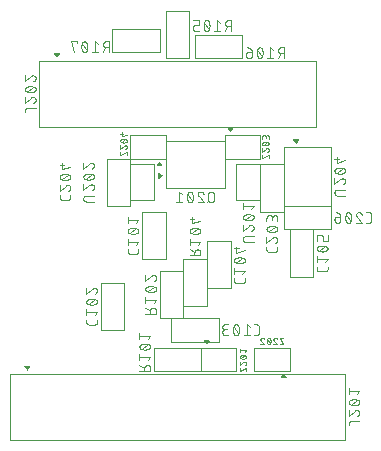
<source format=gbr>
G04 EAGLE Gerber RS-274X export*
G75*
%MOMM*%
%FSLAX34Y34*%
%LPD*%
%INSilkscreen Bottom*%
%IPPOS*%
%AMOC8*
5,1,8,0,0,1.08239X$1,22.5*%
G01*
%ADD10C,0.100000*%
%ADD11C,0.101600*%
%ADD12C,0.050800*%

G36*
X-15930Y193014D02*
X-15930Y193014D01*
X-15875Y193017D01*
X-15826Y193038D01*
X-15790Y193047D01*
X-15764Y193066D01*
X-15723Y193085D01*
X-12723Y195085D01*
X-12718Y195089D01*
X-12712Y195092D01*
X-12680Y195127D01*
X-12646Y195150D01*
X-12623Y195185D01*
X-12583Y195226D01*
X-12580Y195232D01*
X-12576Y195237D01*
X-12556Y195291D01*
X-12539Y195317D01*
X-12533Y195350D01*
X-12509Y195410D01*
X-12509Y195417D01*
X-12507Y195423D01*
X-12510Y195489D01*
X-12506Y195514D01*
X-12511Y195538D01*
X-12513Y195609D01*
X-12516Y195615D01*
X-12516Y195622D01*
X-12547Y195686D01*
X-12552Y195707D01*
X-12564Y195724D01*
X-12594Y195791D01*
X-12599Y195795D01*
X-12602Y195801D01*
X-12664Y195860D01*
X-12669Y195867D01*
X-12676Y195871D01*
X-12723Y195915D01*
X-15723Y197915D01*
X-15774Y197936D01*
X-15820Y197966D01*
X-15865Y197973D01*
X-15907Y197991D01*
X-15962Y197990D01*
X-16017Y197999D01*
X-16061Y197988D01*
X-16106Y197988D01*
X-16157Y197966D01*
X-16210Y197953D01*
X-16246Y197926D01*
X-16288Y197908D01*
X-16326Y197868D01*
X-16370Y197835D01*
X-16393Y197796D01*
X-16424Y197763D01*
X-16443Y197711D01*
X-16472Y197664D01*
X-16480Y197612D01*
X-16493Y197577D01*
X-16492Y197544D01*
X-16499Y197500D01*
X-16499Y193500D01*
X-16488Y193446D01*
X-16487Y193391D01*
X-16469Y193350D01*
X-16460Y193305D01*
X-16428Y193260D01*
X-16406Y193209D01*
X-16373Y193179D01*
X-16347Y193141D01*
X-16301Y193112D01*
X-16260Y193074D01*
X-16218Y193059D01*
X-16180Y193034D01*
X-16125Y193025D01*
X-16074Y193006D01*
X-16028Y193009D01*
X-15983Y193001D01*
X-15930Y193014D01*
G37*
G36*
X-101984Y295511D02*
X-101984Y295511D01*
X-101891Y295513D01*
X-101885Y295516D01*
X-101878Y295516D01*
X-101794Y295556D01*
X-101709Y295594D01*
X-101705Y295599D01*
X-101699Y295602D01*
X-101585Y295723D01*
X-99585Y298723D01*
X-99564Y298774D01*
X-99534Y298820D01*
X-99527Y298865D01*
X-99509Y298907D01*
X-99510Y298962D01*
X-99501Y299017D01*
X-99512Y299061D01*
X-99512Y299106D01*
X-99534Y299157D01*
X-99547Y299210D01*
X-99574Y299246D01*
X-99592Y299288D01*
X-99632Y299326D01*
X-99665Y299370D01*
X-99704Y299393D01*
X-99737Y299424D01*
X-99789Y299443D01*
X-99836Y299472D01*
X-99888Y299480D01*
X-99923Y299493D01*
X-99956Y299492D01*
X-100000Y299499D01*
X-104000Y299499D01*
X-104054Y299488D01*
X-104109Y299487D01*
X-104150Y299469D01*
X-104195Y299460D01*
X-104240Y299428D01*
X-104291Y299406D01*
X-104321Y299373D01*
X-104359Y299347D01*
X-104388Y299301D01*
X-104426Y299260D01*
X-104441Y299218D01*
X-104466Y299180D01*
X-104475Y299125D01*
X-104494Y299074D01*
X-104491Y299028D01*
X-104499Y298983D01*
X-104486Y298930D01*
X-104483Y298875D01*
X-104462Y298826D01*
X-104453Y298790D01*
X-104450Y298786D01*
X-104433Y298763D01*
X-104415Y298723D01*
X-102415Y295723D01*
X-102411Y295718D01*
X-102408Y295712D01*
X-102340Y295648D01*
X-102274Y295583D01*
X-102268Y295580D01*
X-102263Y295576D01*
X-102176Y295543D01*
X-102090Y295509D01*
X-102083Y295509D01*
X-102077Y295507D01*
X-101984Y295511D01*
G37*
G36*
X100516Y222511D02*
X100516Y222511D01*
X100609Y222513D01*
X100615Y222516D01*
X100622Y222516D01*
X100706Y222556D01*
X100791Y222594D01*
X100795Y222599D01*
X100801Y222602D01*
X100915Y222723D01*
X102915Y225723D01*
X102936Y225774D01*
X102966Y225820D01*
X102973Y225865D01*
X102991Y225907D01*
X102990Y225962D01*
X102999Y226017D01*
X102988Y226061D01*
X102988Y226106D01*
X102966Y226157D01*
X102953Y226210D01*
X102926Y226246D01*
X102908Y226288D01*
X102868Y226326D01*
X102835Y226370D01*
X102796Y226393D01*
X102763Y226424D01*
X102711Y226443D01*
X102664Y226472D01*
X102612Y226480D01*
X102577Y226493D01*
X102544Y226492D01*
X102500Y226499D01*
X98500Y226499D01*
X98446Y226488D01*
X98391Y226487D01*
X98350Y226469D01*
X98305Y226460D01*
X98260Y226428D01*
X98209Y226406D01*
X98179Y226373D01*
X98141Y226347D01*
X98112Y226301D01*
X98074Y226260D01*
X98059Y226218D01*
X98034Y226180D01*
X98025Y226125D01*
X98006Y226074D01*
X98009Y226028D01*
X98001Y225983D01*
X98014Y225930D01*
X98017Y225875D01*
X98038Y225826D01*
X98047Y225790D01*
X98050Y225786D01*
X98067Y225763D01*
X98085Y225723D01*
X100085Y222723D01*
X100089Y222718D01*
X100092Y222712D01*
X100160Y222648D01*
X100226Y222583D01*
X100232Y222580D01*
X100237Y222576D01*
X100324Y222543D01*
X100410Y222509D01*
X100417Y222509D01*
X100423Y222507D01*
X100516Y222511D01*
G37*
G36*
X-126984Y30511D02*
X-126984Y30511D01*
X-126891Y30513D01*
X-126885Y30516D01*
X-126878Y30516D01*
X-126794Y30556D01*
X-126709Y30594D01*
X-126705Y30599D01*
X-126699Y30602D01*
X-126585Y30723D01*
X-124585Y33723D01*
X-124564Y33774D01*
X-124534Y33820D01*
X-124527Y33865D01*
X-124509Y33907D01*
X-124510Y33962D01*
X-124501Y34017D01*
X-124512Y34061D01*
X-124512Y34106D01*
X-124534Y34157D01*
X-124547Y34210D01*
X-124574Y34246D01*
X-124592Y34288D01*
X-124632Y34326D01*
X-124665Y34370D01*
X-124704Y34393D01*
X-124737Y34424D01*
X-124789Y34443D01*
X-124836Y34472D01*
X-124888Y34480D01*
X-124923Y34493D01*
X-124956Y34492D01*
X-125000Y34499D01*
X-129000Y34499D01*
X-129054Y34488D01*
X-129109Y34487D01*
X-129150Y34469D01*
X-129195Y34460D01*
X-129240Y34428D01*
X-129291Y34406D01*
X-129321Y34373D01*
X-129359Y34347D01*
X-129388Y34301D01*
X-129426Y34260D01*
X-129441Y34218D01*
X-129466Y34180D01*
X-129475Y34125D01*
X-129494Y34074D01*
X-129491Y34028D01*
X-129499Y33983D01*
X-129486Y33930D01*
X-129483Y33875D01*
X-129462Y33826D01*
X-129453Y33790D01*
X-129450Y33786D01*
X-129433Y33763D01*
X-129415Y33723D01*
X-127415Y30723D01*
X-127411Y30718D01*
X-127408Y30712D01*
X-127340Y30648D01*
X-127274Y30583D01*
X-127268Y30580D01*
X-127263Y30576D01*
X-127176Y30543D01*
X-127090Y30509D01*
X-127083Y30509D01*
X-127077Y30507D01*
X-126984Y30511D01*
G37*
G36*
X-12925Y204016D02*
X-12925Y204016D01*
X-12849Y204024D01*
X-12828Y204036D01*
X-12805Y204040D01*
X-12742Y204084D01*
X-12675Y204121D01*
X-12661Y204139D01*
X-12641Y204153D01*
X-12600Y204217D01*
X-12553Y204277D01*
X-12547Y204300D01*
X-12534Y204320D01*
X-12521Y204396D01*
X-12502Y204470D01*
X-12505Y204493D01*
X-12501Y204517D01*
X-12519Y204591D01*
X-12529Y204666D01*
X-12542Y204690D01*
X-12547Y204710D01*
X-12573Y204746D01*
X-12610Y204812D01*
X-14610Y207312D01*
X-14640Y207337D01*
X-14662Y207366D01*
X-14682Y207378D01*
X-14701Y207400D01*
X-14735Y207416D01*
X-14763Y207439D01*
X-14808Y207453D01*
X-14833Y207468D01*
X-14851Y207471D01*
X-14881Y207485D01*
X-14918Y207486D01*
X-14953Y207497D01*
X-14986Y207494D01*
X-14997Y207496D01*
X-15003Y207496D01*
X-15027Y207491D01*
X-15080Y207493D01*
X-15114Y207480D01*
X-15151Y207476D01*
X-15180Y207459D01*
X-15198Y207456D01*
X-15223Y207439D01*
X-15266Y207423D01*
X-15297Y207395D01*
X-15325Y207379D01*
X-15342Y207357D01*
X-15362Y207343D01*
X-15371Y207328D01*
X-15390Y207312D01*
X-17390Y204812D01*
X-17425Y204744D01*
X-17466Y204680D01*
X-17470Y204656D01*
X-17481Y204635D01*
X-17486Y204559D01*
X-17499Y204483D01*
X-17493Y204460D01*
X-17495Y204437D01*
X-17471Y204364D01*
X-17453Y204290D01*
X-17439Y204271D01*
X-17431Y204248D01*
X-17380Y204191D01*
X-17335Y204130D01*
X-17315Y204118D01*
X-17299Y204100D01*
X-17230Y204067D01*
X-17164Y204028D01*
X-17138Y204024D01*
X-17119Y204015D01*
X-17075Y204013D01*
X-17000Y204001D01*
X-13000Y204001D01*
X-12925Y204016D01*
G37*
G36*
X92075Y24016D02*
X92075Y24016D01*
X92151Y24024D01*
X92172Y24036D01*
X92195Y24040D01*
X92258Y24084D01*
X92325Y24121D01*
X92339Y24139D01*
X92359Y24153D01*
X92400Y24217D01*
X92447Y24277D01*
X92453Y24300D01*
X92466Y24320D01*
X92479Y24396D01*
X92498Y24470D01*
X92495Y24493D01*
X92499Y24517D01*
X92481Y24591D01*
X92471Y24666D01*
X92458Y24690D01*
X92453Y24710D01*
X92427Y24746D01*
X92390Y24812D01*
X90390Y27312D01*
X90360Y27337D01*
X90338Y27366D01*
X90318Y27378D01*
X90299Y27400D01*
X90265Y27416D01*
X90237Y27439D01*
X90192Y27453D01*
X90167Y27468D01*
X90149Y27471D01*
X90119Y27485D01*
X90082Y27486D01*
X90047Y27497D01*
X90014Y27494D01*
X90003Y27496D01*
X89997Y27496D01*
X89973Y27491D01*
X89920Y27493D01*
X89886Y27480D01*
X89849Y27476D01*
X89820Y27459D01*
X89802Y27456D01*
X89777Y27439D01*
X89734Y27423D01*
X89703Y27395D01*
X89675Y27379D01*
X89658Y27357D01*
X89638Y27343D01*
X89629Y27328D01*
X89610Y27312D01*
X87610Y24812D01*
X87575Y24744D01*
X87534Y24680D01*
X87530Y24656D01*
X87519Y24635D01*
X87514Y24559D01*
X87501Y24483D01*
X87507Y24460D01*
X87505Y24437D01*
X87529Y24364D01*
X87547Y24290D01*
X87561Y24271D01*
X87569Y24248D01*
X87620Y24191D01*
X87665Y24130D01*
X87685Y24118D01*
X87701Y24100D01*
X87770Y24067D01*
X87836Y24028D01*
X87862Y24024D01*
X87881Y24015D01*
X87926Y24013D01*
X88000Y24001D01*
X92000Y24001D01*
X92075Y24016D01*
G37*
G36*
X45016Y232510D02*
X45016Y232510D01*
X45080Y232507D01*
X45114Y232520D01*
X45151Y232524D01*
X45206Y232555D01*
X45266Y232577D01*
X45297Y232605D01*
X45325Y232621D01*
X45348Y232651D01*
X45390Y232688D01*
X47390Y235188D01*
X47425Y235256D01*
X47466Y235320D01*
X47470Y235344D01*
X47481Y235365D01*
X47486Y235441D01*
X47499Y235517D01*
X47493Y235540D01*
X47495Y235563D01*
X47471Y235636D01*
X47453Y235710D01*
X47439Y235729D01*
X47431Y235752D01*
X47380Y235809D01*
X47335Y235870D01*
X47315Y235882D01*
X47299Y235900D01*
X47230Y235933D01*
X47164Y235972D01*
X47138Y235976D01*
X47119Y235985D01*
X47075Y235987D01*
X47000Y235999D01*
X43000Y235999D01*
X42925Y235984D01*
X42849Y235976D01*
X42828Y235964D01*
X42805Y235960D01*
X42742Y235916D01*
X42675Y235879D01*
X42661Y235861D01*
X42641Y235847D01*
X42600Y235783D01*
X42553Y235723D01*
X42547Y235700D01*
X42534Y235680D01*
X42521Y235604D01*
X42502Y235530D01*
X42505Y235507D01*
X42501Y235483D01*
X42519Y235409D01*
X42529Y235334D01*
X42542Y235310D01*
X42547Y235290D01*
X42573Y235254D01*
X42610Y235188D01*
X44610Y232688D01*
X44659Y232647D01*
X44701Y232600D01*
X44735Y232584D01*
X44763Y232561D01*
X44823Y232542D01*
X44881Y232515D01*
X44918Y232514D01*
X44953Y232503D01*
X45016Y232510D01*
G37*
G36*
X25016Y52510D02*
X25016Y52510D01*
X25080Y52507D01*
X25114Y52520D01*
X25151Y52524D01*
X25206Y52555D01*
X25266Y52577D01*
X25297Y52605D01*
X25325Y52621D01*
X25348Y52651D01*
X25390Y52688D01*
X27390Y55188D01*
X27425Y55256D01*
X27466Y55320D01*
X27470Y55344D01*
X27481Y55365D01*
X27486Y55441D01*
X27499Y55517D01*
X27493Y55540D01*
X27495Y55563D01*
X27471Y55636D01*
X27453Y55710D01*
X27439Y55729D01*
X27431Y55752D01*
X27380Y55809D01*
X27335Y55870D01*
X27315Y55882D01*
X27299Y55900D01*
X27230Y55933D01*
X27164Y55972D01*
X27138Y55976D01*
X27119Y55985D01*
X27075Y55987D01*
X27000Y55999D01*
X23000Y55999D01*
X22925Y55984D01*
X22849Y55976D01*
X22828Y55964D01*
X22805Y55960D01*
X22742Y55916D01*
X22675Y55879D01*
X22661Y55861D01*
X22641Y55847D01*
X22600Y55783D01*
X22553Y55723D01*
X22547Y55700D01*
X22534Y55680D01*
X22521Y55604D01*
X22502Y55530D01*
X22505Y55507D01*
X22501Y55483D01*
X22519Y55409D01*
X22529Y55334D01*
X22542Y55310D01*
X22547Y55290D01*
X22573Y55254D01*
X22610Y55188D01*
X24610Y52688D01*
X24659Y52647D01*
X24701Y52600D01*
X24735Y52584D01*
X24763Y52561D01*
X24823Y52542D01*
X24881Y52515D01*
X24918Y52514D01*
X24953Y52503D01*
X25016Y52510D01*
G37*
D10*
X95000Y110000D02*
X115000Y110000D01*
X115000Y150000D01*
X95000Y150000D01*
X95000Y110000D01*
D11*
X118008Y116523D02*
X118008Y118555D01*
X118008Y116523D02*
X118010Y116434D01*
X118016Y116346D01*
X118025Y116258D01*
X118039Y116170D01*
X118056Y116083D01*
X118077Y115997D01*
X118102Y115912D01*
X118131Y115828D01*
X118163Y115745D01*
X118198Y115664D01*
X118238Y115585D01*
X118280Y115507D01*
X118326Y115431D01*
X118375Y115357D01*
X118428Y115286D01*
X118483Y115217D01*
X118542Y115150D01*
X118603Y115086D01*
X118667Y115025D01*
X118734Y114966D01*
X118803Y114911D01*
X118874Y114858D01*
X118948Y114809D01*
X119024Y114763D01*
X119102Y114721D01*
X119181Y114681D01*
X119262Y114646D01*
X119345Y114614D01*
X119429Y114585D01*
X119514Y114560D01*
X119600Y114539D01*
X119687Y114522D01*
X119775Y114508D01*
X119863Y114499D01*
X119951Y114493D01*
X120040Y114491D01*
X125120Y114491D01*
X125209Y114493D01*
X125297Y114499D01*
X125385Y114508D01*
X125473Y114522D01*
X125560Y114539D01*
X125646Y114560D01*
X125731Y114585D01*
X125815Y114614D01*
X125898Y114646D01*
X125979Y114681D01*
X126058Y114721D01*
X126136Y114763D01*
X126212Y114809D01*
X126286Y114858D01*
X126357Y114911D01*
X126426Y114966D01*
X126493Y115025D01*
X126557Y115086D01*
X126618Y115150D01*
X126677Y115217D01*
X126732Y115286D01*
X126785Y115357D01*
X126834Y115431D01*
X126880Y115507D01*
X126922Y115585D01*
X126962Y115664D01*
X126997Y115745D01*
X127029Y115828D01*
X127058Y115912D01*
X127083Y115997D01*
X127104Y116083D01*
X127121Y116170D01*
X127135Y116258D01*
X127144Y116346D01*
X127150Y116434D01*
X127152Y116523D01*
X127152Y118555D01*
X125120Y122141D02*
X127152Y124681D01*
X118008Y124681D01*
X118008Y122141D02*
X118008Y127221D01*
X122580Y131285D02*
X122760Y131287D01*
X122940Y131294D01*
X123119Y131304D01*
X123298Y131319D01*
X123477Y131339D01*
X123656Y131362D01*
X123833Y131390D01*
X124010Y131422D01*
X124187Y131458D01*
X124362Y131499D01*
X124536Y131543D01*
X124709Y131592D01*
X124881Y131645D01*
X125052Y131702D01*
X125221Y131763D01*
X125389Y131828D01*
X125555Y131897D01*
X125719Y131970D01*
X125882Y132047D01*
X125960Y132075D01*
X126037Y132108D01*
X126112Y132143D01*
X126186Y132182D01*
X126258Y132224D01*
X126327Y132269D01*
X126395Y132318D01*
X126461Y132369D01*
X126524Y132423D01*
X126585Y132480D01*
X126644Y132539D01*
X126699Y132601D01*
X126752Y132666D01*
X126802Y132732D01*
X126849Y132801D01*
X126893Y132872D01*
X126933Y132945D01*
X126970Y133019D01*
X127005Y133095D01*
X127035Y133173D01*
X127062Y133251D01*
X127086Y133331D01*
X127106Y133412D01*
X127123Y133494D01*
X127135Y133576D01*
X127145Y133659D01*
X127150Y133742D01*
X127152Y133825D01*
X127150Y133908D01*
X127145Y133991D01*
X127135Y134074D01*
X127123Y134156D01*
X127106Y134238D01*
X127086Y134319D01*
X127062Y134399D01*
X127035Y134477D01*
X127005Y134555D01*
X126970Y134631D01*
X126933Y134705D01*
X126893Y134778D01*
X126849Y134849D01*
X126802Y134918D01*
X126752Y134984D01*
X126699Y135049D01*
X126644Y135111D01*
X126585Y135170D01*
X126524Y135227D01*
X126461Y135281D01*
X126395Y135332D01*
X126327Y135381D01*
X126258Y135426D01*
X126186Y135468D01*
X126112Y135507D01*
X126037Y135542D01*
X125960Y135575D01*
X125882Y135603D01*
X125719Y135680D01*
X125555Y135753D01*
X125389Y135822D01*
X125221Y135887D01*
X125052Y135948D01*
X124881Y136005D01*
X124709Y136058D01*
X124536Y136107D01*
X124362Y136151D01*
X124187Y136192D01*
X124010Y136228D01*
X123833Y136260D01*
X123656Y136288D01*
X123477Y136311D01*
X123298Y136331D01*
X123119Y136346D01*
X122940Y136356D01*
X122760Y136363D01*
X122580Y136365D01*
X122580Y131285D02*
X122400Y131287D01*
X122220Y131294D01*
X122041Y131304D01*
X121862Y131319D01*
X121683Y131339D01*
X121504Y131362D01*
X121327Y131390D01*
X121150Y131422D01*
X120973Y131458D01*
X120798Y131499D01*
X120624Y131543D01*
X120451Y131592D01*
X120279Y131645D01*
X120108Y131702D01*
X119939Y131763D01*
X119771Y131828D01*
X119605Y131897D01*
X119441Y131970D01*
X119278Y132047D01*
X119200Y132075D01*
X119123Y132108D01*
X119048Y132143D01*
X118974Y132182D01*
X118902Y132224D01*
X118833Y132269D01*
X118765Y132318D01*
X118699Y132369D01*
X118636Y132423D01*
X118575Y132480D01*
X118516Y132539D01*
X118461Y132601D01*
X118408Y132666D01*
X118358Y132732D01*
X118311Y132801D01*
X118267Y132872D01*
X118227Y132945D01*
X118190Y133019D01*
X118155Y133095D01*
X118125Y133173D01*
X118098Y133251D01*
X118074Y133331D01*
X118054Y133412D01*
X118037Y133494D01*
X118025Y133576D01*
X118015Y133659D01*
X118010Y133742D01*
X118008Y133825D01*
X119278Y135603D02*
X119441Y135680D01*
X119605Y135753D01*
X119771Y135822D01*
X119939Y135887D01*
X120108Y135948D01*
X120279Y136005D01*
X120451Y136058D01*
X120624Y136107D01*
X120798Y136151D01*
X120973Y136192D01*
X121150Y136228D01*
X121327Y136260D01*
X121504Y136288D01*
X121683Y136311D01*
X121862Y136331D01*
X122041Y136346D01*
X122220Y136356D01*
X122400Y136363D01*
X122580Y136365D01*
X119278Y135603D02*
X119200Y135575D01*
X119123Y135542D01*
X119048Y135507D01*
X118974Y135468D01*
X118902Y135426D01*
X118833Y135381D01*
X118765Y135332D01*
X118699Y135281D01*
X118636Y135227D01*
X118575Y135170D01*
X118516Y135111D01*
X118461Y135049D01*
X118408Y134984D01*
X118358Y134918D01*
X118311Y134849D01*
X118267Y134778D01*
X118227Y134705D01*
X118190Y134631D01*
X118155Y134555D01*
X118125Y134477D01*
X118098Y134399D01*
X118074Y134319D01*
X118054Y134238D01*
X118037Y134156D01*
X118025Y134074D01*
X118015Y133991D01*
X118010Y133908D01*
X118008Y133825D01*
X120040Y131793D02*
X125120Y135857D01*
X118008Y140429D02*
X118008Y143477D01*
X118010Y143566D01*
X118016Y143654D01*
X118025Y143742D01*
X118039Y143830D01*
X118056Y143917D01*
X118077Y144003D01*
X118102Y144088D01*
X118131Y144172D01*
X118163Y144255D01*
X118198Y144336D01*
X118238Y144415D01*
X118280Y144493D01*
X118326Y144569D01*
X118375Y144643D01*
X118428Y144714D01*
X118483Y144783D01*
X118542Y144850D01*
X118603Y144914D01*
X118667Y144975D01*
X118734Y145034D01*
X118803Y145089D01*
X118874Y145142D01*
X118948Y145191D01*
X119024Y145237D01*
X119102Y145279D01*
X119181Y145319D01*
X119262Y145354D01*
X119345Y145386D01*
X119429Y145415D01*
X119514Y145440D01*
X119600Y145461D01*
X119687Y145478D01*
X119775Y145492D01*
X119863Y145501D01*
X119951Y145507D01*
X120040Y145509D01*
X121056Y145509D01*
X121145Y145507D01*
X121233Y145501D01*
X121321Y145492D01*
X121409Y145478D01*
X121496Y145461D01*
X121582Y145440D01*
X121667Y145415D01*
X121751Y145386D01*
X121834Y145354D01*
X121915Y145319D01*
X121994Y145279D01*
X122072Y145237D01*
X122148Y145191D01*
X122222Y145142D01*
X122293Y145089D01*
X122362Y145034D01*
X122429Y144975D01*
X122493Y144914D01*
X122554Y144850D01*
X122613Y144783D01*
X122668Y144714D01*
X122721Y144643D01*
X122770Y144569D01*
X122816Y144493D01*
X122858Y144415D01*
X122898Y144336D01*
X122933Y144255D01*
X122965Y144172D01*
X122994Y144088D01*
X123019Y144003D01*
X123040Y143917D01*
X123057Y143830D01*
X123071Y143742D01*
X123080Y143654D01*
X123086Y143566D01*
X123088Y143477D01*
X123088Y140429D01*
X127152Y140429D01*
X127152Y145509D01*
D10*
X142000Y-28000D02*
X-142000Y-28000D01*
X142000Y-28000D02*
X142000Y28000D01*
X-142000Y28000D01*
X-142000Y-28000D01*
D11*
X147040Y-12323D02*
X154152Y-12323D01*
X147040Y-12323D02*
X146951Y-12325D01*
X146863Y-12331D01*
X146775Y-12340D01*
X146687Y-12354D01*
X146600Y-12371D01*
X146514Y-12392D01*
X146429Y-12417D01*
X146345Y-12446D01*
X146262Y-12478D01*
X146181Y-12513D01*
X146102Y-12553D01*
X146024Y-12595D01*
X145948Y-12641D01*
X145874Y-12690D01*
X145803Y-12743D01*
X145734Y-12798D01*
X145667Y-12857D01*
X145603Y-12918D01*
X145542Y-12982D01*
X145483Y-13049D01*
X145428Y-13118D01*
X145375Y-13189D01*
X145326Y-13263D01*
X145280Y-13339D01*
X145238Y-13417D01*
X145198Y-13496D01*
X145163Y-13577D01*
X145131Y-13660D01*
X145102Y-13744D01*
X145077Y-13829D01*
X145056Y-13915D01*
X145039Y-14002D01*
X145025Y-14090D01*
X145016Y-14178D01*
X145010Y-14266D01*
X145008Y-14355D01*
X145008Y-15371D01*
X154152Y-5203D02*
X154150Y-5109D01*
X154144Y-5014D01*
X154134Y-4920D01*
X154121Y-4827D01*
X154103Y-4734D01*
X154082Y-4642D01*
X154057Y-4551D01*
X154028Y-4461D01*
X153996Y-4372D01*
X153959Y-4285D01*
X153920Y-4199D01*
X153876Y-4115D01*
X153830Y-4033D01*
X153780Y-3953D01*
X153726Y-3875D01*
X153670Y-3799D01*
X153610Y-3726D01*
X153548Y-3655D01*
X153482Y-3587D01*
X153414Y-3521D01*
X153343Y-3459D01*
X153270Y-3399D01*
X153194Y-3343D01*
X153116Y-3289D01*
X153036Y-3239D01*
X152954Y-3193D01*
X152870Y-3149D01*
X152784Y-3110D01*
X152697Y-3073D01*
X152608Y-3041D01*
X152518Y-3012D01*
X152427Y-2987D01*
X152335Y-2966D01*
X152242Y-2948D01*
X152149Y-2935D01*
X152055Y-2925D01*
X151960Y-2919D01*
X151866Y-2917D01*
X154152Y-5203D02*
X154150Y-5309D01*
X154144Y-5414D01*
X154135Y-5519D01*
X154122Y-5624D01*
X154105Y-5728D01*
X154084Y-5831D01*
X154060Y-5934D01*
X154031Y-6036D01*
X154000Y-6136D01*
X153964Y-6236D01*
X153926Y-6334D01*
X153883Y-6430D01*
X153837Y-6526D01*
X153788Y-6619D01*
X153736Y-6710D01*
X153680Y-6800D01*
X153621Y-6888D01*
X153559Y-6973D01*
X153494Y-7056D01*
X153426Y-7137D01*
X153355Y-7215D01*
X153281Y-7290D01*
X153205Y-7363D01*
X153126Y-7433D01*
X153045Y-7500D01*
X152961Y-7565D01*
X152875Y-7626D01*
X152787Y-7684D01*
X152697Y-7739D01*
X152605Y-7790D01*
X152511Y-7839D01*
X152415Y-7884D01*
X152318Y-7925D01*
X152220Y-7963D01*
X152120Y-7997D01*
X150088Y-3679D02*
X150155Y-3612D01*
X150224Y-3547D01*
X150296Y-3485D01*
X150369Y-3426D01*
X150446Y-3370D01*
X150524Y-3316D01*
X150604Y-3266D01*
X150686Y-3219D01*
X150770Y-3175D01*
X150856Y-3135D01*
X150943Y-3097D01*
X151031Y-3063D01*
X151121Y-3033D01*
X151211Y-3006D01*
X151303Y-2982D01*
X151396Y-2962D01*
X151489Y-2946D01*
X151583Y-2933D01*
X151677Y-2924D01*
X151771Y-2919D01*
X151866Y-2917D01*
X150088Y-3679D02*
X145008Y-7997D01*
X145008Y-2917D01*
X149580Y1148D02*
X149760Y1150D01*
X149940Y1157D01*
X150119Y1167D01*
X150298Y1182D01*
X150477Y1202D01*
X150656Y1225D01*
X150833Y1253D01*
X151010Y1285D01*
X151187Y1321D01*
X151362Y1362D01*
X151536Y1406D01*
X151709Y1455D01*
X151881Y1508D01*
X152052Y1565D01*
X152221Y1626D01*
X152389Y1691D01*
X152555Y1760D01*
X152719Y1833D01*
X152882Y1910D01*
X152882Y1909D02*
X152960Y1937D01*
X153037Y1970D01*
X153112Y2005D01*
X153186Y2044D01*
X153258Y2086D01*
X153327Y2131D01*
X153395Y2180D01*
X153461Y2231D01*
X153524Y2285D01*
X153585Y2342D01*
X153644Y2401D01*
X153699Y2463D01*
X153752Y2528D01*
X153802Y2594D01*
X153849Y2663D01*
X153893Y2734D01*
X153933Y2807D01*
X153970Y2881D01*
X154005Y2957D01*
X154035Y3035D01*
X154062Y3113D01*
X154086Y3193D01*
X154106Y3274D01*
X154123Y3356D01*
X154135Y3438D01*
X154145Y3521D01*
X154150Y3604D01*
X154152Y3687D01*
X154150Y3770D01*
X154145Y3853D01*
X154135Y3936D01*
X154123Y4018D01*
X154106Y4100D01*
X154086Y4181D01*
X154062Y4261D01*
X154035Y4339D01*
X154005Y4417D01*
X153970Y4493D01*
X153933Y4567D01*
X153893Y4640D01*
X153849Y4711D01*
X153802Y4780D01*
X153752Y4846D01*
X153699Y4911D01*
X153644Y4973D01*
X153585Y5032D01*
X153524Y5089D01*
X153461Y5143D01*
X153395Y5194D01*
X153327Y5243D01*
X153258Y5288D01*
X153186Y5330D01*
X153112Y5369D01*
X153037Y5404D01*
X152960Y5437D01*
X152882Y5465D01*
X152719Y5542D01*
X152555Y5615D01*
X152389Y5684D01*
X152221Y5749D01*
X152052Y5810D01*
X151881Y5867D01*
X151709Y5920D01*
X151536Y5969D01*
X151362Y6013D01*
X151187Y6054D01*
X151010Y6090D01*
X150833Y6122D01*
X150656Y6150D01*
X150477Y6173D01*
X150298Y6193D01*
X150119Y6208D01*
X149940Y6218D01*
X149760Y6225D01*
X149580Y6227D01*
X149580Y1148D02*
X149400Y1150D01*
X149220Y1157D01*
X149041Y1167D01*
X148862Y1182D01*
X148683Y1202D01*
X148504Y1225D01*
X148327Y1253D01*
X148150Y1285D01*
X147973Y1321D01*
X147798Y1362D01*
X147624Y1406D01*
X147451Y1455D01*
X147279Y1508D01*
X147108Y1565D01*
X146939Y1626D01*
X146771Y1691D01*
X146605Y1760D01*
X146441Y1833D01*
X146278Y1910D01*
X146278Y1909D02*
X146200Y1937D01*
X146123Y1970D01*
X146048Y2005D01*
X145974Y2044D01*
X145902Y2086D01*
X145833Y2131D01*
X145765Y2180D01*
X145699Y2231D01*
X145636Y2285D01*
X145575Y2342D01*
X145516Y2401D01*
X145461Y2463D01*
X145408Y2528D01*
X145358Y2594D01*
X145311Y2663D01*
X145267Y2734D01*
X145227Y2807D01*
X145190Y2881D01*
X145155Y2957D01*
X145125Y3035D01*
X145098Y3113D01*
X145074Y3193D01*
X145054Y3274D01*
X145037Y3356D01*
X145025Y3438D01*
X145015Y3521D01*
X145010Y3604D01*
X145008Y3687D01*
X146278Y5465D02*
X146441Y5542D01*
X146605Y5615D01*
X146771Y5684D01*
X146939Y5749D01*
X147108Y5810D01*
X147279Y5867D01*
X147451Y5920D01*
X147624Y5969D01*
X147798Y6013D01*
X147973Y6054D01*
X148150Y6090D01*
X148327Y6122D01*
X148504Y6150D01*
X148683Y6173D01*
X148862Y6193D01*
X149041Y6208D01*
X149220Y6218D01*
X149400Y6225D01*
X149580Y6227D01*
X146278Y5465D02*
X146200Y5437D01*
X146123Y5404D01*
X146048Y5369D01*
X145974Y5330D01*
X145902Y5288D01*
X145833Y5243D01*
X145765Y5194D01*
X145699Y5143D01*
X145636Y5089D01*
X145575Y5032D01*
X145516Y4973D01*
X145461Y4911D01*
X145408Y4846D01*
X145358Y4780D01*
X145311Y4711D01*
X145267Y4640D01*
X145227Y4567D01*
X145190Y4493D01*
X145155Y4417D01*
X145125Y4339D01*
X145098Y4261D01*
X145074Y4181D01*
X145054Y4100D01*
X145037Y4018D01*
X145025Y3936D01*
X145015Y3853D01*
X145010Y3770D01*
X145008Y3687D01*
X147040Y1655D02*
X152120Y5719D01*
X152120Y10291D02*
X154152Y12831D01*
X145008Y12831D01*
X145008Y10291D02*
X145008Y15371D01*
D10*
X-10000Y295000D02*
X-10000Y335000D01*
X-10000Y295000D02*
X10000Y295000D01*
X10000Y335000D01*
X-10000Y335000D01*
D11*
X45454Y327152D02*
X45454Y318008D01*
X45454Y327152D02*
X42914Y327152D01*
X42814Y327150D01*
X42715Y327144D01*
X42615Y327134D01*
X42517Y327121D01*
X42418Y327103D01*
X42321Y327082D01*
X42225Y327057D01*
X42129Y327028D01*
X42035Y326995D01*
X41942Y326959D01*
X41851Y326919D01*
X41761Y326875D01*
X41673Y326828D01*
X41587Y326778D01*
X41503Y326724D01*
X41421Y326667D01*
X41342Y326607D01*
X41264Y326543D01*
X41190Y326477D01*
X41118Y326408D01*
X41049Y326336D01*
X40983Y326262D01*
X40919Y326184D01*
X40859Y326105D01*
X40802Y326023D01*
X40748Y325939D01*
X40698Y325853D01*
X40651Y325765D01*
X40607Y325675D01*
X40567Y325584D01*
X40531Y325491D01*
X40498Y325397D01*
X40469Y325301D01*
X40444Y325205D01*
X40423Y325108D01*
X40405Y325009D01*
X40392Y324911D01*
X40382Y324811D01*
X40376Y324712D01*
X40374Y324612D01*
X40376Y324512D01*
X40382Y324413D01*
X40392Y324313D01*
X40405Y324215D01*
X40423Y324116D01*
X40444Y324019D01*
X40469Y323923D01*
X40498Y323827D01*
X40531Y323733D01*
X40567Y323640D01*
X40607Y323549D01*
X40651Y323459D01*
X40698Y323371D01*
X40748Y323285D01*
X40802Y323201D01*
X40859Y323119D01*
X40919Y323040D01*
X40983Y322962D01*
X41049Y322888D01*
X41118Y322816D01*
X41190Y322747D01*
X41264Y322681D01*
X41342Y322617D01*
X41421Y322557D01*
X41503Y322500D01*
X41587Y322446D01*
X41673Y322396D01*
X41761Y322349D01*
X41851Y322305D01*
X41942Y322265D01*
X42035Y322229D01*
X42129Y322196D01*
X42225Y322167D01*
X42321Y322142D01*
X42418Y322121D01*
X42517Y322103D01*
X42615Y322090D01*
X42715Y322080D01*
X42814Y322074D01*
X42914Y322072D01*
X45454Y322072D01*
X42406Y322072D02*
X40374Y318008D01*
X36376Y325120D02*
X33836Y327152D01*
X33836Y318008D01*
X36376Y318008D02*
X31296Y318008D01*
X27232Y322580D02*
X27230Y322760D01*
X27223Y322940D01*
X27213Y323119D01*
X27198Y323298D01*
X27178Y323477D01*
X27155Y323656D01*
X27127Y323833D01*
X27095Y324010D01*
X27059Y324187D01*
X27018Y324362D01*
X26974Y324536D01*
X26925Y324709D01*
X26872Y324881D01*
X26815Y325052D01*
X26754Y325221D01*
X26689Y325389D01*
X26620Y325555D01*
X26547Y325719D01*
X26470Y325882D01*
X26442Y325960D01*
X26409Y326037D01*
X26374Y326112D01*
X26335Y326186D01*
X26293Y326258D01*
X26248Y326327D01*
X26199Y326395D01*
X26148Y326461D01*
X26094Y326524D01*
X26037Y326585D01*
X25978Y326644D01*
X25916Y326699D01*
X25851Y326752D01*
X25785Y326802D01*
X25716Y326849D01*
X25645Y326893D01*
X25572Y326933D01*
X25498Y326970D01*
X25422Y327005D01*
X25344Y327035D01*
X25266Y327062D01*
X25186Y327086D01*
X25105Y327106D01*
X25023Y327123D01*
X24941Y327135D01*
X24858Y327145D01*
X24775Y327150D01*
X24692Y327152D01*
X24609Y327150D01*
X24526Y327145D01*
X24443Y327135D01*
X24361Y327123D01*
X24279Y327106D01*
X24198Y327086D01*
X24118Y327062D01*
X24040Y327035D01*
X23962Y327005D01*
X23886Y326970D01*
X23812Y326933D01*
X23739Y326893D01*
X23668Y326849D01*
X23599Y326802D01*
X23533Y326752D01*
X23468Y326699D01*
X23406Y326644D01*
X23347Y326585D01*
X23290Y326524D01*
X23236Y326461D01*
X23185Y326395D01*
X23136Y326327D01*
X23091Y326258D01*
X23049Y326186D01*
X23010Y326112D01*
X22975Y326037D01*
X22942Y325960D01*
X22914Y325882D01*
X22837Y325719D01*
X22764Y325555D01*
X22695Y325389D01*
X22630Y325221D01*
X22569Y325052D01*
X22512Y324881D01*
X22459Y324709D01*
X22410Y324536D01*
X22366Y324362D01*
X22325Y324187D01*
X22289Y324010D01*
X22257Y323833D01*
X22229Y323656D01*
X22206Y323477D01*
X22186Y323298D01*
X22171Y323119D01*
X22161Y322940D01*
X22154Y322760D01*
X22152Y322580D01*
X27232Y322580D02*
X27230Y322400D01*
X27223Y322220D01*
X27213Y322041D01*
X27198Y321862D01*
X27178Y321683D01*
X27155Y321504D01*
X27127Y321327D01*
X27095Y321150D01*
X27059Y320973D01*
X27018Y320798D01*
X26974Y320624D01*
X26925Y320451D01*
X26872Y320279D01*
X26815Y320108D01*
X26754Y319939D01*
X26689Y319771D01*
X26620Y319605D01*
X26547Y319441D01*
X26470Y319278D01*
X26442Y319200D01*
X26409Y319123D01*
X26374Y319048D01*
X26335Y318974D01*
X26293Y318902D01*
X26248Y318833D01*
X26199Y318765D01*
X26148Y318699D01*
X26094Y318636D01*
X26037Y318575D01*
X25978Y318516D01*
X25916Y318461D01*
X25851Y318408D01*
X25785Y318358D01*
X25716Y318311D01*
X25645Y318267D01*
X25572Y318227D01*
X25498Y318190D01*
X25422Y318155D01*
X25344Y318125D01*
X25266Y318098D01*
X25186Y318074D01*
X25105Y318054D01*
X25023Y318037D01*
X24941Y318025D01*
X24858Y318015D01*
X24775Y318010D01*
X24692Y318008D01*
X22914Y319278D02*
X22837Y319441D01*
X22764Y319605D01*
X22695Y319771D01*
X22630Y319939D01*
X22569Y320108D01*
X22512Y320279D01*
X22459Y320451D01*
X22410Y320624D01*
X22366Y320798D01*
X22325Y320973D01*
X22289Y321150D01*
X22257Y321327D01*
X22229Y321504D01*
X22206Y321683D01*
X22186Y321862D01*
X22171Y322041D01*
X22161Y322220D01*
X22154Y322400D01*
X22152Y322580D01*
X22914Y319278D02*
X22942Y319200D01*
X22975Y319123D01*
X23010Y319048D01*
X23049Y318974D01*
X23091Y318902D01*
X23136Y318833D01*
X23185Y318765D01*
X23236Y318699D01*
X23290Y318636D01*
X23347Y318575D01*
X23406Y318516D01*
X23468Y318461D01*
X23533Y318408D01*
X23599Y318358D01*
X23668Y318311D01*
X23739Y318267D01*
X23812Y318227D01*
X23886Y318190D01*
X23962Y318155D01*
X24040Y318125D01*
X24118Y318098D01*
X24198Y318074D01*
X24279Y318054D01*
X24361Y318037D01*
X24443Y318025D01*
X24526Y318015D01*
X24609Y318010D01*
X24692Y318008D01*
X26724Y320040D02*
X22660Y325120D01*
X18088Y318008D02*
X15040Y318008D01*
X14951Y318010D01*
X14863Y318016D01*
X14775Y318025D01*
X14687Y318039D01*
X14600Y318056D01*
X14514Y318077D01*
X14429Y318102D01*
X14345Y318131D01*
X14262Y318163D01*
X14181Y318198D01*
X14102Y318238D01*
X14024Y318280D01*
X13948Y318326D01*
X13874Y318375D01*
X13803Y318428D01*
X13734Y318483D01*
X13667Y318542D01*
X13603Y318603D01*
X13542Y318667D01*
X13483Y318734D01*
X13428Y318803D01*
X13375Y318874D01*
X13326Y318948D01*
X13280Y319024D01*
X13238Y319102D01*
X13198Y319181D01*
X13163Y319262D01*
X13131Y319345D01*
X13102Y319429D01*
X13077Y319514D01*
X13056Y319600D01*
X13039Y319687D01*
X13025Y319775D01*
X13016Y319863D01*
X13010Y319951D01*
X13008Y320040D01*
X13008Y321056D01*
X13010Y321145D01*
X13016Y321233D01*
X13025Y321321D01*
X13039Y321409D01*
X13056Y321496D01*
X13077Y321582D01*
X13102Y321667D01*
X13131Y321751D01*
X13163Y321834D01*
X13198Y321915D01*
X13238Y321994D01*
X13280Y322072D01*
X13326Y322148D01*
X13375Y322222D01*
X13428Y322293D01*
X13483Y322362D01*
X13542Y322429D01*
X13603Y322493D01*
X13667Y322554D01*
X13734Y322613D01*
X13803Y322668D01*
X13874Y322721D01*
X13948Y322770D01*
X14024Y322816D01*
X14102Y322858D01*
X14181Y322898D01*
X14262Y322933D01*
X14345Y322965D01*
X14429Y322994D01*
X14514Y323019D01*
X14600Y323040D01*
X14687Y323057D01*
X14775Y323071D01*
X14863Y323080D01*
X14951Y323086D01*
X15040Y323088D01*
X18088Y323088D01*
X18088Y327152D01*
X13008Y327152D01*
D10*
X15000Y295000D02*
X55000Y295000D01*
X55000Y315000D01*
X15000Y315000D01*
X15000Y295000D01*
D11*
X90454Y295008D02*
X90454Y304152D01*
X87914Y304152D01*
X87814Y304150D01*
X87715Y304144D01*
X87615Y304134D01*
X87517Y304121D01*
X87418Y304103D01*
X87321Y304082D01*
X87225Y304057D01*
X87129Y304028D01*
X87035Y303995D01*
X86942Y303959D01*
X86851Y303919D01*
X86761Y303875D01*
X86673Y303828D01*
X86587Y303778D01*
X86503Y303724D01*
X86421Y303667D01*
X86342Y303607D01*
X86264Y303543D01*
X86190Y303477D01*
X86118Y303408D01*
X86049Y303336D01*
X85983Y303262D01*
X85919Y303184D01*
X85859Y303105D01*
X85802Y303023D01*
X85748Y302939D01*
X85698Y302853D01*
X85651Y302765D01*
X85607Y302675D01*
X85567Y302584D01*
X85531Y302491D01*
X85498Y302397D01*
X85469Y302301D01*
X85444Y302205D01*
X85423Y302108D01*
X85405Y302009D01*
X85392Y301911D01*
X85382Y301811D01*
X85376Y301712D01*
X85374Y301612D01*
X85376Y301512D01*
X85382Y301413D01*
X85392Y301313D01*
X85405Y301215D01*
X85423Y301116D01*
X85444Y301019D01*
X85469Y300923D01*
X85498Y300827D01*
X85531Y300733D01*
X85567Y300640D01*
X85607Y300549D01*
X85651Y300459D01*
X85698Y300371D01*
X85748Y300285D01*
X85802Y300201D01*
X85859Y300119D01*
X85919Y300040D01*
X85983Y299962D01*
X86049Y299888D01*
X86118Y299816D01*
X86190Y299747D01*
X86264Y299681D01*
X86342Y299617D01*
X86421Y299557D01*
X86503Y299500D01*
X86587Y299446D01*
X86673Y299396D01*
X86761Y299349D01*
X86851Y299305D01*
X86942Y299265D01*
X87035Y299229D01*
X87129Y299196D01*
X87225Y299167D01*
X87321Y299142D01*
X87418Y299121D01*
X87517Y299103D01*
X87615Y299090D01*
X87715Y299080D01*
X87814Y299074D01*
X87914Y299072D01*
X90454Y299072D01*
X87406Y299072D02*
X85374Y295008D01*
X81376Y302120D02*
X78836Y304152D01*
X78836Y295008D01*
X81376Y295008D02*
X76296Y295008D01*
X72232Y299580D02*
X72230Y299760D01*
X72223Y299940D01*
X72213Y300119D01*
X72198Y300298D01*
X72178Y300477D01*
X72155Y300656D01*
X72127Y300833D01*
X72095Y301010D01*
X72059Y301187D01*
X72018Y301362D01*
X71974Y301536D01*
X71925Y301709D01*
X71872Y301881D01*
X71815Y302052D01*
X71754Y302221D01*
X71689Y302389D01*
X71620Y302555D01*
X71547Y302719D01*
X71470Y302882D01*
X71442Y302960D01*
X71409Y303037D01*
X71374Y303112D01*
X71335Y303186D01*
X71293Y303258D01*
X71248Y303327D01*
X71199Y303395D01*
X71148Y303461D01*
X71094Y303524D01*
X71037Y303585D01*
X70978Y303644D01*
X70916Y303699D01*
X70851Y303752D01*
X70785Y303802D01*
X70716Y303849D01*
X70645Y303893D01*
X70572Y303933D01*
X70498Y303970D01*
X70422Y304005D01*
X70344Y304035D01*
X70266Y304062D01*
X70186Y304086D01*
X70105Y304106D01*
X70023Y304123D01*
X69941Y304135D01*
X69858Y304145D01*
X69775Y304150D01*
X69692Y304152D01*
X69609Y304150D01*
X69526Y304145D01*
X69443Y304135D01*
X69361Y304123D01*
X69279Y304106D01*
X69198Y304086D01*
X69118Y304062D01*
X69040Y304035D01*
X68962Y304005D01*
X68886Y303970D01*
X68812Y303933D01*
X68739Y303893D01*
X68668Y303849D01*
X68599Y303802D01*
X68533Y303752D01*
X68468Y303699D01*
X68406Y303644D01*
X68347Y303585D01*
X68290Y303524D01*
X68236Y303461D01*
X68185Y303395D01*
X68136Y303327D01*
X68091Y303258D01*
X68049Y303186D01*
X68010Y303112D01*
X67975Y303037D01*
X67942Y302960D01*
X67914Y302882D01*
X67837Y302719D01*
X67764Y302555D01*
X67695Y302389D01*
X67630Y302221D01*
X67569Y302052D01*
X67512Y301881D01*
X67459Y301709D01*
X67410Y301536D01*
X67366Y301362D01*
X67325Y301187D01*
X67289Y301010D01*
X67257Y300833D01*
X67229Y300656D01*
X67206Y300477D01*
X67186Y300298D01*
X67171Y300119D01*
X67161Y299940D01*
X67154Y299760D01*
X67152Y299580D01*
X72232Y299580D02*
X72230Y299400D01*
X72223Y299220D01*
X72213Y299041D01*
X72198Y298862D01*
X72178Y298683D01*
X72155Y298504D01*
X72127Y298327D01*
X72095Y298150D01*
X72059Y297973D01*
X72018Y297798D01*
X71974Y297624D01*
X71925Y297451D01*
X71872Y297279D01*
X71815Y297108D01*
X71754Y296939D01*
X71689Y296771D01*
X71620Y296605D01*
X71547Y296441D01*
X71470Y296278D01*
X71442Y296200D01*
X71409Y296123D01*
X71374Y296048D01*
X71335Y295974D01*
X71293Y295902D01*
X71248Y295833D01*
X71199Y295765D01*
X71148Y295699D01*
X71094Y295636D01*
X71037Y295575D01*
X70978Y295516D01*
X70916Y295461D01*
X70851Y295408D01*
X70785Y295358D01*
X70716Y295311D01*
X70645Y295267D01*
X70572Y295227D01*
X70498Y295190D01*
X70422Y295155D01*
X70344Y295125D01*
X70266Y295098D01*
X70186Y295074D01*
X70105Y295054D01*
X70023Y295037D01*
X69941Y295025D01*
X69858Y295015D01*
X69775Y295010D01*
X69692Y295008D01*
X67914Y296278D02*
X67837Y296441D01*
X67764Y296605D01*
X67695Y296771D01*
X67630Y296939D01*
X67569Y297108D01*
X67512Y297279D01*
X67459Y297451D01*
X67410Y297624D01*
X67366Y297798D01*
X67325Y297973D01*
X67289Y298150D01*
X67257Y298327D01*
X67229Y298504D01*
X67206Y298683D01*
X67186Y298862D01*
X67171Y299041D01*
X67161Y299220D01*
X67154Y299400D01*
X67152Y299580D01*
X67914Y296278D02*
X67942Y296200D01*
X67975Y296123D01*
X68010Y296048D01*
X68049Y295974D01*
X68091Y295902D01*
X68136Y295833D01*
X68185Y295765D01*
X68236Y295699D01*
X68290Y295636D01*
X68347Y295575D01*
X68406Y295516D01*
X68468Y295461D01*
X68533Y295408D01*
X68599Y295358D01*
X68668Y295311D01*
X68739Y295267D01*
X68812Y295227D01*
X68886Y295190D01*
X68962Y295155D01*
X69040Y295125D01*
X69118Y295098D01*
X69198Y295074D01*
X69279Y295054D01*
X69361Y295037D01*
X69443Y295025D01*
X69526Y295015D01*
X69609Y295010D01*
X69692Y295008D01*
X71724Y297040D02*
X67660Y302120D01*
X63088Y300088D02*
X60040Y300088D01*
X59951Y300086D01*
X59863Y300080D01*
X59775Y300071D01*
X59687Y300057D01*
X59600Y300040D01*
X59514Y300019D01*
X59429Y299994D01*
X59345Y299965D01*
X59262Y299933D01*
X59181Y299898D01*
X59102Y299858D01*
X59024Y299816D01*
X58948Y299770D01*
X58874Y299721D01*
X58803Y299668D01*
X58734Y299613D01*
X58667Y299554D01*
X58603Y299493D01*
X58542Y299429D01*
X58483Y299362D01*
X58428Y299293D01*
X58375Y299222D01*
X58326Y299148D01*
X58280Y299072D01*
X58238Y298994D01*
X58198Y298915D01*
X58163Y298834D01*
X58131Y298751D01*
X58102Y298667D01*
X58077Y298582D01*
X58056Y298496D01*
X58039Y298409D01*
X58025Y298321D01*
X58016Y298233D01*
X58010Y298145D01*
X58008Y298056D01*
X58008Y297548D01*
X58010Y297448D01*
X58016Y297349D01*
X58026Y297249D01*
X58039Y297151D01*
X58057Y297052D01*
X58078Y296955D01*
X58103Y296859D01*
X58132Y296763D01*
X58165Y296669D01*
X58201Y296576D01*
X58241Y296485D01*
X58285Y296395D01*
X58332Y296307D01*
X58382Y296221D01*
X58436Y296137D01*
X58493Y296055D01*
X58553Y295976D01*
X58617Y295898D01*
X58683Y295824D01*
X58752Y295752D01*
X58824Y295683D01*
X58898Y295617D01*
X58976Y295553D01*
X59055Y295493D01*
X59137Y295436D01*
X59221Y295382D01*
X59307Y295332D01*
X59395Y295285D01*
X59485Y295241D01*
X59576Y295201D01*
X59669Y295165D01*
X59763Y295132D01*
X59859Y295103D01*
X59955Y295078D01*
X60052Y295057D01*
X60151Y295039D01*
X60249Y295026D01*
X60349Y295016D01*
X60448Y295010D01*
X60548Y295008D01*
X60648Y295010D01*
X60747Y295016D01*
X60847Y295026D01*
X60945Y295039D01*
X61044Y295057D01*
X61141Y295078D01*
X61237Y295103D01*
X61333Y295132D01*
X61427Y295165D01*
X61520Y295201D01*
X61611Y295241D01*
X61701Y295285D01*
X61789Y295332D01*
X61875Y295382D01*
X61959Y295436D01*
X62041Y295493D01*
X62120Y295553D01*
X62198Y295617D01*
X62272Y295683D01*
X62344Y295752D01*
X62413Y295824D01*
X62479Y295898D01*
X62543Y295976D01*
X62603Y296055D01*
X62660Y296137D01*
X62714Y296221D01*
X62764Y296307D01*
X62811Y296395D01*
X62855Y296485D01*
X62895Y296576D01*
X62931Y296669D01*
X62964Y296763D01*
X62993Y296859D01*
X63018Y296955D01*
X63039Y297052D01*
X63057Y297151D01*
X63070Y297249D01*
X63080Y297349D01*
X63086Y297448D01*
X63088Y297548D01*
X63088Y300088D01*
X63086Y300213D01*
X63080Y300338D01*
X63071Y300463D01*
X63057Y300587D01*
X63040Y300711D01*
X63019Y300835D01*
X62994Y300957D01*
X62965Y301079D01*
X62933Y301200D01*
X62897Y301320D01*
X62857Y301439D01*
X62814Y301556D01*
X62767Y301672D01*
X62716Y301787D01*
X62662Y301899D01*
X62604Y302011D01*
X62544Y302120D01*
X62479Y302227D01*
X62412Y302333D01*
X62341Y302436D01*
X62267Y302537D01*
X62190Y302636D01*
X62110Y302732D01*
X62027Y302826D01*
X61942Y302917D01*
X61853Y303006D01*
X61762Y303091D01*
X61668Y303174D01*
X61572Y303254D01*
X61473Y303331D01*
X61372Y303405D01*
X61269Y303476D01*
X61163Y303543D01*
X61056Y303608D01*
X60947Y303668D01*
X60835Y303726D01*
X60723Y303780D01*
X60608Y303831D01*
X60492Y303878D01*
X60375Y303921D01*
X60256Y303961D01*
X60136Y303997D01*
X60015Y304029D01*
X59893Y304058D01*
X59771Y304083D01*
X59647Y304104D01*
X59523Y304121D01*
X59399Y304135D01*
X59274Y304144D01*
X59149Y304150D01*
X59024Y304152D01*
D10*
X-15000Y320000D02*
X-55000Y320000D01*
X-55000Y300000D01*
X-15000Y300000D01*
X-15000Y320000D01*
D11*
X-58008Y309152D02*
X-58008Y300008D01*
X-58008Y309152D02*
X-60548Y309152D01*
X-60648Y309150D01*
X-60747Y309144D01*
X-60847Y309134D01*
X-60945Y309121D01*
X-61044Y309103D01*
X-61141Y309082D01*
X-61237Y309057D01*
X-61333Y309028D01*
X-61427Y308995D01*
X-61520Y308959D01*
X-61611Y308919D01*
X-61701Y308875D01*
X-61789Y308828D01*
X-61875Y308778D01*
X-61959Y308724D01*
X-62041Y308667D01*
X-62120Y308607D01*
X-62198Y308543D01*
X-62272Y308477D01*
X-62344Y308408D01*
X-62413Y308336D01*
X-62479Y308262D01*
X-62543Y308184D01*
X-62603Y308105D01*
X-62660Y308023D01*
X-62714Y307939D01*
X-62764Y307853D01*
X-62811Y307765D01*
X-62855Y307675D01*
X-62895Y307584D01*
X-62931Y307491D01*
X-62964Y307397D01*
X-62993Y307301D01*
X-63018Y307205D01*
X-63039Y307108D01*
X-63057Y307009D01*
X-63070Y306911D01*
X-63080Y306811D01*
X-63086Y306712D01*
X-63088Y306612D01*
X-63086Y306512D01*
X-63080Y306413D01*
X-63070Y306313D01*
X-63057Y306215D01*
X-63039Y306116D01*
X-63018Y306019D01*
X-62993Y305923D01*
X-62964Y305827D01*
X-62931Y305733D01*
X-62895Y305640D01*
X-62855Y305549D01*
X-62811Y305459D01*
X-62764Y305371D01*
X-62714Y305285D01*
X-62660Y305201D01*
X-62603Y305119D01*
X-62543Y305040D01*
X-62479Y304962D01*
X-62413Y304888D01*
X-62344Y304816D01*
X-62272Y304747D01*
X-62198Y304681D01*
X-62120Y304617D01*
X-62041Y304557D01*
X-61959Y304500D01*
X-61875Y304446D01*
X-61789Y304396D01*
X-61701Y304349D01*
X-61611Y304305D01*
X-61520Y304265D01*
X-61427Y304229D01*
X-61333Y304196D01*
X-61237Y304167D01*
X-61141Y304142D01*
X-61044Y304121D01*
X-60945Y304103D01*
X-60847Y304090D01*
X-60747Y304080D01*
X-60648Y304074D01*
X-60548Y304072D01*
X-58008Y304072D01*
X-61056Y304072D02*
X-63088Y300008D01*
X-67086Y307120D02*
X-69626Y309152D01*
X-69626Y300008D01*
X-67086Y300008D02*
X-72166Y300008D01*
X-76230Y304580D02*
X-76232Y304760D01*
X-76239Y304940D01*
X-76249Y305119D01*
X-76264Y305298D01*
X-76284Y305477D01*
X-76307Y305656D01*
X-76335Y305833D01*
X-76367Y306010D01*
X-76403Y306187D01*
X-76444Y306362D01*
X-76488Y306536D01*
X-76537Y306709D01*
X-76590Y306881D01*
X-76647Y307052D01*
X-76708Y307221D01*
X-76773Y307389D01*
X-76842Y307555D01*
X-76915Y307719D01*
X-76992Y307882D01*
X-77020Y307960D01*
X-77053Y308037D01*
X-77088Y308112D01*
X-77127Y308186D01*
X-77169Y308258D01*
X-77214Y308327D01*
X-77263Y308395D01*
X-77314Y308461D01*
X-77368Y308524D01*
X-77425Y308585D01*
X-77484Y308644D01*
X-77546Y308699D01*
X-77611Y308752D01*
X-77677Y308802D01*
X-77746Y308849D01*
X-77817Y308893D01*
X-77890Y308933D01*
X-77964Y308970D01*
X-78040Y309005D01*
X-78118Y309035D01*
X-78196Y309062D01*
X-78276Y309086D01*
X-78357Y309106D01*
X-78439Y309123D01*
X-78521Y309135D01*
X-78604Y309145D01*
X-78687Y309150D01*
X-78770Y309152D01*
X-78853Y309150D01*
X-78936Y309145D01*
X-79019Y309135D01*
X-79101Y309123D01*
X-79183Y309106D01*
X-79264Y309086D01*
X-79344Y309062D01*
X-79422Y309035D01*
X-79500Y309005D01*
X-79576Y308970D01*
X-79650Y308933D01*
X-79723Y308893D01*
X-79794Y308849D01*
X-79863Y308802D01*
X-79929Y308752D01*
X-79994Y308699D01*
X-80056Y308644D01*
X-80115Y308585D01*
X-80172Y308524D01*
X-80226Y308461D01*
X-80277Y308395D01*
X-80326Y308327D01*
X-80371Y308258D01*
X-80413Y308186D01*
X-80452Y308112D01*
X-80487Y308037D01*
X-80520Y307960D01*
X-80548Y307882D01*
X-80547Y307882D02*
X-80624Y307719D01*
X-80697Y307555D01*
X-80766Y307389D01*
X-80831Y307221D01*
X-80892Y307052D01*
X-80949Y306881D01*
X-81002Y306709D01*
X-81051Y306536D01*
X-81095Y306362D01*
X-81136Y306187D01*
X-81172Y306010D01*
X-81204Y305833D01*
X-81232Y305656D01*
X-81255Y305477D01*
X-81275Y305298D01*
X-81290Y305119D01*
X-81300Y304940D01*
X-81307Y304760D01*
X-81309Y304580D01*
X-76230Y304580D02*
X-76232Y304400D01*
X-76239Y304220D01*
X-76249Y304041D01*
X-76264Y303862D01*
X-76284Y303683D01*
X-76307Y303504D01*
X-76335Y303327D01*
X-76367Y303150D01*
X-76403Y302973D01*
X-76444Y302798D01*
X-76488Y302624D01*
X-76537Y302451D01*
X-76590Y302279D01*
X-76647Y302108D01*
X-76708Y301939D01*
X-76773Y301771D01*
X-76842Y301605D01*
X-76915Y301441D01*
X-76992Y301278D01*
X-77020Y301200D01*
X-77053Y301123D01*
X-77088Y301048D01*
X-77127Y300974D01*
X-77169Y300902D01*
X-77214Y300833D01*
X-77263Y300765D01*
X-77314Y300699D01*
X-77368Y300636D01*
X-77425Y300575D01*
X-77484Y300516D01*
X-77546Y300461D01*
X-77611Y300408D01*
X-77677Y300358D01*
X-77746Y300311D01*
X-77817Y300267D01*
X-77890Y300227D01*
X-77964Y300190D01*
X-78040Y300155D01*
X-78118Y300125D01*
X-78196Y300098D01*
X-78276Y300074D01*
X-78357Y300054D01*
X-78439Y300037D01*
X-78521Y300025D01*
X-78604Y300015D01*
X-78687Y300010D01*
X-78770Y300008D01*
X-80547Y301278D02*
X-80624Y301441D01*
X-80697Y301605D01*
X-80766Y301771D01*
X-80831Y301939D01*
X-80892Y302108D01*
X-80949Y302279D01*
X-81002Y302451D01*
X-81051Y302624D01*
X-81095Y302798D01*
X-81136Y302973D01*
X-81172Y303150D01*
X-81204Y303327D01*
X-81232Y303504D01*
X-81255Y303683D01*
X-81275Y303862D01*
X-81290Y304041D01*
X-81300Y304220D01*
X-81307Y304400D01*
X-81309Y304580D01*
X-80548Y301278D02*
X-80520Y301200D01*
X-80487Y301123D01*
X-80452Y301048D01*
X-80413Y300974D01*
X-80371Y300902D01*
X-80326Y300833D01*
X-80277Y300765D01*
X-80226Y300699D01*
X-80172Y300636D01*
X-80115Y300575D01*
X-80056Y300516D01*
X-79994Y300461D01*
X-79929Y300408D01*
X-79863Y300358D01*
X-79794Y300311D01*
X-79723Y300267D01*
X-79650Y300227D01*
X-79576Y300190D01*
X-79500Y300155D01*
X-79422Y300125D01*
X-79344Y300098D01*
X-79264Y300074D01*
X-79183Y300054D01*
X-79101Y300037D01*
X-79019Y300025D01*
X-78936Y300015D01*
X-78853Y300010D01*
X-78770Y300008D01*
X-76738Y302040D02*
X-80802Y307120D01*
X-85374Y308136D02*
X-85374Y309152D01*
X-90454Y309152D01*
X-87914Y300008D01*
D10*
X-20000Y30000D02*
X20000Y30000D01*
X20000Y50000D01*
X-20000Y50000D01*
X-20000Y30000D01*
D11*
X-23008Y30008D02*
X-32152Y30008D01*
X-23008Y30008D02*
X-23008Y32548D01*
X-23010Y32648D01*
X-23016Y32747D01*
X-23026Y32847D01*
X-23039Y32945D01*
X-23057Y33044D01*
X-23078Y33141D01*
X-23103Y33237D01*
X-23132Y33333D01*
X-23165Y33427D01*
X-23201Y33520D01*
X-23241Y33611D01*
X-23285Y33701D01*
X-23332Y33789D01*
X-23382Y33875D01*
X-23436Y33959D01*
X-23493Y34041D01*
X-23553Y34120D01*
X-23617Y34198D01*
X-23683Y34272D01*
X-23752Y34344D01*
X-23824Y34413D01*
X-23898Y34479D01*
X-23976Y34543D01*
X-24055Y34603D01*
X-24137Y34660D01*
X-24221Y34714D01*
X-24307Y34764D01*
X-24395Y34811D01*
X-24485Y34855D01*
X-24576Y34895D01*
X-24669Y34931D01*
X-24763Y34964D01*
X-24859Y34993D01*
X-24955Y35018D01*
X-25052Y35039D01*
X-25151Y35057D01*
X-25249Y35070D01*
X-25349Y35080D01*
X-25448Y35086D01*
X-25548Y35088D01*
X-25648Y35086D01*
X-25747Y35080D01*
X-25847Y35070D01*
X-25945Y35057D01*
X-26044Y35039D01*
X-26141Y35018D01*
X-26237Y34993D01*
X-26333Y34964D01*
X-26427Y34931D01*
X-26520Y34895D01*
X-26611Y34855D01*
X-26701Y34811D01*
X-26789Y34764D01*
X-26875Y34714D01*
X-26959Y34660D01*
X-27041Y34603D01*
X-27120Y34543D01*
X-27198Y34479D01*
X-27272Y34413D01*
X-27344Y34344D01*
X-27413Y34272D01*
X-27479Y34198D01*
X-27543Y34120D01*
X-27603Y34041D01*
X-27660Y33959D01*
X-27714Y33875D01*
X-27764Y33789D01*
X-27811Y33701D01*
X-27855Y33611D01*
X-27895Y33520D01*
X-27931Y33427D01*
X-27964Y33333D01*
X-27993Y33237D01*
X-28018Y33141D01*
X-28039Y33044D01*
X-28057Y32945D01*
X-28070Y32847D01*
X-28080Y32747D01*
X-28086Y32648D01*
X-28088Y32548D01*
X-28088Y30008D01*
X-28088Y33056D02*
X-32152Y35088D01*
X-25040Y39086D02*
X-23008Y41626D01*
X-32152Y41626D01*
X-32152Y39086D02*
X-32152Y44166D01*
X-27580Y48230D02*
X-27400Y48232D01*
X-27220Y48239D01*
X-27041Y48249D01*
X-26862Y48264D01*
X-26683Y48284D01*
X-26504Y48307D01*
X-26327Y48335D01*
X-26150Y48367D01*
X-25973Y48403D01*
X-25798Y48444D01*
X-25624Y48488D01*
X-25451Y48537D01*
X-25279Y48590D01*
X-25108Y48647D01*
X-24939Y48708D01*
X-24771Y48773D01*
X-24605Y48842D01*
X-24441Y48915D01*
X-24278Y48992D01*
X-24200Y49020D01*
X-24123Y49053D01*
X-24048Y49088D01*
X-23974Y49127D01*
X-23902Y49169D01*
X-23833Y49214D01*
X-23765Y49263D01*
X-23699Y49314D01*
X-23636Y49368D01*
X-23575Y49425D01*
X-23516Y49484D01*
X-23461Y49546D01*
X-23408Y49611D01*
X-23358Y49677D01*
X-23311Y49746D01*
X-23267Y49817D01*
X-23227Y49890D01*
X-23190Y49964D01*
X-23155Y50040D01*
X-23125Y50118D01*
X-23098Y50196D01*
X-23074Y50276D01*
X-23054Y50357D01*
X-23037Y50439D01*
X-23025Y50521D01*
X-23015Y50604D01*
X-23010Y50687D01*
X-23008Y50770D01*
X-23010Y50853D01*
X-23015Y50936D01*
X-23025Y51019D01*
X-23037Y51101D01*
X-23054Y51183D01*
X-23074Y51264D01*
X-23098Y51344D01*
X-23125Y51422D01*
X-23155Y51500D01*
X-23190Y51576D01*
X-23227Y51650D01*
X-23267Y51723D01*
X-23311Y51794D01*
X-23358Y51863D01*
X-23408Y51929D01*
X-23461Y51994D01*
X-23516Y52056D01*
X-23575Y52115D01*
X-23636Y52172D01*
X-23699Y52226D01*
X-23765Y52277D01*
X-23833Y52326D01*
X-23902Y52371D01*
X-23974Y52413D01*
X-24048Y52452D01*
X-24123Y52487D01*
X-24200Y52520D01*
X-24278Y52548D01*
X-24278Y52547D02*
X-24441Y52624D01*
X-24605Y52697D01*
X-24771Y52766D01*
X-24939Y52831D01*
X-25108Y52892D01*
X-25279Y52949D01*
X-25451Y53002D01*
X-25624Y53051D01*
X-25798Y53095D01*
X-25973Y53136D01*
X-26150Y53172D01*
X-26327Y53204D01*
X-26504Y53232D01*
X-26683Y53255D01*
X-26862Y53275D01*
X-27041Y53290D01*
X-27220Y53300D01*
X-27400Y53307D01*
X-27580Y53309D01*
X-27580Y48230D02*
X-27760Y48232D01*
X-27940Y48239D01*
X-28119Y48249D01*
X-28298Y48264D01*
X-28477Y48284D01*
X-28656Y48307D01*
X-28833Y48335D01*
X-29010Y48367D01*
X-29187Y48403D01*
X-29362Y48444D01*
X-29536Y48488D01*
X-29709Y48537D01*
X-29881Y48590D01*
X-30052Y48647D01*
X-30221Y48708D01*
X-30389Y48773D01*
X-30555Y48842D01*
X-30719Y48915D01*
X-30882Y48992D01*
X-30960Y49020D01*
X-31037Y49053D01*
X-31112Y49088D01*
X-31186Y49127D01*
X-31258Y49169D01*
X-31327Y49214D01*
X-31395Y49263D01*
X-31461Y49314D01*
X-31524Y49368D01*
X-31585Y49425D01*
X-31644Y49484D01*
X-31699Y49546D01*
X-31752Y49611D01*
X-31802Y49677D01*
X-31849Y49746D01*
X-31893Y49817D01*
X-31933Y49890D01*
X-31970Y49964D01*
X-32005Y50040D01*
X-32035Y50118D01*
X-32062Y50196D01*
X-32086Y50276D01*
X-32106Y50357D01*
X-32123Y50439D01*
X-32135Y50521D01*
X-32145Y50604D01*
X-32150Y50687D01*
X-32152Y50770D01*
X-30882Y52547D02*
X-30719Y52624D01*
X-30555Y52697D01*
X-30389Y52766D01*
X-30221Y52831D01*
X-30052Y52892D01*
X-29881Y52949D01*
X-29709Y53002D01*
X-29536Y53051D01*
X-29362Y53095D01*
X-29187Y53136D01*
X-29010Y53172D01*
X-28833Y53204D01*
X-28656Y53232D01*
X-28477Y53255D01*
X-28298Y53275D01*
X-28119Y53290D01*
X-27940Y53300D01*
X-27760Y53307D01*
X-27580Y53309D01*
X-30882Y52548D02*
X-30960Y52520D01*
X-31037Y52487D01*
X-31112Y52452D01*
X-31186Y52413D01*
X-31258Y52371D01*
X-31327Y52326D01*
X-31395Y52277D01*
X-31461Y52226D01*
X-31524Y52172D01*
X-31585Y52115D01*
X-31644Y52056D01*
X-31699Y51994D01*
X-31752Y51929D01*
X-31802Y51863D01*
X-31849Y51794D01*
X-31893Y51723D01*
X-31933Y51650D01*
X-31970Y51576D01*
X-32005Y51500D01*
X-32035Y51422D01*
X-32062Y51344D01*
X-32086Y51264D01*
X-32106Y51183D01*
X-32123Y51101D01*
X-32135Y51019D01*
X-32145Y50936D01*
X-32150Y50853D01*
X-32152Y50770D01*
X-30120Y48738D02*
X-25040Y52802D01*
X-25040Y57374D02*
X-23008Y59914D01*
X-32152Y59914D01*
X-32152Y57374D02*
X-32152Y62454D01*
D10*
X20000Y50000D02*
X50000Y50000D01*
X20000Y50000D02*
X20000Y30000D01*
X50000Y30000D01*
X50000Y50000D01*
D12*
X58342Y32858D02*
X58342Y29754D01*
X58342Y32858D02*
X52754Y29754D01*
X52754Y32858D01*
X56945Y38162D02*
X57018Y38160D01*
X57091Y38154D01*
X57164Y38145D01*
X57235Y38131D01*
X57307Y38114D01*
X57377Y38094D01*
X57446Y38069D01*
X57513Y38041D01*
X57579Y38010D01*
X57644Y37975D01*
X57706Y37937D01*
X57766Y37895D01*
X57824Y37851D01*
X57880Y37803D01*
X57933Y37753D01*
X57983Y37700D01*
X58031Y37644D01*
X58075Y37586D01*
X58117Y37526D01*
X58155Y37464D01*
X58190Y37399D01*
X58221Y37333D01*
X58249Y37266D01*
X58274Y37197D01*
X58294Y37127D01*
X58311Y37055D01*
X58325Y36984D01*
X58334Y36911D01*
X58340Y36838D01*
X58342Y36765D01*
X58340Y36681D01*
X58334Y36598D01*
X58325Y36515D01*
X58311Y36433D01*
X58294Y36351D01*
X58272Y36270D01*
X58247Y36190D01*
X58219Y36112D01*
X58187Y36034D01*
X58151Y35959D01*
X58112Y35885D01*
X58069Y35813D01*
X58023Y35743D01*
X57974Y35676D01*
X57921Y35610D01*
X57866Y35548D01*
X57808Y35488D01*
X57747Y35430D01*
X57684Y35376D01*
X57618Y35324D01*
X57550Y35276D01*
X57479Y35231D01*
X57407Y35189D01*
X57332Y35151D01*
X57256Y35116D01*
X57179Y35085D01*
X57100Y35057D01*
X55859Y37696D02*
X55912Y37750D01*
X55969Y37801D01*
X56028Y37849D01*
X56089Y37894D01*
X56152Y37935D01*
X56218Y37974D01*
X56285Y38009D01*
X56354Y38041D01*
X56425Y38069D01*
X56496Y38093D01*
X56569Y38114D01*
X56643Y38131D01*
X56718Y38145D01*
X56793Y38154D01*
X56869Y38160D01*
X56945Y38162D01*
X55858Y37696D02*
X52754Y35058D01*
X52754Y38162D01*
X55548Y40544D02*
X55679Y40546D01*
X55809Y40551D01*
X55939Y40561D01*
X56069Y40574D01*
X56199Y40590D01*
X56328Y40610D01*
X56456Y40634D01*
X56583Y40662D01*
X56710Y40693D01*
X56836Y40728D01*
X56961Y40766D01*
X57085Y40808D01*
X57207Y40853D01*
X57328Y40902D01*
X57448Y40954D01*
X57566Y41010D01*
X57566Y41009D02*
X57626Y41032D01*
X57686Y41058D01*
X57743Y41087D01*
X57799Y41120D01*
X57853Y41156D01*
X57905Y41194D01*
X57955Y41236D01*
X58002Y41280D01*
X58047Y41327D01*
X58089Y41377D01*
X58128Y41428D01*
X58164Y41482D01*
X58197Y41538D01*
X58227Y41595D01*
X58254Y41654D01*
X58277Y41715D01*
X58297Y41776D01*
X58313Y41839D01*
X58326Y41903D01*
X58335Y41967D01*
X58340Y42031D01*
X58342Y42096D01*
X58340Y42161D01*
X58335Y42225D01*
X58326Y42289D01*
X58313Y42353D01*
X58297Y42416D01*
X58277Y42477D01*
X58254Y42538D01*
X58227Y42597D01*
X58197Y42654D01*
X58164Y42710D01*
X58128Y42764D01*
X58089Y42815D01*
X58047Y42865D01*
X58002Y42912D01*
X57955Y42956D01*
X57905Y42998D01*
X57853Y43036D01*
X57799Y43072D01*
X57743Y43105D01*
X57686Y43134D01*
X57626Y43160D01*
X57566Y43183D01*
X57448Y43239D01*
X57328Y43291D01*
X57207Y43340D01*
X57085Y43385D01*
X56961Y43427D01*
X56836Y43465D01*
X56710Y43500D01*
X56584Y43531D01*
X56456Y43559D01*
X56328Y43583D01*
X56199Y43603D01*
X56069Y43619D01*
X55939Y43632D01*
X55809Y43642D01*
X55679Y43647D01*
X55548Y43649D01*
X55548Y40544D02*
X55417Y40546D01*
X55287Y40551D01*
X55157Y40561D01*
X55027Y40574D01*
X54897Y40590D01*
X54768Y40610D01*
X54640Y40634D01*
X54513Y40662D01*
X54386Y40693D01*
X54260Y40728D01*
X54135Y40766D01*
X54011Y40808D01*
X53889Y40853D01*
X53768Y40902D01*
X53648Y40954D01*
X53530Y41010D01*
X53530Y41009D02*
X53470Y41032D01*
X53410Y41058D01*
X53353Y41087D01*
X53297Y41120D01*
X53243Y41156D01*
X53191Y41194D01*
X53141Y41236D01*
X53094Y41280D01*
X53049Y41327D01*
X53007Y41377D01*
X52968Y41428D01*
X52932Y41482D01*
X52899Y41538D01*
X52869Y41595D01*
X52842Y41654D01*
X52819Y41715D01*
X52799Y41776D01*
X52783Y41839D01*
X52770Y41903D01*
X52761Y41967D01*
X52756Y42031D01*
X52754Y42096D01*
X53530Y43182D02*
X53648Y43238D01*
X53768Y43290D01*
X53889Y43339D01*
X54011Y43384D01*
X54135Y43426D01*
X54260Y43464D01*
X54386Y43499D01*
X54512Y43530D01*
X54640Y43558D01*
X54768Y43582D01*
X54897Y43602D01*
X55027Y43618D01*
X55157Y43631D01*
X55287Y43641D01*
X55417Y43646D01*
X55548Y43648D01*
X53530Y43183D02*
X53470Y43160D01*
X53410Y43134D01*
X53353Y43105D01*
X53297Y43072D01*
X53243Y43036D01*
X53191Y42998D01*
X53141Y42956D01*
X53094Y42912D01*
X53049Y42865D01*
X53007Y42815D01*
X52968Y42764D01*
X52932Y42710D01*
X52899Y42654D01*
X52869Y42597D01*
X52842Y42538D01*
X52819Y42477D01*
X52799Y42416D01*
X52783Y42353D01*
X52770Y42289D01*
X52761Y42225D01*
X52756Y42161D01*
X52754Y42096D01*
X53996Y40854D02*
X57100Y43338D01*
X57100Y46030D02*
X58342Y47582D01*
X52754Y47582D01*
X52754Y46030D02*
X52754Y49135D01*
D10*
X65000Y30000D02*
X95000Y30000D01*
X95000Y50000D01*
X65000Y50000D01*
X65000Y30000D01*
D12*
X86586Y58342D02*
X89690Y58342D01*
X86586Y58342D02*
X89690Y52754D01*
X86586Y52754D01*
X81282Y56945D02*
X81284Y57018D01*
X81290Y57091D01*
X81299Y57164D01*
X81313Y57235D01*
X81330Y57307D01*
X81350Y57377D01*
X81375Y57446D01*
X81403Y57513D01*
X81434Y57579D01*
X81469Y57644D01*
X81507Y57706D01*
X81549Y57766D01*
X81593Y57824D01*
X81641Y57880D01*
X81691Y57933D01*
X81744Y57983D01*
X81800Y58031D01*
X81858Y58075D01*
X81918Y58117D01*
X81981Y58155D01*
X82045Y58190D01*
X82111Y58221D01*
X82178Y58249D01*
X82247Y58274D01*
X82317Y58294D01*
X82389Y58311D01*
X82460Y58325D01*
X82533Y58334D01*
X82606Y58340D01*
X82679Y58342D01*
X82763Y58340D01*
X82846Y58334D01*
X82929Y58325D01*
X83011Y58311D01*
X83093Y58294D01*
X83174Y58272D01*
X83254Y58247D01*
X83332Y58219D01*
X83410Y58187D01*
X83485Y58151D01*
X83559Y58112D01*
X83631Y58069D01*
X83701Y58023D01*
X83768Y57974D01*
X83834Y57921D01*
X83896Y57866D01*
X83956Y57808D01*
X84014Y57747D01*
X84068Y57684D01*
X84120Y57618D01*
X84168Y57550D01*
X84213Y57479D01*
X84255Y57407D01*
X84293Y57332D01*
X84328Y57256D01*
X84359Y57179D01*
X84387Y57100D01*
X81749Y55859D02*
X81695Y55912D01*
X81644Y55969D01*
X81596Y56028D01*
X81551Y56089D01*
X81510Y56152D01*
X81471Y56218D01*
X81436Y56285D01*
X81404Y56354D01*
X81376Y56425D01*
X81352Y56496D01*
X81331Y56569D01*
X81314Y56643D01*
X81300Y56718D01*
X81291Y56793D01*
X81285Y56869D01*
X81283Y56945D01*
X81748Y55858D02*
X84387Y52754D01*
X81282Y52754D01*
X78901Y55548D02*
X78899Y55679D01*
X78894Y55809D01*
X78884Y55939D01*
X78871Y56069D01*
X78855Y56199D01*
X78835Y56328D01*
X78811Y56456D01*
X78783Y56583D01*
X78752Y56710D01*
X78717Y56836D01*
X78679Y56961D01*
X78637Y57085D01*
X78592Y57207D01*
X78543Y57328D01*
X78491Y57448D01*
X78435Y57566D01*
X78412Y57626D01*
X78386Y57686D01*
X78357Y57743D01*
X78324Y57799D01*
X78288Y57853D01*
X78250Y57905D01*
X78208Y57955D01*
X78164Y58002D01*
X78117Y58047D01*
X78067Y58089D01*
X78016Y58128D01*
X77962Y58164D01*
X77906Y58197D01*
X77849Y58227D01*
X77790Y58254D01*
X77729Y58277D01*
X77668Y58297D01*
X77605Y58313D01*
X77541Y58326D01*
X77477Y58335D01*
X77413Y58340D01*
X77348Y58342D01*
X77283Y58340D01*
X77219Y58335D01*
X77155Y58326D01*
X77091Y58313D01*
X77028Y58297D01*
X76967Y58277D01*
X76906Y58254D01*
X76847Y58227D01*
X76790Y58197D01*
X76734Y58164D01*
X76680Y58128D01*
X76629Y58089D01*
X76579Y58047D01*
X76532Y58002D01*
X76488Y57955D01*
X76446Y57905D01*
X76408Y57853D01*
X76372Y57799D01*
X76339Y57743D01*
X76310Y57686D01*
X76284Y57626D01*
X76261Y57566D01*
X76262Y57566D02*
X76206Y57448D01*
X76154Y57328D01*
X76105Y57207D01*
X76060Y57085D01*
X76018Y56961D01*
X75980Y56836D01*
X75945Y56710D01*
X75914Y56584D01*
X75886Y56456D01*
X75862Y56328D01*
X75842Y56199D01*
X75826Y56069D01*
X75813Y55939D01*
X75803Y55809D01*
X75798Y55679D01*
X75796Y55548D01*
X78900Y55548D02*
X78898Y55417D01*
X78893Y55287D01*
X78883Y55157D01*
X78870Y55027D01*
X78854Y54897D01*
X78834Y54769D01*
X78810Y54640D01*
X78782Y54513D01*
X78751Y54386D01*
X78716Y54260D01*
X78678Y54135D01*
X78636Y54012D01*
X78591Y53889D01*
X78542Y53768D01*
X78490Y53648D01*
X78434Y53530D01*
X78435Y53530D02*
X78412Y53470D01*
X78386Y53410D01*
X78357Y53353D01*
X78324Y53297D01*
X78288Y53243D01*
X78250Y53191D01*
X78208Y53141D01*
X78164Y53094D01*
X78117Y53049D01*
X78067Y53007D01*
X78016Y52968D01*
X77962Y52932D01*
X77906Y52899D01*
X77849Y52869D01*
X77790Y52842D01*
X77729Y52819D01*
X77668Y52799D01*
X77605Y52783D01*
X77541Y52770D01*
X77477Y52761D01*
X77413Y52756D01*
X77348Y52754D01*
X76262Y53530D02*
X76206Y53648D01*
X76154Y53768D01*
X76105Y53889D01*
X76060Y54011D01*
X76018Y54135D01*
X75980Y54260D01*
X75945Y54386D01*
X75914Y54512D01*
X75886Y54640D01*
X75862Y54768D01*
X75842Y54897D01*
X75826Y55027D01*
X75813Y55157D01*
X75803Y55287D01*
X75798Y55417D01*
X75796Y55548D01*
X76261Y53530D02*
X76284Y53470D01*
X76310Y53410D01*
X76339Y53353D01*
X76372Y53297D01*
X76408Y53243D01*
X76446Y53191D01*
X76488Y53141D01*
X76532Y53094D01*
X76579Y53049D01*
X76629Y53007D01*
X76680Y52968D01*
X76734Y52932D01*
X76790Y52899D01*
X76847Y52869D01*
X76906Y52842D01*
X76967Y52819D01*
X77028Y52799D01*
X77091Y52783D01*
X77155Y52770D01*
X77219Y52761D01*
X77283Y52756D01*
X77348Y52754D01*
X78590Y53996D02*
X76106Y57100D01*
X71707Y58342D02*
X71634Y58340D01*
X71561Y58334D01*
X71488Y58325D01*
X71417Y58311D01*
X71345Y58294D01*
X71275Y58274D01*
X71206Y58249D01*
X71139Y58221D01*
X71073Y58190D01*
X71009Y58155D01*
X70946Y58117D01*
X70886Y58075D01*
X70828Y58031D01*
X70772Y57983D01*
X70719Y57933D01*
X70669Y57880D01*
X70621Y57824D01*
X70577Y57766D01*
X70535Y57706D01*
X70497Y57644D01*
X70462Y57579D01*
X70431Y57513D01*
X70403Y57446D01*
X70378Y57377D01*
X70358Y57307D01*
X70341Y57235D01*
X70327Y57164D01*
X70318Y57091D01*
X70312Y57018D01*
X70310Y56945D01*
X71707Y58342D02*
X71791Y58340D01*
X71874Y58334D01*
X71957Y58325D01*
X72039Y58311D01*
X72121Y58294D01*
X72202Y58272D01*
X72282Y58247D01*
X72360Y58219D01*
X72438Y58187D01*
X72513Y58151D01*
X72587Y58112D01*
X72659Y58069D01*
X72729Y58023D01*
X72796Y57974D01*
X72862Y57921D01*
X72924Y57866D01*
X72984Y57808D01*
X73042Y57747D01*
X73096Y57684D01*
X73148Y57618D01*
X73196Y57550D01*
X73241Y57479D01*
X73283Y57407D01*
X73321Y57332D01*
X73356Y57256D01*
X73387Y57179D01*
X73415Y57100D01*
X70776Y55859D02*
X70722Y55912D01*
X70671Y55969D01*
X70623Y56028D01*
X70578Y56089D01*
X70537Y56152D01*
X70498Y56218D01*
X70463Y56285D01*
X70431Y56354D01*
X70403Y56425D01*
X70379Y56496D01*
X70358Y56569D01*
X70341Y56643D01*
X70327Y56718D01*
X70318Y56793D01*
X70312Y56869D01*
X70310Y56945D01*
X70775Y55858D02*
X73414Y52754D01*
X70310Y52754D01*
D10*
X35000Y55000D02*
X35000Y75000D01*
X-5000Y75000D01*
X-5000Y55000D01*
X35000Y55000D01*
D11*
X64962Y60428D02*
X66994Y60428D01*
X67083Y60430D01*
X67171Y60436D01*
X67259Y60445D01*
X67347Y60459D01*
X67434Y60476D01*
X67520Y60497D01*
X67605Y60522D01*
X67689Y60551D01*
X67772Y60583D01*
X67853Y60618D01*
X67932Y60658D01*
X68010Y60700D01*
X68086Y60746D01*
X68160Y60795D01*
X68231Y60848D01*
X68300Y60903D01*
X68367Y60962D01*
X68431Y61023D01*
X68492Y61087D01*
X68551Y61154D01*
X68606Y61223D01*
X68659Y61294D01*
X68708Y61368D01*
X68754Y61444D01*
X68796Y61522D01*
X68836Y61601D01*
X68871Y61682D01*
X68903Y61765D01*
X68932Y61849D01*
X68957Y61934D01*
X68978Y62020D01*
X68995Y62107D01*
X69009Y62195D01*
X69018Y62283D01*
X69024Y62371D01*
X69026Y62460D01*
X69026Y67540D01*
X69024Y67629D01*
X69018Y67717D01*
X69009Y67805D01*
X68995Y67893D01*
X68978Y67980D01*
X68957Y68066D01*
X68932Y68151D01*
X68903Y68235D01*
X68871Y68318D01*
X68836Y68399D01*
X68796Y68478D01*
X68754Y68556D01*
X68708Y68632D01*
X68659Y68706D01*
X68606Y68777D01*
X68551Y68846D01*
X68492Y68913D01*
X68431Y68977D01*
X68367Y69038D01*
X68300Y69097D01*
X68231Y69152D01*
X68160Y69205D01*
X68086Y69254D01*
X68010Y69300D01*
X67932Y69342D01*
X67853Y69382D01*
X67772Y69417D01*
X67689Y69449D01*
X67605Y69478D01*
X67520Y69503D01*
X67434Y69524D01*
X67347Y69541D01*
X67259Y69555D01*
X67171Y69564D01*
X67083Y69570D01*
X66994Y69572D01*
X64962Y69572D01*
X61376Y67540D02*
X58836Y69572D01*
X58836Y60428D01*
X61376Y60428D02*
X56296Y60428D01*
X52232Y65000D02*
X52230Y65180D01*
X52223Y65360D01*
X52213Y65539D01*
X52198Y65718D01*
X52178Y65897D01*
X52155Y66076D01*
X52127Y66253D01*
X52095Y66430D01*
X52059Y66607D01*
X52018Y66782D01*
X51974Y66956D01*
X51925Y67129D01*
X51872Y67301D01*
X51815Y67472D01*
X51754Y67641D01*
X51689Y67809D01*
X51620Y67975D01*
X51547Y68139D01*
X51470Y68302D01*
X51442Y68380D01*
X51409Y68457D01*
X51374Y68532D01*
X51335Y68606D01*
X51293Y68678D01*
X51248Y68747D01*
X51199Y68815D01*
X51148Y68881D01*
X51094Y68944D01*
X51037Y69005D01*
X50978Y69064D01*
X50916Y69119D01*
X50851Y69172D01*
X50785Y69222D01*
X50716Y69269D01*
X50645Y69313D01*
X50572Y69353D01*
X50498Y69390D01*
X50422Y69425D01*
X50344Y69455D01*
X50266Y69482D01*
X50186Y69506D01*
X50105Y69526D01*
X50023Y69543D01*
X49941Y69555D01*
X49858Y69565D01*
X49775Y69570D01*
X49692Y69572D01*
X49609Y69570D01*
X49526Y69565D01*
X49443Y69555D01*
X49361Y69543D01*
X49279Y69526D01*
X49198Y69506D01*
X49118Y69482D01*
X49040Y69455D01*
X48962Y69425D01*
X48886Y69390D01*
X48812Y69353D01*
X48739Y69313D01*
X48668Y69269D01*
X48599Y69222D01*
X48533Y69172D01*
X48468Y69119D01*
X48406Y69064D01*
X48347Y69005D01*
X48290Y68944D01*
X48236Y68881D01*
X48185Y68815D01*
X48136Y68747D01*
X48091Y68678D01*
X48049Y68606D01*
X48010Y68532D01*
X47975Y68457D01*
X47942Y68380D01*
X47914Y68302D01*
X47837Y68139D01*
X47764Y67975D01*
X47695Y67809D01*
X47630Y67641D01*
X47569Y67472D01*
X47512Y67301D01*
X47459Y67129D01*
X47410Y66956D01*
X47366Y66782D01*
X47325Y66607D01*
X47289Y66430D01*
X47257Y66253D01*
X47229Y66076D01*
X47206Y65897D01*
X47186Y65718D01*
X47171Y65539D01*
X47161Y65360D01*
X47154Y65180D01*
X47152Y65000D01*
X52232Y65000D02*
X52230Y64820D01*
X52223Y64640D01*
X52213Y64461D01*
X52198Y64282D01*
X52178Y64103D01*
X52155Y63924D01*
X52127Y63747D01*
X52095Y63570D01*
X52059Y63393D01*
X52018Y63218D01*
X51974Y63044D01*
X51925Y62871D01*
X51872Y62699D01*
X51815Y62528D01*
X51754Y62359D01*
X51689Y62191D01*
X51620Y62025D01*
X51547Y61861D01*
X51470Y61698D01*
X51442Y61620D01*
X51409Y61543D01*
X51374Y61468D01*
X51335Y61394D01*
X51293Y61322D01*
X51248Y61253D01*
X51199Y61185D01*
X51148Y61119D01*
X51094Y61056D01*
X51037Y60995D01*
X50978Y60936D01*
X50916Y60881D01*
X50851Y60828D01*
X50785Y60778D01*
X50716Y60731D01*
X50645Y60687D01*
X50572Y60647D01*
X50498Y60610D01*
X50422Y60575D01*
X50344Y60545D01*
X50266Y60518D01*
X50186Y60494D01*
X50105Y60474D01*
X50023Y60457D01*
X49941Y60445D01*
X49858Y60435D01*
X49775Y60430D01*
X49692Y60428D01*
X47914Y61698D02*
X47837Y61861D01*
X47764Y62025D01*
X47695Y62191D01*
X47630Y62359D01*
X47569Y62528D01*
X47512Y62699D01*
X47459Y62871D01*
X47410Y63044D01*
X47366Y63218D01*
X47325Y63393D01*
X47289Y63570D01*
X47257Y63747D01*
X47229Y63924D01*
X47206Y64103D01*
X47186Y64282D01*
X47171Y64461D01*
X47161Y64640D01*
X47154Y64820D01*
X47152Y65000D01*
X47914Y61698D02*
X47942Y61620D01*
X47975Y61543D01*
X48010Y61468D01*
X48049Y61394D01*
X48091Y61322D01*
X48136Y61253D01*
X48185Y61185D01*
X48236Y61119D01*
X48290Y61056D01*
X48347Y60995D01*
X48406Y60936D01*
X48468Y60881D01*
X48533Y60828D01*
X48599Y60778D01*
X48668Y60731D01*
X48739Y60687D01*
X48812Y60647D01*
X48886Y60610D01*
X48962Y60575D01*
X49040Y60545D01*
X49118Y60518D01*
X49198Y60494D01*
X49279Y60474D01*
X49361Y60457D01*
X49443Y60445D01*
X49526Y60435D01*
X49609Y60430D01*
X49692Y60428D01*
X51724Y62460D02*
X47660Y67540D01*
X43088Y60428D02*
X40548Y60428D01*
X40448Y60430D01*
X40349Y60436D01*
X40249Y60446D01*
X40151Y60459D01*
X40052Y60477D01*
X39955Y60498D01*
X39859Y60523D01*
X39763Y60552D01*
X39669Y60585D01*
X39576Y60621D01*
X39485Y60661D01*
X39395Y60705D01*
X39307Y60752D01*
X39221Y60802D01*
X39137Y60856D01*
X39055Y60913D01*
X38976Y60973D01*
X38898Y61037D01*
X38824Y61103D01*
X38752Y61172D01*
X38683Y61244D01*
X38617Y61318D01*
X38553Y61396D01*
X38493Y61475D01*
X38436Y61557D01*
X38382Y61641D01*
X38332Y61727D01*
X38285Y61815D01*
X38241Y61905D01*
X38201Y61996D01*
X38165Y62089D01*
X38132Y62183D01*
X38103Y62279D01*
X38078Y62375D01*
X38057Y62472D01*
X38039Y62571D01*
X38026Y62669D01*
X38016Y62769D01*
X38010Y62868D01*
X38008Y62968D01*
X38010Y63068D01*
X38016Y63167D01*
X38026Y63267D01*
X38039Y63365D01*
X38057Y63464D01*
X38078Y63561D01*
X38103Y63657D01*
X38132Y63753D01*
X38165Y63847D01*
X38201Y63940D01*
X38241Y64031D01*
X38285Y64121D01*
X38332Y64209D01*
X38382Y64295D01*
X38436Y64379D01*
X38493Y64461D01*
X38553Y64540D01*
X38617Y64618D01*
X38683Y64692D01*
X38752Y64764D01*
X38824Y64833D01*
X38898Y64899D01*
X38976Y64963D01*
X39055Y65023D01*
X39137Y65080D01*
X39221Y65134D01*
X39307Y65184D01*
X39395Y65231D01*
X39485Y65275D01*
X39576Y65315D01*
X39669Y65351D01*
X39763Y65384D01*
X39859Y65413D01*
X39955Y65438D01*
X40052Y65459D01*
X40151Y65477D01*
X40249Y65490D01*
X40349Y65500D01*
X40448Y65506D01*
X40548Y65508D01*
X40040Y69572D02*
X43088Y69572D01*
X40040Y69572D02*
X39951Y69570D01*
X39863Y69564D01*
X39775Y69555D01*
X39687Y69541D01*
X39600Y69524D01*
X39514Y69503D01*
X39429Y69478D01*
X39345Y69449D01*
X39262Y69417D01*
X39181Y69382D01*
X39102Y69342D01*
X39024Y69300D01*
X38948Y69254D01*
X38874Y69205D01*
X38803Y69152D01*
X38734Y69097D01*
X38667Y69038D01*
X38603Y68977D01*
X38542Y68913D01*
X38483Y68846D01*
X38428Y68777D01*
X38375Y68706D01*
X38326Y68632D01*
X38280Y68556D01*
X38238Y68478D01*
X38198Y68399D01*
X38163Y68318D01*
X38131Y68235D01*
X38102Y68151D01*
X38077Y68066D01*
X38056Y67980D01*
X38039Y67893D01*
X38025Y67805D01*
X38016Y67717D01*
X38010Y67629D01*
X38008Y67540D01*
X38010Y67451D01*
X38016Y67363D01*
X38025Y67275D01*
X38039Y67187D01*
X38056Y67100D01*
X38077Y67014D01*
X38102Y66929D01*
X38131Y66845D01*
X38163Y66762D01*
X38198Y66681D01*
X38238Y66602D01*
X38280Y66524D01*
X38326Y66448D01*
X38375Y66374D01*
X38428Y66303D01*
X38483Y66234D01*
X38542Y66167D01*
X38603Y66103D01*
X38667Y66042D01*
X38734Y65983D01*
X38803Y65928D01*
X38874Y65875D01*
X38948Y65826D01*
X39024Y65780D01*
X39102Y65738D01*
X39181Y65698D01*
X39262Y65663D01*
X39345Y65631D01*
X39429Y65602D01*
X39514Y65577D01*
X39600Y65556D01*
X39687Y65539D01*
X39775Y65525D01*
X39863Y65516D01*
X39951Y65510D01*
X40040Y65508D01*
X42072Y65508D01*
D10*
X-45000Y65000D02*
X-65000Y65000D01*
X-45000Y65000D02*
X-45000Y105000D01*
X-65000Y105000D01*
X-65000Y65000D01*
D11*
X-77152Y71523D02*
X-77152Y73555D01*
X-77152Y71523D02*
X-77150Y71434D01*
X-77144Y71346D01*
X-77135Y71258D01*
X-77121Y71170D01*
X-77104Y71083D01*
X-77083Y70997D01*
X-77058Y70912D01*
X-77029Y70828D01*
X-76997Y70745D01*
X-76962Y70664D01*
X-76922Y70585D01*
X-76880Y70507D01*
X-76834Y70431D01*
X-76785Y70357D01*
X-76732Y70286D01*
X-76677Y70217D01*
X-76618Y70150D01*
X-76557Y70086D01*
X-76493Y70025D01*
X-76426Y69966D01*
X-76357Y69911D01*
X-76286Y69858D01*
X-76212Y69809D01*
X-76136Y69763D01*
X-76058Y69721D01*
X-75979Y69681D01*
X-75898Y69646D01*
X-75815Y69614D01*
X-75731Y69585D01*
X-75646Y69560D01*
X-75560Y69539D01*
X-75473Y69522D01*
X-75385Y69508D01*
X-75297Y69499D01*
X-75209Y69493D01*
X-75120Y69491D01*
X-70040Y69491D01*
X-69951Y69493D01*
X-69863Y69499D01*
X-69775Y69508D01*
X-69687Y69522D01*
X-69600Y69539D01*
X-69514Y69560D01*
X-69429Y69585D01*
X-69345Y69614D01*
X-69262Y69646D01*
X-69181Y69681D01*
X-69102Y69721D01*
X-69024Y69763D01*
X-68948Y69809D01*
X-68874Y69858D01*
X-68803Y69911D01*
X-68734Y69966D01*
X-68667Y70025D01*
X-68603Y70086D01*
X-68542Y70150D01*
X-68483Y70217D01*
X-68428Y70286D01*
X-68375Y70357D01*
X-68326Y70431D01*
X-68280Y70507D01*
X-68238Y70585D01*
X-68198Y70664D01*
X-68163Y70745D01*
X-68131Y70828D01*
X-68102Y70912D01*
X-68077Y70997D01*
X-68056Y71083D01*
X-68039Y71170D01*
X-68025Y71258D01*
X-68016Y71346D01*
X-68010Y71434D01*
X-68008Y71523D01*
X-68008Y73555D01*
X-70040Y77141D02*
X-68008Y79681D01*
X-77152Y79681D01*
X-77152Y77141D02*
X-77152Y82221D01*
X-72580Y86285D02*
X-72400Y86287D01*
X-72220Y86294D01*
X-72041Y86304D01*
X-71862Y86319D01*
X-71683Y86339D01*
X-71504Y86362D01*
X-71327Y86390D01*
X-71150Y86422D01*
X-70973Y86458D01*
X-70798Y86499D01*
X-70624Y86543D01*
X-70451Y86592D01*
X-70279Y86645D01*
X-70108Y86702D01*
X-69939Y86763D01*
X-69771Y86828D01*
X-69605Y86897D01*
X-69441Y86970D01*
X-69278Y87047D01*
X-69200Y87075D01*
X-69123Y87108D01*
X-69048Y87143D01*
X-68974Y87182D01*
X-68902Y87224D01*
X-68833Y87269D01*
X-68765Y87318D01*
X-68699Y87369D01*
X-68636Y87423D01*
X-68575Y87480D01*
X-68516Y87539D01*
X-68461Y87601D01*
X-68408Y87666D01*
X-68358Y87732D01*
X-68311Y87801D01*
X-68267Y87872D01*
X-68227Y87945D01*
X-68190Y88019D01*
X-68155Y88095D01*
X-68125Y88173D01*
X-68098Y88251D01*
X-68074Y88331D01*
X-68054Y88412D01*
X-68037Y88494D01*
X-68025Y88576D01*
X-68015Y88659D01*
X-68010Y88742D01*
X-68008Y88825D01*
X-68010Y88908D01*
X-68015Y88991D01*
X-68025Y89074D01*
X-68037Y89156D01*
X-68054Y89238D01*
X-68074Y89319D01*
X-68098Y89399D01*
X-68125Y89477D01*
X-68155Y89555D01*
X-68190Y89631D01*
X-68227Y89705D01*
X-68267Y89778D01*
X-68311Y89849D01*
X-68358Y89918D01*
X-68408Y89984D01*
X-68461Y90049D01*
X-68516Y90111D01*
X-68575Y90170D01*
X-68636Y90227D01*
X-68699Y90281D01*
X-68765Y90332D01*
X-68833Y90381D01*
X-68902Y90426D01*
X-68974Y90468D01*
X-69048Y90507D01*
X-69123Y90542D01*
X-69200Y90575D01*
X-69278Y90603D01*
X-69441Y90680D01*
X-69605Y90753D01*
X-69771Y90822D01*
X-69939Y90887D01*
X-70108Y90948D01*
X-70279Y91005D01*
X-70451Y91058D01*
X-70624Y91107D01*
X-70798Y91151D01*
X-70973Y91192D01*
X-71150Y91228D01*
X-71327Y91260D01*
X-71504Y91288D01*
X-71683Y91311D01*
X-71862Y91331D01*
X-72041Y91346D01*
X-72220Y91356D01*
X-72400Y91363D01*
X-72580Y91365D01*
X-72580Y86285D02*
X-72760Y86287D01*
X-72940Y86294D01*
X-73119Y86304D01*
X-73298Y86319D01*
X-73477Y86339D01*
X-73656Y86362D01*
X-73833Y86390D01*
X-74010Y86422D01*
X-74187Y86458D01*
X-74362Y86499D01*
X-74536Y86543D01*
X-74709Y86592D01*
X-74881Y86645D01*
X-75052Y86702D01*
X-75221Y86763D01*
X-75389Y86828D01*
X-75555Y86897D01*
X-75719Y86970D01*
X-75882Y87047D01*
X-75960Y87075D01*
X-76037Y87108D01*
X-76112Y87143D01*
X-76186Y87182D01*
X-76258Y87224D01*
X-76327Y87269D01*
X-76395Y87318D01*
X-76461Y87369D01*
X-76524Y87423D01*
X-76585Y87480D01*
X-76644Y87539D01*
X-76699Y87601D01*
X-76752Y87666D01*
X-76802Y87732D01*
X-76849Y87801D01*
X-76893Y87872D01*
X-76933Y87945D01*
X-76970Y88019D01*
X-77005Y88095D01*
X-77035Y88173D01*
X-77062Y88251D01*
X-77086Y88331D01*
X-77106Y88412D01*
X-77123Y88494D01*
X-77135Y88576D01*
X-77145Y88659D01*
X-77150Y88742D01*
X-77152Y88825D01*
X-75882Y90603D02*
X-75719Y90680D01*
X-75555Y90753D01*
X-75389Y90822D01*
X-75221Y90887D01*
X-75052Y90948D01*
X-74881Y91005D01*
X-74709Y91058D01*
X-74536Y91107D01*
X-74362Y91151D01*
X-74187Y91192D01*
X-74010Y91228D01*
X-73833Y91260D01*
X-73656Y91288D01*
X-73477Y91311D01*
X-73298Y91331D01*
X-73119Y91346D01*
X-72940Y91356D01*
X-72760Y91363D01*
X-72580Y91365D01*
X-75882Y90603D02*
X-75960Y90575D01*
X-76037Y90542D01*
X-76112Y90507D01*
X-76186Y90468D01*
X-76258Y90426D01*
X-76327Y90381D01*
X-76395Y90332D01*
X-76461Y90281D01*
X-76524Y90227D01*
X-76585Y90170D01*
X-76644Y90111D01*
X-76699Y90049D01*
X-76752Y89984D01*
X-76802Y89918D01*
X-76849Y89849D01*
X-76893Y89778D01*
X-76933Y89705D01*
X-76970Y89631D01*
X-77005Y89555D01*
X-77035Y89477D01*
X-77062Y89399D01*
X-77086Y89319D01*
X-77106Y89238D01*
X-77123Y89156D01*
X-77135Y89074D01*
X-77145Y88991D01*
X-77150Y88908D01*
X-77152Y88825D01*
X-75120Y86793D02*
X-70040Y90857D01*
X-68008Y98223D02*
X-68010Y98317D01*
X-68016Y98412D01*
X-68026Y98506D01*
X-68039Y98599D01*
X-68057Y98692D01*
X-68078Y98784D01*
X-68103Y98875D01*
X-68132Y98965D01*
X-68164Y99054D01*
X-68201Y99141D01*
X-68240Y99227D01*
X-68284Y99311D01*
X-68330Y99393D01*
X-68380Y99473D01*
X-68434Y99551D01*
X-68490Y99627D01*
X-68550Y99700D01*
X-68612Y99771D01*
X-68678Y99839D01*
X-68746Y99905D01*
X-68817Y99967D01*
X-68890Y100027D01*
X-68966Y100083D01*
X-69044Y100137D01*
X-69124Y100187D01*
X-69206Y100233D01*
X-69290Y100277D01*
X-69376Y100316D01*
X-69463Y100353D01*
X-69552Y100385D01*
X-69642Y100414D01*
X-69733Y100439D01*
X-69825Y100460D01*
X-69918Y100478D01*
X-70011Y100491D01*
X-70105Y100501D01*
X-70200Y100507D01*
X-70294Y100509D01*
X-68008Y98223D02*
X-68010Y98117D01*
X-68016Y98012D01*
X-68025Y97907D01*
X-68038Y97802D01*
X-68055Y97698D01*
X-68076Y97595D01*
X-68100Y97492D01*
X-68129Y97390D01*
X-68160Y97290D01*
X-68196Y97190D01*
X-68234Y97092D01*
X-68277Y96996D01*
X-68323Y96900D01*
X-68372Y96807D01*
X-68424Y96716D01*
X-68480Y96626D01*
X-68539Y96538D01*
X-68601Y96453D01*
X-68666Y96370D01*
X-68734Y96289D01*
X-68805Y96211D01*
X-68879Y96136D01*
X-68955Y96063D01*
X-69034Y95993D01*
X-69115Y95926D01*
X-69199Y95861D01*
X-69285Y95800D01*
X-69373Y95742D01*
X-69463Y95687D01*
X-69555Y95636D01*
X-69649Y95587D01*
X-69745Y95542D01*
X-69842Y95501D01*
X-69940Y95463D01*
X-70040Y95429D01*
X-72072Y99747D02*
X-72005Y99814D01*
X-71936Y99879D01*
X-71864Y99941D01*
X-71791Y100000D01*
X-71714Y100056D01*
X-71636Y100110D01*
X-71556Y100160D01*
X-71474Y100207D01*
X-71390Y100251D01*
X-71304Y100291D01*
X-71217Y100329D01*
X-71129Y100363D01*
X-71039Y100393D01*
X-70949Y100420D01*
X-70857Y100444D01*
X-70764Y100464D01*
X-70671Y100480D01*
X-70577Y100493D01*
X-70483Y100502D01*
X-70389Y100507D01*
X-70294Y100509D01*
X-72072Y99747D02*
X-77152Y95429D01*
X-77152Y100509D01*
D10*
X-30000Y165000D02*
X-10000Y165000D01*
X-30000Y165000D02*
X-30000Y125000D01*
X-10000Y125000D01*
X-10000Y165000D01*
D11*
X-42152Y133555D02*
X-42152Y131523D01*
X-42150Y131434D01*
X-42144Y131346D01*
X-42135Y131258D01*
X-42121Y131170D01*
X-42104Y131083D01*
X-42083Y130997D01*
X-42058Y130912D01*
X-42029Y130828D01*
X-41997Y130745D01*
X-41962Y130664D01*
X-41922Y130585D01*
X-41880Y130507D01*
X-41834Y130431D01*
X-41785Y130357D01*
X-41732Y130286D01*
X-41677Y130217D01*
X-41618Y130150D01*
X-41557Y130086D01*
X-41493Y130025D01*
X-41426Y129966D01*
X-41357Y129911D01*
X-41286Y129858D01*
X-41212Y129809D01*
X-41136Y129763D01*
X-41058Y129721D01*
X-40979Y129681D01*
X-40898Y129646D01*
X-40815Y129614D01*
X-40731Y129585D01*
X-40646Y129560D01*
X-40560Y129539D01*
X-40473Y129522D01*
X-40385Y129508D01*
X-40297Y129499D01*
X-40209Y129493D01*
X-40120Y129491D01*
X-35040Y129491D01*
X-34951Y129493D01*
X-34863Y129499D01*
X-34775Y129508D01*
X-34687Y129522D01*
X-34600Y129539D01*
X-34514Y129560D01*
X-34429Y129585D01*
X-34345Y129614D01*
X-34262Y129646D01*
X-34181Y129681D01*
X-34102Y129721D01*
X-34024Y129763D01*
X-33948Y129809D01*
X-33874Y129858D01*
X-33803Y129911D01*
X-33734Y129966D01*
X-33667Y130025D01*
X-33603Y130086D01*
X-33542Y130150D01*
X-33483Y130217D01*
X-33428Y130286D01*
X-33375Y130357D01*
X-33326Y130431D01*
X-33280Y130507D01*
X-33238Y130585D01*
X-33198Y130664D01*
X-33163Y130745D01*
X-33131Y130828D01*
X-33102Y130912D01*
X-33077Y130997D01*
X-33056Y131083D01*
X-33039Y131170D01*
X-33025Y131258D01*
X-33016Y131346D01*
X-33010Y131434D01*
X-33008Y131523D01*
X-33008Y133555D01*
X-35040Y137141D02*
X-33008Y139681D01*
X-42152Y139681D01*
X-42152Y137141D02*
X-42152Y142221D01*
X-37580Y146285D02*
X-37400Y146287D01*
X-37220Y146294D01*
X-37041Y146304D01*
X-36862Y146319D01*
X-36683Y146339D01*
X-36504Y146362D01*
X-36327Y146390D01*
X-36150Y146422D01*
X-35973Y146458D01*
X-35798Y146499D01*
X-35624Y146543D01*
X-35451Y146592D01*
X-35279Y146645D01*
X-35108Y146702D01*
X-34939Y146763D01*
X-34771Y146828D01*
X-34605Y146897D01*
X-34441Y146970D01*
X-34278Y147047D01*
X-34200Y147075D01*
X-34123Y147108D01*
X-34048Y147143D01*
X-33974Y147182D01*
X-33902Y147224D01*
X-33833Y147269D01*
X-33765Y147318D01*
X-33699Y147369D01*
X-33636Y147423D01*
X-33575Y147480D01*
X-33516Y147539D01*
X-33461Y147601D01*
X-33408Y147666D01*
X-33358Y147732D01*
X-33311Y147801D01*
X-33267Y147872D01*
X-33227Y147945D01*
X-33190Y148019D01*
X-33155Y148095D01*
X-33125Y148173D01*
X-33098Y148251D01*
X-33074Y148331D01*
X-33054Y148412D01*
X-33037Y148494D01*
X-33025Y148576D01*
X-33015Y148659D01*
X-33010Y148742D01*
X-33008Y148825D01*
X-33010Y148908D01*
X-33015Y148991D01*
X-33025Y149074D01*
X-33037Y149156D01*
X-33054Y149238D01*
X-33074Y149319D01*
X-33098Y149399D01*
X-33125Y149477D01*
X-33155Y149555D01*
X-33190Y149631D01*
X-33227Y149705D01*
X-33267Y149778D01*
X-33311Y149849D01*
X-33358Y149918D01*
X-33408Y149984D01*
X-33461Y150049D01*
X-33516Y150111D01*
X-33575Y150170D01*
X-33636Y150227D01*
X-33699Y150281D01*
X-33765Y150332D01*
X-33833Y150381D01*
X-33902Y150426D01*
X-33974Y150468D01*
X-34048Y150507D01*
X-34123Y150542D01*
X-34200Y150575D01*
X-34278Y150603D01*
X-34441Y150680D01*
X-34605Y150753D01*
X-34771Y150822D01*
X-34939Y150887D01*
X-35108Y150948D01*
X-35279Y151005D01*
X-35451Y151058D01*
X-35624Y151107D01*
X-35798Y151151D01*
X-35973Y151192D01*
X-36150Y151228D01*
X-36327Y151260D01*
X-36504Y151288D01*
X-36683Y151311D01*
X-36862Y151331D01*
X-37041Y151346D01*
X-37220Y151356D01*
X-37400Y151363D01*
X-37580Y151365D01*
X-37580Y146285D02*
X-37760Y146287D01*
X-37940Y146294D01*
X-38119Y146304D01*
X-38298Y146319D01*
X-38477Y146339D01*
X-38656Y146362D01*
X-38833Y146390D01*
X-39010Y146422D01*
X-39187Y146458D01*
X-39362Y146499D01*
X-39536Y146543D01*
X-39709Y146592D01*
X-39881Y146645D01*
X-40052Y146702D01*
X-40221Y146763D01*
X-40389Y146828D01*
X-40555Y146897D01*
X-40719Y146970D01*
X-40882Y147047D01*
X-40960Y147075D01*
X-41037Y147108D01*
X-41112Y147143D01*
X-41186Y147182D01*
X-41258Y147224D01*
X-41327Y147269D01*
X-41395Y147318D01*
X-41461Y147369D01*
X-41524Y147423D01*
X-41585Y147480D01*
X-41644Y147539D01*
X-41699Y147601D01*
X-41752Y147666D01*
X-41802Y147732D01*
X-41849Y147801D01*
X-41893Y147872D01*
X-41933Y147945D01*
X-41970Y148019D01*
X-42005Y148095D01*
X-42035Y148173D01*
X-42062Y148251D01*
X-42086Y148331D01*
X-42106Y148412D01*
X-42123Y148494D01*
X-42135Y148576D01*
X-42145Y148659D01*
X-42150Y148742D01*
X-42152Y148825D01*
X-40882Y150603D02*
X-40719Y150680D01*
X-40555Y150753D01*
X-40389Y150822D01*
X-40221Y150887D01*
X-40052Y150948D01*
X-39881Y151005D01*
X-39709Y151058D01*
X-39536Y151107D01*
X-39362Y151151D01*
X-39187Y151192D01*
X-39010Y151228D01*
X-38833Y151260D01*
X-38656Y151288D01*
X-38477Y151311D01*
X-38298Y151331D01*
X-38119Y151346D01*
X-37940Y151356D01*
X-37760Y151363D01*
X-37580Y151365D01*
X-40882Y150603D02*
X-40960Y150575D01*
X-41037Y150542D01*
X-41112Y150507D01*
X-41186Y150468D01*
X-41258Y150426D01*
X-41327Y150381D01*
X-41395Y150332D01*
X-41461Y150281D01*
X-41524Y150227D01*
X-41585Y150170D01*
X-41644Y150111D01*
X-41699Y150049D01*
X-41752Y149984D01*
X-41802Y149918D01*
X-41849Y149849D01*
X-41893Y149778D01*
X-41933Y149705D01*
X-41970Y149631D01*
X-42005Y149555D01*
X-42035Y149477D01*
X-42062Y149399D01*
X-42086Y149319D01*
X-42106Y149238D01*
X-42123Y149156D01*
X-42135Y149074D01*
X-42145Y148991D01*
X-42150Y148908D01*
X-42152Y148825D01*
X-40120Y146793D02*
X-35040Y150857D01*
X-35040Y155429D02*
X-33008Y157969D01*
X-42152Y157969D01*
X-42152Y155429D02*
X-42152Y160509D01*
D10*
X25000Y140000D02*
X45000Y140000D01*
X25000Y140000D02*
X25000Y100000D01*
X45000Y100000D01*
X45000Y140000D01*
D11*
X48008Y108555D02*
X48008Y106523D01*
X48010Y106434D01*
X48016Y106346D01*
X48025Y106258D01*
X48039Y106170D01*
X48056Y106083D01*
X48077Y105997D01*
X48102Y105912D01*
X48131Y105828D01*
X48163Y105745D01*
X48198Y105664D01*
X48238Y105585D01*
X48280Y105507D01*
X48326Y105431D01*
X48375Y105357D01*
X48428Y105286D01*
X48483Y105217D01*
X48542Y105150D01*
X48603Y105086D01*
X48667Y105025D01*
X48734Y104966D01*
X48803Y104911D01*
X48874Y104858D01*
X48948Y104809D01*
X49024Y104763D01*
X49102Y104721D01*
X49181Y104681D01*
X49262Y104646D01*
X49345Y104614D01*
X49429Y104585D01*
X49514Y104560D01*
X49600Y104539D01*
X49687Y104522D01*
X49775Y104508D01*
X49863Y104499D01*
X49951Y104493D01*
X50040Y104491D01*
X55120Y104491D01*
X55209Y104493D01*
X55297Y104499D01*
X55385Y104508D01*
X55473Y104522D01*
X55560Y104539D01*
X55646Y104560D01*
X55731Y104585D01*
X55815Y104614D01*
X55898Y104646D01*
X55979Y104681D01*
X56058Y104721D01*
X56136Y104763D01*
X56212Y104809D01*
X56286Y104858D01*
X56357Y104911D01*
X56426Y104966D01*
X56493Y105025D01*
X56557Y105086D01*
X56618Y105150D01*
X56677Y105217D01*
X56732Y105286D01*
X56785Y105357D01*
X56834Y105431D01*
X56880Y105507D01*
X56922Y105585D01*
X56962Y105664D01*
X56997Y105745D01*
X57029Y105828D01*
X57058Y105912D01*
X57083Y105997D01*
X57104Y106083D01*
X57121Y106170D01*
X57135Y106258D01*
X57144Y106346D01*
X57150Y106434D01*
X57152Y106523D01*
X57152Y108555D01*
X55120Y112141D02*
X57152Y114681D01*
X48008Y114681D01*
X48008Y112141D02*
X48008Y117221D01*
X52580Y121285D02*
X52760Y121287D01*
X52940Y121294D01*
X53119Y121304D01*
X53298Y121319D01*
X53477Y121339D01*
X53656Y121362D01*
X53833Y121390D01*
X54010Y121422D01*
X54187Y121458D01*
X54362Y121499D01*
X54536Y121543D01*
X54709Y121592D01*
X54881Y121645D01*
X55052Y121702D01*
X55221Y121763D01*
X55389Y121828D01*
X55555Y121897D01*
X55719Y121970D01*
X55882Y122047D01*
X55960Y122075D01*
X56037Y122108D01*
X56112Y122143D01*
X56186Y122182D01*
X56258Y122224D01*
X56327Y122269D01*
X56395Y122318D01*
X56461Y122369D01*
X56524Y122423D01*
X56585Y122480D01*
X56644Y122539D01*
X56699Y122601D01*
X56752Y122666D01*
X56802Y122732D01*
X56849Y122801D01*
X56893Y122872D01*
X56933Y122945D01*
X56970Y123019D01*
X57005Y123095D01*
X57035Y123173D01*
X57062Y123251D01*
X57086Y123331D01*
X57106Y123412D01*
X57123Y123494D01*
X57135Y123576D01*
X57145Y123659D01*
X57150Y123742D01*
X57152Y123825D01*
X57150Y123908D01*
X57145Y123991D01*
X57135Y124074D01*
X57123Y124156D01*
X57106Y124238D01*
X57086Y124319D01*
X57062Y124399D01*
X57035Y124477D01*
X57005Y124555D01*
X56970Y124631D01*
X56933Y124705D01*
X56893Y124778D01*
X56849Y124849D01*
X56802Y124918D01*
X56752Y124984D01*
X56699Y125049D01*
X56644Y125111D01*
X56585Y125170D01*
X56524Y125227D01*
X56461Y125281D01*
X56395Y125332D01*
X56327Y125381D01*
X56258Y125426D01*
X56186Y125468D01*
X56112Y125507D01*
X56037Y125542D01*
X55960Y125575D01*
X55882Y125603D01*
X55719Y125680D01*
X55555Y125753D01*
X55389Y125822D01*
X55221Y125887D01*
X55052Y125948D01*
X54881Y126005D01*
X54709Y126058D01*
X54536Y126107D01*
X54362Y126151D01*
X54187Y126192D01*
X54010Y126228D01*
X53833Y126260D01*
X53656Y126288D01*
X53477Y126311D01*
X53298Y126331D01*
X53119Y126346D01*
X52940Y126356D01*
X52760Y126363D01*
X52580Y126365D01*
X52580Y121285D02*
X52400Y121287D01*
X52220Y121294D01*
X52041Y121304D01*
X51862Y121319D01*
X51683Y121339D01*
X51504Y121362D01*
X51327Y121390D01*
X51150Y121422D01*
X50973Y121458D01*
X50798Y121499D01*
X50624Y121543D01*
X50451Y121592D01*
X50279Y121645D01*
X50108Y121702D01*
X49939Y121763D01*
X49771Y121828D01*
X49605Y121897D01*
X49441Y121970D01*
X49278Y122047D01*
X49200Y122075D01*
X49123Y122108D01*
X49048Y122143D01*
X48974Y122182D01*
X48902Y122224D01*
X48833Y122269D01*
X48765Y122318D01*
X48699Y122369D01*
X48636Y122423D01*
X48575Y122480D01*
X48516Y122539D01*
X48461Y122601D01*
X48408Y122666D01*
X48358Y122732D01*
X48311Y122801D01*
X48267Y122872D01*
X48227Y122945D01*
X48190Y123019D01*
X48155Y123095D01*
X48125Y123173D01*
X48098Y123251D01*
X48074Y123331D01*
X48054Y123412D01*
X48037Y123494D01*
X48025Y123576D01*
X48015Y123659D01*
X48010Y123742D01*
X48008Y123825D01*
X49278Y125603D02*
X49441Y125680D01*
X49605Y125753D01*
X49771Y125822D01*
X49939Y125887D01*
X50108Y125948D01*
X50279Y126005D01*
X50451Y126058D01*
X50624Y126107D01*
X50798Y126151D01*
X50973Y126192D01*
X51150Y126228D01*
X51327Y126260D01*
X51504Y126288D01*
X51683Y126311D01*
X51862Y126331D01*
X52041Y126346D01*
X52220Y126356D01*
X52400Y126363D01*
X52580Y126365D01*
X49278Y125603D02*
X49200Y125575D01*
X49123Y125542D01*
X49048Y125507D01*
X48974Y125468D01*
X48902Y125426D01*
X48833Y125381D01*
X48765Y125332D01*
X48699Y125281D01*
X48636Y125227D01*
X48575Y125170D01*
X48516Y125111D01*
X48461Y125049D01*
X48408Y124984D01*
X48358Y124918D01*
X48311Y124849D01*
X48267Y124778D01*
X48227Y124705D01*
X48190Y124631D01*
X48155Y124555D01*
X48125Y124477D01*
X48098Y124399D01*
X48074Y124319D01*
X48054Y124238D01*
X48037Y124156D01*
X48025Y124074D01*
X48015Y123991D01*
X48010Y123908D01*
X48008Y123825D01*
X50040Y121793D02*
X55120Y125857D01*
X50040Y130429D02*
X57152Y132461D01*
X50040Y130429D02*
X50040Y135509D01*
X52072Y133985D02*
X48008Y133985D01*
D10*
X40000Y230000D02*
X70000Y230000D01*
X40000Y230000D02*
X40000Y210000D01*
X70000Y210000D01*
X70000Y230000D01*
D12*
X77342Y213414D02*
X77342Y210310D01*
X77342Y213414D02*
X71754Y210310D01*
X71754Y213414D01*
X75945Y218718D02*
X76018Y218716D01*
X76091Y218710D01*
X76164Y218701D01*
X76235Y218687D01*
X76307Y218670D01*
X76377Y218650D01*
X76446Y218625D01*
X76513Y218597D01*
X76579Y218566D01*
X76644Y218531D01*
X76706Y218493D01*
X76766Y218451D01*
X76824Y218407D01*
X76880Y218359D01*
X76933Y218309D01*
X76983Y218256D01*
X77031Y218200D01*
X77075Y218142D01*
X77117Y218082D01*
X77155Y218020D01*
X77190Y217955D01*
X77221Y217889D01*
X77249Y217822D01*
X77274Y217753D01*
X77294Y217683D01*
X77311Y217611D01*
X77325Y217540D01*
X77334Y217467D01*
X77340Y217394D01*
X77342Y217321D01*
X77340Y217237D01*
X77334Y217154D01*
X77325Y217071D01*
X77311Y216989D01*
X77294Y216907D01*
X77272Y216826D01*
X77247Y216746D01*
X77219Y216668D01*
X77187Y216590D01*
X77151Y216515D01*
X77112Y216441D01*
X77069Y216369D01*
X77023Y216299D01*
X76974Y216232D01*
X76921Y216166D01*
X76866Y216104D01*
X76808Y216044D01*
X76747Y215986D01*
X76684Y215932D01*
X76618Y215880D01*
X76550Y215832D01*
X76479Y215787D01*
X76407Y215745D01*
X76332Y215707D01*
X76256Y215672D01*
X76179Y215641D01*
X76100Y215613D01*
X74859Y218251D02*
X74912Y218305D01*
X74969Y218356D01*
X75028Y218404D01*
X75089Y218449D01*
X75152Y218490D01*
X75218Y218529D01*
X75285Y218564D01*
X75354Y218596D01*
X75425Y218624D01*
X75496Y218648D01*
X75569Y218669D01*
X75643Y218686D01*
X75718Y218700D01*
X75793Y218709D01*
X75869Y218715D01*
X75945Y218717D01*
X74858Y218252D02*
X71754Y215613D01*
X71754Y218718D01*
X74548Y221099D02*
X74679Y221101D01*
X74809Y221106D01*
X74939Y221116D01*
X75069Y221129D01*
X75199Y221145D01*
X75328Y221165D01*
X75456Y221189D01*
X75583Y221217D01*
X75710Y221248D01*
X75836Y221283D01*
X75961Y221321D01*
X76085Y221363D01*
X76207Y221408D01*
X76328Y221457D01*
X76448Y221509D01*
X76566Y221565D01*
X76626Y221588D01*
X76686Y221614D01*
X76743Y221643D01*
X76799Y221676D01*
X76853Y221712D01*
X76905Y221750D01*
X76955Y221792D01*
X77002Y221836D01*
X77047Y221883D01*
X77089Y221933D01*
X77128Y221984D01*
X77164Y222038D01*
X77197Y222094D01*
X77227Y222151D01*
X77254Y222210D01*
X77277Y222271D01*
X77297Y222332D01*
X77313Y222395D01*
X77326Y222459D01*
X77335Y222523D01*
X77340Y222587D01*
X77342Y222652D01*
X77340Y222717D01*
X77335Y222781D01*
X77326Y222845D01*
X77313Y222909D01*
X77297Y222972D01*
X77277Y223033D01*
X77254Y223094D01*
X77227Y223153D01*
X77197Y223210D01*
X77164Y223266D01*
X77128Y223320D01*
X77089Y223371D01*
X77047Y223421D01*
X77002Y223468D01*
X76955Y223512D01*
X76905Y223554D01*
X76853Y223592D01*
X76799Y223628D01*
X76743Y223661D01*
X76686Y223690D01*
X76626Y223716D01*
X76566Y223739D01*
X76566Y223738D02*
X76448Y223794D01*
X76328Y223846D01*
X76207Y223895D01*
X76085Y223940D01*
X75961Y223982D01*
X75836Y224020D01*
X75710Y224055D01*
X75584Y224086D01*
X75456Y224114D01*
X75328Y224138D01*
X75199Y224158D01*
X75069Y224174D01*
X74939Y224187D01*
X74809Y224197D01*
X74679Y224202D01*
X74548Y224204D01*
X74548Y221100D02*
X74417Y221102D01*
X74287Y221107D01*
X74157Y221117D01*
X74027Y221130D01*
X73897Y221146D01*
X73768Y221166D01*
X73640Y221190D01*
X73513Y221218D01*
X73386Y221249D01*
X73260Y221284D01*
X73135Y221322D01*
X73011Y221364D01*
X72889Y221409D01*
X72768Y221458D01*
X72648Y221510D01*
X72530Y221566D01*
X72530Y221565D02*
X72470Y221588D01*
X72410Y221614D01*
X72353Y221643D01*
X72297Y221676D01*
X72243Y221712D01*
X72191Y221750D01*
X72141Y221792D01*
X72094Y221836D01*
X72049Y221883D01*
X72007Y221933D01*
X71968Y221984D01*
X71932Y222038D01*
X71899Y222094D01*
X71869Y222151D01*
X71842Y222210D01*
X71819Y222271D01*
X71799Y222332D01*
X71783Y222395D01*
X71770Y222459D01*
X71761Y222523D01*
X71756Y222587D01*
X71754Y222652D01*
X72530Y223738D02*
X72648Y223794D01*
X72768Y223846D01*
X72889Y223895D01*
X73011Y223940D01*
X73135Y223982D01*
X73260Y224020D01*
X73386Y224055D01*
X73512Y224086D01*
X73640Y224114D01*
X73768Y224138D01*
X73897Y224158D01*
X74027Y224174D01*
X74157Y224187D01*
X74287Y224197D01*
X74417Y224202D01*
X74548Y224204D01*
X72530Y223739D02*
X72470Y223716D01*
X72410Y223690D01*
X72353Y223661D01*
X72297Y223628D01*
X72243Y223592D01*
X72191Y223554D01*
X72141Y223512D01*
X72094Y223468D01*
X72049Y223421D01*
X72007Y223371D01*
X71968Y223320D01*
X71932Y223266D01*
X71899Y223210D01*
X71869Y223153D01*
X71842Y223094D01*
X71819Y223033D01*
X71799Y222972D01*
X71783Y222909D01*
X71770Y222845D01*
X71761Y222781D01*
X71756Y222717D01*
X71754Y222652D01*
X72996Y221410D02*
X76100Y223894D01*
X71754Y226586D02*
X71754Y228138D01*
X71756Y228215D01*
X71762Y228293D01*
X71771Y228369D01*
X71785Y228446D01*
X71802Y228521D01*
X71823Y228595D01*
X71848Y228669D01*
X71876Y228741D01*
X71908Y228811D01*
X71943Y228880D01*
X71982Y228947D01*
X72024Y229012D01*
X72069Y229075D01*
X72117Y229136D01*
X72168Y229194D01*
X72222Y229249D01*
X72279Y229302D01*
X72338Y229351D01*
X72400Y229398D01*
X72464Y229442D01*
X72530Y229482D01*
X72598Y229519D01*
X72668Y229553D01*
X72739Y229583D01*
X72812Y229609D01*
X72886Y229632D01*
X72961Y229651D01*
X73036Y229666D01*
X73113Y229678D01*
X73190Y229686D01*
X73267Y229690D01*
X73345Y229690D01*
X73422Y229686D01*
X73499Y229678D01*
X73576Y229666D01*
X73651Y229651D01*
X73726Y229632D01*
X73800Y229609D01*
X73873Y229583D01*
X73944Y229553D01*
X74014Y229519D01*
X74082Y229482D01*
X74148Y229442D01*
X74212Y229398D01*
X74274Y229351D01*
X74333Y229302D01*
X74390Y229249D01*
X74444Y229194D01*
X74495Y229136D01*
X74543Y229075D01*
X74588Y229012D01*
X74630Y228947D01*
X74669Y228880D01*
X74704Y228811D01*
X74736Y228741D01*
X74764Y228669D01*
X74789Y228595D01*
X74810Y228521D01*
X74827Y228446D01*
X74841Y228369D01*
X74850Y228293D01*
X74856Y228215D01*
X74858Y228138D01*
X77342Y228449D02*
X77342Y226586D01*
X77342Y228449D02*
X77340Y228519D01*
X77334Y228588D01*
X77324Y228657D01*
X77311Y228725D01*
X77293Y228793D01*
X77272Y228859D01*
X77247Y228924D01*
X77219Y228988D01*
X77187Y229050D01*
X77152Y229110D01*
X77113Y229168D01*
X77071Y229223D01*
X77026Y229277D01*
X76978Y229327D01*
X76928Y229375D01*
X76874Y229420D01*
X76819Y229462D01*
X76761Y229501D01*
X76701Y229536D01*
X76639Y229568D01*
X76575Y229596D01*
X76510Y229621D01*
X76444Y229642D01*
X76376Y229660D01*
X76308Y229673D01*
X76239Y229683D01*
X76170Y229689D01*
X76100Y229691D01*
X76030Y229689D01*
X75961Y229683D01*
X75892Y229673D01*
X75824Y229660D01*
X75756Y229642D01*
X75690Y229621D01*
X75625Y229596D01*
X75561Y229568D01*
X75499Y229536D01*
X75439Y229501D01*
X75381Y229462D01*
X75326Y229420D01*
X75272Y229375D01*
X75222Y229327D01*
X75174Y229277D01*
X75129Y229223D01*
X75087Y229168D01*
X75048Y229110D01*
X75013Y229050D01*
X74981Y228988D01*
X74953Y228924D01*
X74928Y228859D01*
X74907Y228793D01*
X74889Y228725D01*
X74876Y228657D01*
X74866Y228588D01*
X74860Y228519D01*
X74858Y228449D01*
X74858Y227207D01*
D10*
X-10000Y210000D02*
X-40000Y210000D01*
X-10000Y210000D02*
X-10000Y230000D01*
X-40000Y230000D01*
X-40000Y210000D01*
D12*
X-42754Y212754D02*
X-42754Y215858D01*
X-48342Y212754D01*
X-48342Y215858D01*
X-44151Y221162D02*
X-44078Y221160D01*
X-44005Y221154D01*
X-43932Y221145D01*
X-43861Y221131D01*
X-43789Y221114D01*
X-43719Y221094D01*
X-43650Y221069D01*
X-43583Y221041D01*
X-43517Y221010D01*
X-43453Y220975D01*
X-43390Y220937D01*
X-43330Y220895D01*
X-43272Y220851D01*
X-43216Y220803D01*
X-43163Y220753D01*
X-43113Y220700D01*
X-43065Y220644D01*
X-43021Y220586D01*
X-42979Y220526D01*
X-42941Y220464D01*
X-42906Y220399D01*
X-42875Y220333D01*
X-42847Y220266D01*
X-42822Y220197D01*
X-42802Y220127D01*
X-42785Y220055D01*
X-42771Y219984D01*
X-42762Y219911D01*
X-42756Y219838D01*
X-42754Y219765D01*
X-42756Y219681D01*
X-42762Y219598D01*
X-42771Y219515D01*
X-42785Y219432D01*
X-42802Y219351D01*
X-42824Y219270D01*
X-42849Y219190D01*
X-42877Y219112D01*
X-42909Y219034D01*
X-42945Y218959D01*
X-42984Y218885D01*
X-43027Y218813D01*
X-43073Y218743D01*
X-43122Y218676D01*
X-43175Y218610D01*
X-43230Y218548D01*
X-43288Y218488D01*
X-43349Y218430D01*
X-43412Y218376D01*
X-43478Y218324D01*
X-43546Y218276D01*
X-43617Y218231D01*
X-43689Y218189D01*
X-43764Y218151D01*
X-43840Y218116D01*
X-43917Y218085D01*
X-43996Y218057D01*
X-45237Y220696D02*
X-45184Y220750D01*
X-45127Y220801D01*
X-45068Y220849D01*
X-45007Y220894D01*
X-44944Y220935D01*
X-44878Y220974D01*
X-44811Y221009D01*
X-44742Y221041D01*
X-44671Y221069D01*
X-44600Y221093D01*
X-44527Y221114D01*
X-44453Y221131D01*
X-44378Y221145D01*
X-44303Y221154D01*
X-44227Y221160D01*
X-44151Y221162D01*
X-45238Y220696D02*
X-48342Y218058D01*
X-48342Y221162D01*
X-45548Y223544D02*
X-45417Y223546D01*
X-45287Y223551D01*
X-45157Y223561D01*
X-45027Y223574D01*
X-44897Y223590D01*
X-44768Y223610D01*
X-44640Y223634D01*
X-44513Y223662D01*
X-44386Y223693D01*
X-44260Y223728D01*
X-44135Y223766D01*
X-44011Y223808D01*
X-43889Y223853D01*
X-43768Y223902D01*
X-43648Y223954D01*
X-43530Y224010D01*
X-43530Y224009D02*
X-43470Y224032D01*
X-43410Y224058D01*
X-43353Y224087D01*
X-43297Y224120D01*
X-43243Y224156D01*
X-43191Y224194D01*
X-43141Y224236D01*
X-43094Y224280D01*
X-43049Y224327D01*
X-43007Y224377D01*
X-42968Y224428D01*
X-42932Y224482D01*
X-42899Y224538D01*
X-42869Y224595D01*
X-42842Y224654D01*
X-42819Y224715D01*
X-42799Y224776D01*
X-42783Y224839D01*
X-42770Y224903D01*
X-42761Y224967D01*
X-42756Y225031D01*
X-42754Y225096D01*
X-42756Y225161D01*
X-42761Y225225D01*
X-42770Y225289D01*
X-42783Y225353D01*
X-42799Y225416D01*
X-42819Y225477D01*
X-42842Y225538D01*
X-42869Y225597D01*
X-42899Y225654D01*
X-42932Y225710D01*
X-42968Y225764D01*
X-43007Y225815D01*
X-43049Y225865D01*
X-43094Y225912D01*
X-43141Y225956D01*
X-43191Y225998D01*
X-43243Y226036D01*
X-43297Y226072D01*
X-43353Y226105D01*
X-43410Y226134D01*
X-43470Y226160D01*
X-43530Y226183D01*
X-43648Y226239D01*
X-43768Y226291D01*
X-43889Y226340D01*
X-44011Y226385D01*
X-44135Y226427D01*
X-44260Y226465D01*
X-44386Y226500D01*
X-44512Y226531D01*
X-44640Y226559D01*
X-44768Y226583D01*
X-44897Y226603D01*
X-45027Y226619D01*
X-45157Y226632D01*
X-45287Y226642D01*
X-45417Y226647D01*
X-45548Y226649D01*
X-45548Y223544D02*
X-45679Y223546D01*
X-45809Y223551D01*
X-45939Y223561D01*
X-46069Y223574D01*
X-46199Y223590D01*
X-46328Y223610D01*
X-46456Y223634D01*
X-46583Y223662D01*
X-46710Y223693D01*
X-46836Y223728D01*
X-46961Y223766D01*
X-47085Y223808D01*
X-47207Y223853D01*
X-47328Y223902D01*
X-47448Y223954D01*
X-47566Y224010D01*
X-47566Y224009D02*
X-47626Y224032D01*
X-47686Y224058D01*
X-47743Y224087D01*
X-47799Y224120D01*
X-47853Y224156D01*
X-47905Y224194D01*
X-47955Y224236D01*
X-48002Y224280D01*
X-48047Y224327D01*
X-48089Y224377D01*
X-48128Y224428D01*
X-48164Y224482D01*
X-48197Y224538D01*
X-48227Y224595D01*
X-48254Y224654D01*
X-48277Y224715D01*
X-48297Y224776D01*
X-48313Y224839D01*
X-48326Y224903D01*
X-48335Y224967D01*
X-48340Y225031D01*
X-48342Y225096D01*
X-47566Y226183D02*
X-47448Y226239D01*
X-47328Y226291D01*
X-47207Y226340D01*
X-47085Y226385D01*
X-46961Y226427D01*
X-46836Y226465D01*
X-46710Y226500D01*
X-46584Y226531D01*
X-46456Y226559D01*
X-46328Y226583D01*
X-46199Y226603D01*
X-46069Y226619D01*
X-45939Y226632D01*
X-45809Y226642D01*
X-45679Y226647D01*
X-45548Y226649D01*
X-47566Y226183D02*
X-47626Y226160D01*
X-47686Y226134D01*
X-47743Y226105D01*
X-47799Y226072D01*
X-47853Y226036D01*
X-47905Y225998D01*
X-47955Y225956D01*
X-48002Y225912D01*
X-48047Y225865D01*
X-48089Y225815D01*
X-48128Y225764D01*
X-48164Y225710D01*
X-48197Y225654D01*
X-48227Y225597D01*
X-48254Y225538D01*
X-48277Y225477D01*
X-48297Y225416D01*
X-48313Y225353D01*
X-48326Y225289D01*
X-48335Y225225D01*
X-48340Y225161D01*
X-48342Y225096D01*
X-47100Y223854D02*
X-43996Y226338D01*
X-47100Y229030D02*
X-42754Y230272D01*
X-47100Y229030D02*
X-47100Y232135D01*
X-45858Y231203D02*
X-48342Y231203D01*
D10*
X5000Y115000D02*
X5000Y75000D01*
X5000Y115000D02*
X-15000Y115000D01*
X-15000Y75000D01*
X5000Y75000D01*
D11*
X-18008Y78777D02*
X-27152Y78777D01*
X-18008Y78777D02*
X-18008Y81317D01*
X-18010Y81417D01*
X-18016Y81516D01*
X-18026Y81616D01*
X-18039Y81714D01*
X-18057Y81813D01*
X-18078Y81910D01*
X-18103Y82006D01*
X-18132Y82102D01*
X-18165Y82196D01*
X-18201Y82289D01*
X-18241Y82380D01*
X-18285Y82470D01*
X-18332Y82558D01*
X-18382Y82644D01*
X-18436Y82728D01*
X-18493Y82810D01*
X-18553Y82889D01*
X-18617Y82967D01*
X-18683Y83041D01*
X-18752Y83113D01*
X-18824Y83182D01*
X-18898Y83248D01*
X-18976Y83312D01*
X-19055Y83372D01*
X-19137Y83429D01*
X-19221Y83483D01*
X-19307Y83533D01*
X-19395Y83580D01*
X-19485Y83624D01*
X-19576Y83664D01*
X-19669Y83700D01*
X-19763Y83733D01*
X-19859Y83762D01*
X-19955Y83787D01*
X-20052Y83808D01*
X-20151Y83826D01*
X-20249Y83839D01*
X-20349Y83849D01*
X-20448Y83855D01*
X-20548Y83857D01*
X-20648Y83855D01*
X-20747Y83849D01*
X-20847Y83839D01*
X-20945Y83826D01*
X-21044Y83808D01*
X-21141Y83787D01*
X-21237Y83762D01*
X-21333Y83733D01*
X-21427Y83700D01*
X-21520Y83664D01*
X-21611Y83624D01*
X-21701Y83580D01*
X-21789Y83533D01*
X-21875Y83483D01*
X-21959Y83429D01*
X-22041Y83372D01*
X-22120Y83312D01*
X-22198Y83248D01*
X-22272Y83182D01*
X-22344Y83113D01*
X-22413Y83041D01*
X-22479Y82967D01*
X-22543Y82889D01*
X-22603Y82810D01*
X-22660Y82728D01*
X-22714Y82644D01*
X-22764Y82558D01*
X-22811Y82470D01*
X-22855Y82380D01*
X-22895Y82289D01*
X-22931Y82196D01*
X-22964Y82102D01*
X-22993Y82006D01*
X-23018Y81910D01*
X-23039Y81813D01*
X-23057Y81714D01*
X-23070Y81616D01*
X-23080Y81516D01*
X-23086Y81417D01*
X-23088Y81317D01*
X-23088Y78777D01*
X-23088Y81825D02*
X-27152Y83857D01*
X-20040Y87855D02*
X-18008Y90395D01*
X-27152Y90395D01*
X-27152Y87855D02*
X-27152Y92935D01*
X-22580Y96999D02*
X-22400Y97001D01*
X-22220Y97008D01*
X-22041Y97018D01*
X-21862Y97033D01*
X-21683Y97053D01*
X-21504Y97076D01*
X-21327Y97104D01*
X-21150Y97136D01*
X-20973Y97172D01*
X-20798Y97213D01*
X-20624Y97257D01*
X-20451Y97306D01*
X-20279Y97359D01*
X-20108Y97416D01*
X-19939Y97477D01*
X-19771Y97542D01*
X-19605Y97611D01*
X-19441Y97684D01*
X-19278Y97761D01*
X-19200Y97789D01*
X-19123Y97822D01*
X-19048Y97857D01*
X-18974Y97896D01*
X-18902Y97938D01*
X-18833Y97983D01*
X-18765Y98032D01*
X-18699Y98083D01*
X-18636Y98137D01*
X-18575Y98194D01*
X-18516Y98253D01*
X-18461Y98315D01*
X-18408Y98380D01*
X-18358Y98446D01*
X-18311Y98515D01*
X-18267Y98586D01*
X-18227Y98659D01*
X-18190Y98733D01*
X-18155Y98809D01*
X-18125Y98887D01*
X-18098Y98965D01*
X-18074Y99045D01*
X-18054Y99126D01*
X-18037Y99208D01*
X-18025Y99290D01*
X-18015Y99373D01*
X-18010Y99456D01*
X-18008Y99539D01*
X-18010Y99622D01*
X-18015Y99705D01*
X-18025Y99788D01*
X-18037Y99870D01*
X-18054Y99952D01*
X-18074Y100033D01*
X-18098Y100113D01*
X-18125Y100191D01*
X-18155Y100269D01*
X-18190Y100345D01*
X-18227Y100419D01*
X-18267Y100492D01*
X-18311Y100563D01*
X-18358Y100632D01*
X-18408Y100698D01*
X-18461Y100763D01*
X-18516Y100825D01*
X-18575Y100884D01*
X-18636Y100941D01*
X-18699Y100995D01*
X-18765Y101046D01*
X-18833Y101095D01*
X-18902Y101140D01*
X-18974Y101182D01*
X-19048Y101221D01*
X-19123Y101256D01*
X-19200Y101289D01*
X-19278Y101317D01*
X-19441Y101394D01*
X-19605Y101467D01*
X-19771Y101536D01*
X-19939Y101601D01*
X-20108Y101662D01*
X-20279Y101719D01*
X-20451Y101772D01*
X-20624Y101821D01*
X-20798Y101865D01*
X-20973Y101906D01*
X-21150Y101942D01*
X-21327Y101974D01*
X-21504Y102002D01*
X-21683Y102025D01*
X-21862Y102045D01*
X-22041Y102060D01*
X-22220Y102070D01*
X-22400Y102077D01*
X-22580Y102079D01*
X-22580Y96999D02*
X-22760Y97001D01*
X-22940Y97008D01*
X-23119Y97018D01*
X-23298Y97033D01*
X-23477Y97053D01*
X-23656Y97076D01*
X-23833Y97104D01*
X-24010Y97136D01*
X-24187Y97172D01*
X-24362Y97213D01*
X-24536Y97257D01*
X-24709Y97306D01*
X-24881Y97359D01*
X-25052Y97416D01*
X-25221Y97477D01*
X-25389Y97542D01*
X-25555Y97611D01*
X-25719Y97684D01*
X-25882Y97761D01*
X-25960Y97789D01*
X-26037Y97822D01*
X-26112Y97857D01*
X-26186Y97896D01*
X-26258Y97938D01*
X-26327Y97983D01*
X-26395Y98032D01*
X-26461Y98083D01*
X-26524Y98137D01*
X-26585Y98194D01*
X-26644Y98253D01*
X-26699Y98315D01*
X-26752Y98380D01*
X-26802Y98446D01*
X-26849Y98515D01*
X-26893Y98586D01*
X-26933Y98659D01*
X-26970Y98733D01*
X-27005Y98809D01*
X-27035Y98887D01*
X-27062Y98965D01*
X-27086Y99045D01*
X-27106Y99126D01*
X-27123Y99208D01*
X-27135Y99290D01*
X-27145Y99373D01*
X-27150Y99456D01*
X-27152Y99539D01*
X-25882Y101317D02*
X-25719Y101394D01*
X-25555Y101467D01*
X-25389Y101536D01*
X-25221Y101601D01*
X-25052Y101662D01*
X-24881Y101719D01*
X-24709Y101772D01*
X-24536Y101821D01*
X-24362Y101865D01*
X-24187Y101906D01*
X-24010Y101942D01*
X-23833Y101974D01*
X-23656Y102002D01*
X-23477Y102025D01*
X-23298Y102045D01*
X-23119Y102060D01*
X-22940Y102070D01*
X-22760Y102077D01*
X-22580Y102079D01*
X-25882Y101317D02*
X-25960Y101289D01*
X-26037Y101256D01*
X-26112Y101221D01*
X-26186Y101182D01*
X-26258Y101140D01*
X-26327Y101095D01*
X-26395Y101046D01*
X-26461Y100995D01*
X-26524Y100941D01*
X-26585Y100884D01*
X-26644Y100825D01*
X-26699Y100763D01*
X-26752Y100698D01*
X-26802Y100632D01*
X-26849Y100563D01*
X-26893Y100492D01*
X-26933Y100419D01*
X-26970Y100345D01*
X-27005Y100269D01*
X-27035Y100191D01*
X-27062Y100113D01*
X-27086Y100033D01*
X-27106Y99952D01*
X-27123Y99870D01*
X-27135Y99788D01*
X-27145Y99705D01*
X-27150Y99622D01*
X-27152Y99539D01*
X-25120Y97507D02*
X-20040Y101571D01*
X-18008Y108937D02*
X-18010Y109031D01*
X-18016Y109126D01*
X-18026Y109220D01*
X-18039Y109313D01*
X-18057Y109406D01*
X-18078Y109498D01*
X-18103Y109589D01*
X-18132Y109679D01*
X-18164Y109768D01*
X-18201Y109855D01*
X-18240Y109941D01*
X-18284Y110025D01*
X-18330Y110107D01*
X-18380Y110187D01*
X-18434Y110265D01*
X-18490Y110341D01*
X-18550Y110414D01*
X-18612Y110485D01*
X-18678Y110553D01*
X-18746Y110619D01*
X-18817Y110681D01*
X-18890Y110741D01*
X-18966Y110797D01*
X-19044Y110851D01*
X-19124Y110901D01*
X-19206Y110947D01*
X-19290Y110991D01*
X-19376Y111030D01*
X-19463Y111067D01*
X-19552Y111099D01*
X-19642Y111128D01*
X-19733Y111153D01*
X-19825Y111174D01*
X-19918Y111192D01*
X-20011Y111205D01*
X-20105Y111215D01*
X-20200Y111221D01*
X-20294Y111223D01*
X-18008Y108937D02*
X-18010Y108831D01*
X-18016Y108726D01*
X-18025Y108621D01*
X-18038Y108516D01*
X-18055Y108412D01*
X-18076Y108309D01*
X-18100Y108206D01*
X-18129Y108104D01*
X-18160Y108004D01*
X-18196Y107904D01*
X-18234Y107806D01*
X-18277Y107710D01*
X-18323Y107614D01*
X-18372Y107521D01*
X-18424Y107430D01*
X-18480Y107340D01*
X-18539Y107252D01*
X-18601Y107167D01*
X-18666Y107084D01*
X-18734Y107003D01*
X-18805Y106925D01*
X-18879Y106850D01*
X-18955Y106777D01*
X-19034Y106707D01*
X-19115Y106640D01*
X-19199Y106575D01*
X-19285Y106514D01*
X-19373Y106456D01*
X-19463Y106401D01*
X-19555Y106350D01*
X-19649Y106301D01*
X-19745Y106256D01*
X-19842Y106215D01*
X-19940Y106177D01*
X-20040Y106143D01*
X-22072Y110461D02*
X-22005Y110528D01*
X-21936Y110593D01*
X-21864Y110655D01*
X-21791Y110714D01*
X-21714Y110770D01*
X-21636Y110824D01*
X-21556Y110874D01*
X-21474Y110921D01*
X-21390Y110965D01*
X-21304Y111005D01*
X-21217Y111043D01*
X-21129Y111077D01*
X-21039Y111107D01*
X-20949Y111134D01*
X-20857Y111158D01*
X-20764Y111178D01*
X-20671Y111194D01*
X-20577Y111207D01*
X-20483Y111216D01*
X-20389Y111221D01*
X-20294Y111223D01*
X-22072Y110461D02*
X-27152Y106143D01*
X-27152Y111223D01*
D10*
X5000Y125000D02*
X5000Y85000D01*
X25000Y85000D01*
X25000Y125000D01*
X5000Y125000D01*
D11*
X10428Y128008D02*
X19572Y128008D01*
X19572Y130548D01*
X19570Y130648D01*
X19564Y130747D01*
X19554Y130847D01*
X19541Y130945D01*
X19523Y131044D01*
X19502Y131141D01*
X19477Y131237D01*
X19448Y131333D01*
X19415Y131427D01*
X19379Y131520D01*
X19339Y131611D01*
X19295Y131701D01*
X19248Y131789D01*
X19198Y131875D01*
X19144Y131959D01*
X19087Y132041D01*
X19027Y132120D01*
X18963Y132198D01*
X18897Y132272D01*
X18828Y132344D01*
X18756Y132413D01*
X18682Y132479D01*
X18604Y132543D01*
X18525Y132603D01*
X18443Y132660D01*
X18359Y132714D01*
X18273Y132764D01*
X18185Y132811D01*
X18095Y132855D01*
X18004Y132895D01*
X17911Y132931D01*
X17817Y132964D01*
X17721Y132993D01*
X17625Y133018D01*
X17528Y133039D01*
X17429Y133057D01*
X17331Y133070D01*
X17231Y133080D01*
X17132Y133086D01*
X17032Y133088D01*
X16932Y133086D01*
X16833Y133080D01*
X16733Y133070D01*
X16635Y133057D01*
X16536Y133039D01*
X16439Y133018D01*
X16343Y132993D01*
X16247Y132964D01*
X16153Y132931D01*
X16060Y132895D01*
X15969Y132855D01*
X15879Y132811D01*
X15791Y132764D01*
X15705Y132714D01*
X15621Y132660D01*
X15539Y132603D01*
X15460Y132543D01*
X15382Y132479D01*
X15308Y132413D01*
X15236Y132344D01*
X15167Y132272D01*
X15101Y132198D01*
X15037Y132120D01*
X14977Y132041D01*
X14920Y131959D01*
X14866Y131875D01*
X14816Y131789D01*
X14769Y131701D01*
X14725Y131611D01*
X14685Y131520D01*
X14649Y131427D01*
X14616Y131333D01*
X14587Y131237D01*
X14562Y131141D01*
X14541Y131044D01*
X14523Y130945D01*
X14510Y130847D01*
X14500Y130747D01*
X14494Y130648D01*
X14492Y130548D01*
X14492Y128008D01*
X14492Y131056D02*
X10428Y133088D01*
X17540Y137086D02*
X19572Y139626D01*
X10428Y139626D01*
X10428Y137086D02*
X10428Y142166D01*
X15000Y146230D02*
X15180Y146232D01*
X15360Y146239D01*
X15539Y146249D01*
X15718Y146264D01*
X15897Y146284D01*
X16076Y146307D01*
X16253Y146335D01*
X16430Y146367D01*
X16607Y146403D01*
X16782Y146444D01*
X16956Y146488D01*
X17129Y146537D01*
X17301Y146590D01*
X17472Y146647D01*
X17641Y146708D01*
X17809Y146773D01*
X17975Y146842D01*
X18139Y146915D01*
X18302Y146992D01*
X18380Y147020D01*
X18457Y147053D01*
X18532Y147088D01*
X18606Y147127D01*
X18678Y147169D01*
X18747Y147214D01*
X18815Y147263D01*
X18881Y147314D01*
X18944Y147368D01*
X19005Y147425D01*
X19064Y147484D01*
X19119Y147546D01*
X19172Y147611D01*
X19222Y147677D01*
X19269Y147746D01*
X19313Y147817D01*
X19353Y147890D01*
X19390Y147964D01*
X19425Y148040D01*
X19455Y148118D01*
X19482Y148196D01*
X19506Y148276D01*
X19526Y148357D01*
X19543Y148439D01*
X19555Y148521D01*
X19565Y148604D01*
X19570Y148687D01*
X19572Y148770D01*
X19570Y148853D01*
X19565Y148936D01*
X19555Y149019D01*
X19543Y149101D01*
X19526Y149183D01*
X19506Y149264D01*
X19482Y149344D01*
X19455Y149422D01*
X19425Y149500D01*
X19390Y149576D01*
X19353Y149650D01*
X19313Y149723D01*
X19269Y149794D01*
X19222Y149863D01*
X19172Y149929D01*
X19119Y149994D01*
X19064Y150056D01*
X19005Y150115D01*
X18944Y150172D01*
X18881Y150226D01*
X18815Y150277D01*
X18747Y150326D01*
X18678Y150371D01*
X18606Y150413D01*
X18532Y150452D01*
X18457Y150487D01*
X18380Y150520D01*
X18302Y150548D01*
X18302Y150547D02*
X18139Y150624D01*
X17975Y150697D01*
X17809Y150766D01*
X17641Y150831D01*
X17472Y150892D01*
X17301Y150949D01*
X17129Y151002D01*
X16956Y151051D01*
X16782Y151095D01*
X16607Y151136D01*
X16430Y151172D01*
X16253Y151204D01*
X16076Y151232D01*
X15897Y151255D01*
X15718Y151275D01*
X15539Y151290D01*
X15360Y151300D01*
X15180Y151307D01*
X15000Y151309D01*
X15000Y146230D02*
X14820Y146232D01*
X14640Y146239D01*
X14461Y146249D01*
X14282Y146264D01*
X14103Y146284D01*
X13924Y146307D01*
X13747Y146335D01*
X13570Y146367D01*
X13393Y146403D01*
X13218Y146444D01*
X13044Y146488D01*
X12871Y146537D01*
X12699Y146590D01*
X12528Y146647D01*
X12359Y146708D01*
X12191Y146773D01*
X12025Y146842D01*
X11861Y146915D01*
X11698Y146992D01*
X11620Y147020D01*
X11543Y147053D01*
X11468Y147088D01*
X11394Y147127D01*
X11322Y147169D01*
X11253Y147214D01*
X11185Y147263D01*
X11119Y147314D01*
X11056Y147368D01*
X10995Y147425D01*
X10936Y147484D01*
X10881Y147546D01*
X10828Y147611D01*
X10778Y147677D01*
X10731Y147746D01*
X10687Y147817D01*
X10647Y147890D01*
X10610Y147964D01*
X10575Y148040D01*
X10545Y148118D01*
X10518Y148196D01*
X10494Y148276D01*
X10474Y148357D01*
X10457Y148439D01*
X10445Y148521D01*
X10435Y148604D01*
X10430Y148687D01*
X10428Y148770D01*
X11698Y150547D02*
X11861Y150624D01*
X12025Y150697D01*
X12191Y150766D01*
X12359Y150831D01*
X12528Y150892D01*
X12699Y150949D01*
X12871Y151002D01*
X13044Y151051D01*
X13218Y151095D01*
X13393Y151136D01*
X13570Y151172D01*
X13747Y151204D01*
X13924Y151232D01*
X14103Y151255D01*
X14282Y151275D01*
X14461Y151290D01*
X14640Y151300D01*
X14820Y151307D01*
X15000Y151309D01*
X11698Y150548D02*
X11620Y150520D01*
X11543Y150487D01*
X11468Y150452D01*
X11394Y150413D01*
X11322Y150371D01*
X11253Y150326D01*
X11185Y150277D01*
X11119Y150226D01*
X11056Y150172D01*
X10995Y150115D01*
X10936Y150056D01*
X10881Y149994D01*
X10828Y149929D01*
X10778Y149863D01*
X10731Y149794D01*
X10687Y149723D01*
X10647Y149650D01*
X10610Y149576D01*
X10575Y149500D01*
X10545Y149422D01*
X10518Y149344D01*
X10494Y149264D01*
X10474Y149183D01*
X10457Y149101D01*
X10445Y149019D01*
X10435Y148936D01*
X10430Y148853D01*
X10428Y148770D01*
X12460Y146738D02*
X17540Y150802D01*
X12460Y155374D02*
X19572Y157406D01*
X12460Y155374D02*
X12460Y160454D01*
X14492Y158930D02*
X10428Y158930D01*
D10*
X70000Y175000D02*
X70000Y205000D01*
X50000Y205000D01*
X50000Y175000D01*
X70000Y175000D01*
D11*
X64572Y139175D02*
X57968Y139175D01*
X57868Y139177D01*
X57769Y139183D01*
X57669Y139193D01*
X57571Y139206D01*
X57472Y139224D01*
X57375Y139245D01*
X57279Y139270D01*
X57183Y139299D01*
X57089Y139332D01*
X56996Y139368D01*
X56905Y139408D01*
X56815Y139452D01*
X56727Y139499D01*
X56641Y139549D01*
X56557Y139603D01*
X56475Y139660D01*
X56396Y139720D01*
X56318Y139784D01*
X56244Y139850D01*
X56172Y139919D01*
X56103Y139991D01*
X56037Y140065D01*
X55973Y140143D01*
X55913Y140222D01*
X55856Y140304D01*
X55802Y140388D01*
X55752Y140474D01*
X55705Y140562D01*
X55661Y140652D01*
X55621Y140743D01*
X55585Y140836D01*
X55552Y140930D01*
X55523Y141026D01*
X55498Y141122D01*
X55477Y141219D01*
X55459Y141318D01*
X55446Y141416D01*
X55436Y141516D01*
X55430Y141615D01*
X55428Y141715D01*
X55430Y141815D01*
X55436Y141914D01*
X55446Y142014D01*
X55459Y142112D01*
X55477Y142211D01*
X55498Y142308D01*
X55523Y142404D01*
X55552Y142500D01*
X55585Y142594D01*
X55621Y142687D01*
X55661Y142778D01*
X55705Y142868D01*
X55752Y142956D01*
X55802Y143042D01*
X55856Y143126D01*
X55913Y143208D01*
X55973Y143287D01*
X56037Y143365D01*
X56103Y143439D01*
X56172Y143511D01*
X56244Y143580D01*
X56318Y143646D01*
X56396Y143710D01*
X56475Y143770D01*
X56557Y143827D01*
X56641Y143881D01*
X56727Y143931D01*
X56815Y143978D01*
X56905Y144022D01*
X56996Y144062D01*
X57089Y144098D01*
X57183Y144131D01*
X57279Y144160D01*
X57375Y144185D01*
X57472Y144206D01*
X57571Y144224D01*
X57669Y144237D01*
X57769Y144247D01*
X57868Y144253D01*
X57968Y144255D01*
X64572Y144255D01*
X64572Y151418D02*
X64570Y151512D01*
X64564Y151607D01*
X64554Y151701D01*
X64541Y151794D01*
X64523Y151887D01*
X64502Y151979D01*
X64477Y152070D01*
X64448Y152160D01*
X64416Y152249D01*
X64379Y152336D01*
X64340Y152422D01*
X64296Y152506D01*
X64250Y152588D01*
X64200Y152668D01*
X64146Y152746D01*
X64090Y152822D01*
X64030Y152895D01*
X63968Y152966D01*
X63902Y153034D01*
X63834Y153100D01*
X63763Y153162D01*
X63690Y153222D01*
X63614Y153278D01*
X63536Y153332D01*
X63456Y153382D01*
X63374Y153428D01*
X63290Y153472D01*
X63204Y153511D01*
X63117Y153548D01*
X63028Y153580D01*
X62938Y153609D01*
X62847Y153634D01*
X62755Y153655D01*
X62662Y153673D01*
X62569Y153686D01*
X62475Y153696D01*
X62380Y153702D01*
X62286Y153704D01*
X64572Y151418D02*
X64570Y151312D01*
X64564Y151207D01*
X64555Y151102D01*
X64542Y150997D01*
X64525Y150893D01*
X64504Y150790D01*
X64480Y150687D01*
X64451Y150585D01*
X64420Y150485D01*
X64384Y150385D01*
X64346Y150287D01*
X64303Y150191D01*
X64257Y150095D01*
X64208Y150002D01*
X64156Y149911D01*
X64100Y149821D01*
X64041Y149733D01*
X63979Y149648D01*
X63914Y149565D01*
X63846Y149484D01*
X63775Y149406D01*
X63701Y149331D01*
X63625Y149258D01*
X63546Y149188D01*
X63465Y149121D01*
X63381Y149056D01*
X63295Y148995D01*
X63207Y148937D01*
X63117Y148882D01*
X63025Y148831D01*
X62931Y148782D01*
X62835Y148737D01*
X62738Y148696D01*
X62640Y148658D01*
X62540Y148624D01*
X60508Y152942D02*
X60575Y153009D01*
X60644Y153074D01*
X60716Y153136D01*
X60789Y153195D01*
X60866Y153251D01*
X60944Y153305D01*
X61024Y153355D01*
X61106Y153402D01*
X61190Y153446D01*
X61276Y153486D01*
X61363Y153524D01*
X61451Y153558D01*
X61541Y153588D01*
X61631Y153615D01*
X61723Y153639D01*
X61816Y153659D01*
X61909Y153675D01*
X62003Y153688D01*
X62097Y153697D01*
X62191Y153702D01*
X62286Y153704D01*
X60508Y152942D02*
X55428Y148624D01*
X55428Y153704D01*
X60000Y157768D02*
X60180Y157770D01*
X60360Y157777D01*
X60539Y157787D01*
X60718Y157802D01*
X60897Y157822D01*
X61076Y157845D01*
X61253Y157873D01*
X61430Y157905D01*
X61607Y157941D01*
X61782Y157982D01*
X61956Y158026D01*
X62129Y158075D01*
X62301Y158128D01*
X62472Y158185D01*
X62641Y158246D01*
X62809Y158311D01*
X62975Y158380D01*
X63139Y158453D01*
X63302Y158530D01*
X63380Y158558D01*
X63457Y158591D01*
X63532Y158626D01*
X63606Y158665D01*
X63678Y158707D01*
X63747Y158752D01*
X63815Y158801D01*
X63881Y158852D01*
X63944Y158906D01*
X64005Y158963D01*
X64064Y159022D01*
X64119Y159084D01*
X64172Y159149D01*
X64222Y159215D01*
X64269Y159284D01*
X64313Y159355D01*
X64353Y159428D01*
X64390Y159502D01*
X64425Y159578D01*
X64455Y159656D01*
X64482Y159734D01*
X64506Y159814D01*
X64526Y159895D01*
X64543Y159977D01*
X64555Y160059D01*
X64565Y160142D01*
X64570Y160225D01*
X64572Y160308D01*
X64570Y160391D01*
X64565Y160474D01*
X64555Y160557D01*
X64543Y160639D01*
X64526Y160721D01*
X64506Y160802D01*
X64482Y160882D01*
X64455Y160960D01*
X64425Y161038D01*
X64390Y161114D01*
X64353Y161188D01*
X64313Y161261D01*
X64269Y161332D01*
X64222Y161401D01*
X64172Y161467D01*
X64119Y161532D01*
X64064Y161594D01*
X64005Y161653D01*
X63944Y161710D01*
X63881Y161764D01*
X63815Y161815D01*
X63747Y161864D01*
X63678Y161909D01*
X63606Y161951D01*
X63532Y161990D01*
X63457Y162025D01*
X63380Y162058D01*
X63302Y162086D01*
X63139Y162163D01*
X62975Y162236D01*
X62809Y162305D01*
X62641Y162370D01*
X62472Y162431D01*
X62301Y162488D01*
X62129Y162541D01*
X61956Y162590D01*
X61782Y162634D01*
X61607Y162675D01*
X61430Y162711D01*
X61253Y162743D01*
X61076Y162771D01*
X60897Y162794D01*
X60718Y162814D01*
X60539Y162829D01*
X60360Y162839D01*
X60180Y162846D01*
X60000Y162848D01*
X60000Y157768D02*
X59820Y157770D01*
X59640Y157777D01*
X59461Y157787D01*
X59282Y157802D01*
X59103Y157822D01*
X58924Y157845D01*
X58747Y157873D01*
X58570Y157905D01*
X58393Y157941D01*
X58218Y157982D01*
X58044Y158026D01*
X57871Y158075D01*
X57699Y158128D01*
X57528Y158185D01*
X57359Y158246D01*
X57191Y158311D01*
X57025Y158380D01*
X56861Y158453D01*
X56698Y158530D01*
X56620Y158558D01*
X56543Y158591D01*
X56468Y158626D01*
X56394Y158665D01*
X56322Y158707D01*
X56253Y158752D01*
X56185Y158801D01*
X56119Y158852D01*
X56056Y158906D01*
X55995Y158963D01*
X55936Y159022D01*
X55881Y159084D01*
X55828Y159149D01*
X55778Y159215D01*
X55731Y159284D01*
X55687Y159355D01*
X55647Y159428D01*
X55610Y159502D01*
X55575Y159578D01*
X55545Y159656D01*
X55518Y159734D01*
X55494Y159814D01*
X55474Y159895D01*
X55457Y159977D01*
X55445Y160059D01*
X55435Y160142D01*
X55430Y160225D01*
X55428Y160308D01*
X56698Y162086D02*
X56861Y162163D01*
X57025Y162236D01*
X57191Y162305D01*
X57359Y162370D01*
X57528Y162431D01*
X57699Y162488D01*
X57871Y162541D01*
X58044Y162590D01*
X58218Y162634D01*
X58393Y162675D01*
X58570Y162711D01*
X58747Y162743D01*
X58924Y162771D01*
X59103Y162794D01*
X59282Y162814D01*
X59461Y162829D01*
X59640Y162839D01*
X59820Y162846D01*
X60000Y162848D01*
X56698Y162086D02*
X56620Y162058D01*
X56543Y162025D01*
X56468Y161990D01*
X56394Y161951D01*
X56322Y161909D01*
X56253Y161864D01*
X56185Y161815D01*
X56119Y161764D01*
X56056Y161710D01*
X55995Y161653D01*
X55936Y161594D01*
X55881Y161532D01*
X55828Y161467D01*
X55778Y161401D01*
X55731Y161332D01*
X55687Y161261D01*
X55647Y161188D01*
X55610Y161114D01*
X55575Y161038D01*
X55545Y160960D01*
X55518Y160882D01*
X55494Y160802D01*
X55474Y160721D01*
X55457Y160639D01*
X55445Y160557D01*
X55435Y160474D01*
X55430Y160391D01*
X55428Y160308D01*
X57460Y158276D02*
X62540Y162340D01*
X62540Y166912D02*
X64572Y169452D01*
X55428Y169452D01*
X55428Y166912D02*
X55428Y171992D01*
D10*
X-20000Y175000D02*
X-20000Y205000D01*
X-40000Y205000D01*
X-40000Y175000D01*
X-20000Y175000D01*
D11*
X-70508Y173592D02*
X-77112Y173592D01*
X-77212Y173594D01*
X-77311Y173600D01*
X-77411Y173610D01*
X-77509Y173623D01*
X-77608Y173641D01*
X-77705Y173662D01*
X-77801Y173687D01*
X-77897Y173716D01*
X-77991Y173749D01*
X-78084Y173785D01*
X-78175Y173825D01*
X-78265Y173869D01*
X-78353Y173916D01*
X-78439Y173966D01*
X-78523Y174020D01*
X-78605Y174077D01*
X-78684Y174137D01*
X-78762Y174201D01*
X-78836Y174267D01*
X-78908Y174336D01*
X-78977Y174408D01*
X-79043Y174482D01*
X-79107Y174560D01*
X-79167Y174639D01*
X-79224Y174721D01*
X-79278Y174805D01*
X-79328Y174891D01*
X-79375Y174979D01*
X-79419Y175069D01*
X-79459Y175160D01*
X-79495Y175253D01*
X-79528Y175347D01*
X-79557Y175443D01*
X-79582Y175539D01*
X-79603Y175636D01*
X-79621Y175735D01*
X-79634Y175833D01*
X-79644Y175933D01*
X-79650Y176032D01*
X-79652Y176132D01*
X-79650Y176232D01*
X-79644Y176331D01*
X-79634Y176431D01*
X-79621Y176529D01*
X-79603Y176628D01*
X-79582Y176725D01*
X-79557Y176821D01*
X-79528Y176917D01*
X-79495Y177011D01*
X-79459Y177104D01*
X-79419Y177195D01*
X-79375Y177285D01*
X-79328Y177373D01*
X-79278Y177459D01*
X-79224Y177543D01*
X-79167Y177625D01*
X-79107Y177704D01*
X-79043Y177782D01*
X-78977Y177856D01*
X-78908Y177928D01*
X-78836Y177997D01*
X-78762Y178063D01*
X-78684Y178127D01*
X-78605Y178187D01*
X-78523Y178244D01*
X-78439Y178298D01*
X-78353Y178348D01*
X-78265Y178395D01*
X-78175Y178439D01*
X-78084Y178479D01*
X-77991Y178515D01*
X-77897Y178548D01*
X-77801Y178577D01*
X-77705Y178602D01*
X-77608Y178623D01*
X-77509Y178641D01*
X-77411Y178654D01*
X-77311Y178664D01*
X-77212Y178670D01*
X-77112Y178672D01*
X-70508Y178672D01*
X-70508Y185834D02*
X-70510Y185928D01*
X-70516Y186023D01*
X-70526Y186117D01*
X-70539Y186210D01*
X-70557Y186303D01*
X-70578Y186395D01*
X-70603Y186486D01*
X-70632Y186576D01*
X-70664Y186665D01*
X-70701Y186752D01*
X-70740Y186838D01*
X-70784Y186922D01*
X-70830Y187004D01*
X-70880Y187084D01*
X-70934Y187162D01*
X-70990Y187238D01*
X-71050Y187311D01*
X-71112Y187382D01*
X-71178Y187450D01*
X-71246Y187516D01*
X-71317Y187578D01*
X-71390Y187638D01*
X-71466Y187694D01*
X-71544Y187748D01*
X-71624Y187798D01*
X-71706Y187844D01*
X-71790Y187888D01*
X-71876Y187927D01*
X-71963Y187964D01*
X-72052Y187996D01*
X-72142Y188025D01*
X-72233Y188050D01*
X-72325Y188071D01*
X-72418Y188089D01*
X-72511Y188102D01*
X-72605Y188112D01*
X-72700Y188118D01*
X-72794Y188120D01*
X-70508Y185834D02*
X-70510Y185728D01*
X-70516Y185623D01*
X-70525Y185518D01*
X-70538Y185413D01*
X-70555Y185309D01*
X-70576Y185206D01*
X-70600Y185103D01*
X-70629Y185001D01*
X-70660Y184901D01*
X-70696Y184801D01*
X-70734Y184703D01*
X-70777Y184607D01*
X-70823Y184511D01*
X-70872Y184418D01*
X-70924Y184327D01*
X-70980Y184237D01*
X-71039Y184149D01*
X-71101Y184064D01*
X-71166Y183981D01*
X-71234Y183900D01*
X-71305Y183822D01*
X-71379Y183747D01*
X-71455Y183674D01*
X-71534Y183604D01*
X-71615Y183537D01*
X-71699Y183472D01*
X-71785Y183411D01*
X-71873Y183353D01*
X-71963Y183298D01*
X-72055Y183247D01*
X-72149Y183198D01*
X-72245Y183153D01*
X-72342Y183112D01*
X-72440Y183074D01*
X-72540Y183040D01*
X-74572Y187358D02*
X-74505Y187425D01*
X-74436Y187490D01*
X-74364Y187552D01*
X-74291Y187611D01*
X-74214Y187667D01*
X-74136Y187721D01*
X-74056Y187771D01*
X-73974Y187818D01*
X-73890Y187862D01*
X-73804Y187902D01*
X-73717Y187940D01*
X-73629Y187974D01*
X-73539Y188004D01*
X-73449Y188031D01*
X-73357Y188055D01*
X-73264Y188075D01*
X-73171Y188091D01*
X-73077Y188104D01*
X-72983Y188113D01*
X-72889Y188118D01*
X-72794Y188120D01*
X-74572Y187358D02*
X-79652Y183040D01*
X-79652Y188120D01*
X-75080Y192185D02*
X-74900Y192187D01*
X-74720Y192194D01*
X-74541Y192204D01*
X-74362Y192219D01*
X-74183Y192239D01*
X-74004Y192262D01*
X-73827Y192290D01*
X-73650Y192322D01*
X-73473Y192358D01*
X-73298Y192399D01*
X-73124Y192443D01*
X-72951Y192492D01*
X-72779Y192545D01*
X-72608Y192602D01*
X-72439Y192663D01*
X-72271Y192728D01*
X-72105Y192797D01*
X-71941Y192870D01*
X-71778Y192947D01*
X-71778Y192946D02*
X-71700Y192974D01*
X-71623Y193007D01*
X-71548Y193042D01*
X-71474Y193081D01*
X-71402Y193123D01*
X-71333Y193168D01*
X-71265Y193217D01*
X-71199Y193268D01*
X-71136Y193322D01*
X-71075Y193379D01*
X-71016Y193438D01*
X-70961Y193500D01*
X-70908Y193565D01*
X-70858Y193631D01*
X-70811Y193700D01*
X-70767Y193771D01*
X-70727Y193844D01*
X-70690Y193918D01*
X-70655Y193994D01*
X-70625Y194072D01*
X-70598Y194150D01*
X-70574Y194230D01*
X-70554Y194311D01*
X-70537Y194393D01*
X-70525Y194475D01*
X-70515Y194558D01*
X-70510Y194641D01*
X-70508Y194724D01*
X-70510Y194807D01*
X-70515Y194890D01*
X-70525Y194973D01*
X-70537Y195055D01*
X-70554Y195137D01*
X-70574Y195218D01*
X-70598Y195298D01*
X-70625Y195376D01*
X-70655Y195454D01*
X-70690Y195530D01*
X-70727Y195604D01*
X-70767Y195677D01*
X-70811Y195748D01*
X-70858Y195817D01*
X-70908Y195883D01*
X-70961Y195948D01*
X-71016Y196010D01*
X-71075Y196069D01*
X-71136Y196126D01*
X-71199Y196180D01*
X-71265Y196231D01*
X-71333Y196280D01*
X-71402Y196325D01*
X-71474Y196367D01*
X-71548Y196406D01*
X-71623Y196441D01*
X-71700Y196474D01*
X-71778Y196502D01*
X-71941Y196579D01*
X-72105Y196652D01*
X-72271Y196721D01*
X-72439Y196786D01*
X-72608Y196847D01*
X-72779Y196904D01*
X-72951Y196957D01*
X-73124Y197006D01*
X-73298Y197050D01*
X-73473Y197091D01*
X-73650Y197127D01*
X-73827Y197159D01*
X-74004Y197187D01*
X-74183Y197210D01*
X-74362Y197230D01*
X-74541Y197245D01*
X-74720Y197255D01*
X-74900Y197262D01*
X-75080Y197264D01*
X-75080Y192185D02*
X-75260Y192187D01*
X-75440Y192194D01*
X-75619Y192204D01*
X-75798Y192219D01*
X-75977Y192239D01*
X-76156Y192262D01*
X-76333Y192290D01*
X-76510Y192322D01*
X-76687Y192358D01*
X-76862Y192399D01*
X-77036Y192443D01*
X-77209Y192492D01*
X-77381Y192545D01*
X-77552Y192602D01*
X-77721Y192663D01*
X-77889Y192728D01*
X-78055Y192797D01*
X-78219Y192870D01*
X-78382Y192947D01*
X-78382Y192946D02*
X-78460Y192974D01*
X-78537Y193007D01*
X-78612Y193042D01*
X-78686Y193081D01*
X-78758Y193123D01*
X-78827Y193168D01*
X-78895Y193217D01*
X-78961Y193268D01*
X-79024Y193322D01*
X-79085Y193379D01*
X-79144Y193438D01*
X-79199Y193500D01*
X-79252Y193565D01*
X-79302Y193631D01*
X-79349Y193700D01*
X-79393Y193771D01*
X-79433Y193844D01*
X-79470Y193918D01*
X-79505Y193994D01*
X-79535Y194072D01*
X-79562Y194150D01*
X-79586Y194230D01*
X-79606Y194311D01*
X-79623Y194393D01*
X-79635Y194475D01*
X-79645Y194558D01*
X-79650Y194641D01*
X-79652Y194724D01*
X-78382Y196502D02*
X-78219Y196579D01*
X-78055Y196652D01*
X-77889Y196721D01*
X-77721Y196786D01*
X-77552Y196847D01*
X-77381Y196904D01*
X-77209Y196957D01*
X-77036Y197006D01*
X-76862Y197050D01*
X-76687Y197091D01*
X-76510Y197127D01*
X-76333Y197159D01*
X-76156Y197187D01*
X-75977Y197210D01*
X-75798Y197230D01*
X-75619Y197245D01*
X-75440Y197255D01*
X-75260Y197262D01*
X-75080Y197264D01*
X-78382Y196502D02*
X-78460Y196474D01*
X-78537Y196441D01*
X-78612Y196406D01*
X-78686Y196367D01*
X-78758Y196325D01*
X-78827Y196280D01*
X-78895Y196231D01*
X-78961Y196180D01*
X-79024Y196126D01*
X-79085Y196069D01*
X-79144Y196010D01*
X-79199Y195948D01*
X-79252Y195883D01*
X-79302Y195817D01*
X-79349Y195748D01*
X-79393Y195677D01*
X-79433Y195604D01*
X-79470Y195530D01*
X-79505Y195454D01*
X-79535Y195376D01*
X-79562Y195298D01*
X-79586Y195218D01*
X-79606Y195137D01*
X-79623Y195055D01*
X-79635Y194973D01*
X-79645Y194890D01*
X-79650Y194807D01*
X-79652Y194724D01*
X-77620Y192692D02*
X-72540Y196756D01*
X-70508Y204122D02*
X-70510Y204216D01*
X-70516Y204311D01*
X-70526Y204405D01*
X-70539Y204498D01*
X-70557Y204591D01*
X-70578Y204683D01*
X-70603Y204774D01*
X-70632Y204864D01*
X-70664Y204953D01*
X-70701Y205040D01*
X-70740Y205126D01*
X-70784Y205210D01*
X-70830Y205292D01*
X-70880Y205372D01*
X-70934Y205450D01*
X-70990Y205526D01*
X-71050Y205599D01*
X-71112Y205670D01*
X-71178Y205738D01*
X-71246Y205804D01*
X-71317Y205866D01*
X-71390Y205926D01*
X-71466Y205982D01*
X-71544Y206036D01*
X-71624Y206086D01*
X-71706Y206132D01*
X-71790Y206176D01*
X-71876Y206215D01*
X-71963Y206252D01*
X-72052Y206284D01*
X-72142Y206313D01*
X-72233Y206338D01*
X-72325Y206359D01*
X-72418Y206377D01*
X-72511Y206390D01*
X-72605Y206400D01*
X-72700Y206406D01*
X-72794Y206408D01*
X-70508Y204122D02*
X-70510Y204016D01*
X-70516Y203911D01*
X-70525Y203806D01*
X-70538Y203701D01*
X-70555Y203597D01*
X-70576Y203494D01*
X-70600Y203391D01*
X-70629Y203289D01*
X-70660Y203189D01*
X-70696Y203089D01*
X-70734Y202991D01*
X-70777Y202895D01*
X-70823Y202799D01*
X-70872Y202706D01*
X-70924Y202615D01*
X-70980Y202525D01*
X-71039Y202437D01*
X-71101Y202352D01*
X-71166Y202269D01*
X-71234Y202188D01*
X-71305Y202110D01*
X-71379Y202035D01*
X-71455Y201962D01*
X-71534Y201892D01*
X-71615Y201825D01*
X-71699Y201760D01*
X-71785Y201699D01*
X-71873Y201641D01*
X-71963Y201586D01*
X-72055Y201535D01*
X-72149Y201486D01*
X-72245Y201441D01*
X-72342Y201400D01*
X-72440Y201362D01*
X-72540Y201328D01*
X-74572Y205646D02*
X-74505Y205713D01*
X-74436Y205778D01*
X-74364Y205840D01*
X-74291Y205899D01*
X-74214Y205955D01*
X-74136Y206009D01*
X-74056Y206059D01*
X-73974Y206106D01*
X-73890Y206150D01*
X-73804Y206190D01*
X-73717Y206228D01*
X-73629Y206262D01*
X-73539Y206292D01*
X-73449Y206319D01*
X-73357Y206343D01*
X-73264Y206363D01*
X-73171Y206379D01*
X-73077Y206392D01*
X-72983Y206401D01*
X-72889Y206406D01*
X-72794Y206408D01*
X-74572Y205646D02*
X-79652Y201328D01*
X-79652Y206408D01*
D10*
X70000Y205000D02*
X90000Y205000D01*
X70000Y205000D02*
X70000Y165000D01*
X90000Y165000D01*
X90000Y205000D01*
D11*
X75428Y135038D02*
X75428Y133006D01*
X75430Y132917D01*
X75436Y132829D01*
X75445Y132741D01*
X75459Y132653D01*
X75476Y132566D01*
X75497Y132480D01*
X75522Y132395D01*
X75551Y132311D01*
X75583Y132228D01*
X75618Y132147D01*
X75658Y132068D01*
X75700Y131990D01*
X75746Y131914D01*
X75795Y131840D01*
X75848Y131769D01*
X75903Y131700D01*
X75962Y131633D01*
X76023Y131569D01*
X76087Y131508D01*
X76154Y131449D01*
X76223Y131394D01*
X76294Y131341D01*
X76368Y131292D01*
X76444Y131246D01*
X76522Y131204D01*
X76601Y131164D01*
X76682Y131129D01*
X76765Y131097D01*
X76849Y131068D01*
X76934Y131043D01*
X77020Y131022D01*
X77107Y131005D01*
X77195Y130991D01*
X77283Y130982D01*
X77371Y130976D01*
X77460Y130974D01*
X82540Y130974D01*
X82629Y130976D01*
X82717Y130982D01*
X82805Y130991D01*
X82893Y131005D01*
X82980Y131022D01*
X83066Y131043D01*
X83151Y131068D01*
X83235Y131097D01*
X83318Y131129D01*
X83399Y131164D01*
X83478Y131204D01*
X83556Y131246D01*
X83632Y131292D01*
X83706Y131341D01*
X83777Y131394D01*
X83846Y131449D01*
X83913Y131508D01*
X83977Y131569D01*
X84038Y131633D01*
X84097Y131700D01*
X84152Y131769D01*
X84205Y131840D01*
X84254Y131914D01*
X84300Y131990D01*
X84342Y132068D01*
X84382Y132147D01*
X84417Y132228D01*
X84449Y132311D01*
X84478Y132395D01*
X84503Y132480D01*
X84524Y132566D01*
X84541Y132653D01*
X84555Y132741D01*
X84564Y132829D01*
X84570Y132917D01*
X84572Y133006D01*
X84572Y135038D01*
X84572Y141418D02*
X84570Y141512D01*
X84564Y141607D01*
X84554Y141701D01*
X84541Y141794D01*
X84523Y141887D01*
X84502Y141979D01*
X84477Y142070D01*
X84448Y142160D01*
X84416Y142249D01*
X84379Y142336D01*
X84340Y142422D01*
X84296Y142506D01*
X84250Y142588D01*
X84200Y142668D01*
X84146Y142746D01*
X84090Y142822D01*
X84030Y142895D01*
X83968Y142966D01*
X83902Y143034D01*
X83834Y143100D01*
X83763Y143162D01*
X83690Y143222D01*
X83614Y143278D01*
X83536Y143332D01*
X83456Y143382D01*
X83374Y143428D01*
X83290Y143472D01*
X83204Y143511D01*
X83117Y143548D01*
X83028Y143580D01*
X82938Y143609D01*
X82847Y143634D01*
X82755Y143655D01*
X82662Y143673D01*
X82569Y143686D01*
X82475Y143696D01*
X82380Y143702D01*
X82286Y143704D01*
X84572Y141418D02*
X84570Y141312D01*
X84564Y141207D01*
X84555Y141102D01*
X84542Y140997D01*
X84525Y140893D01*
X84504Y140790D01*
X84480Y140687D01*
X84451Y140585D01*
X84420Y140485D01*
X84384Y140385D01*
X84346Y140287D01*
X84303Y140191D01*
X84257Y140095D01*
X84208Y140002D01*
X84156Y139911D01*
X84100Y139821D01*
X84041Y139733D01*
X83979Y139648D01*
X83914Y139565D01*
X83846Y139484D01*
X83775Y139406D01*
X83701Y139331D01*
X83625Y139258D01*
X83546Y139188D01*
X83465Y139121D01*
X83381Y139056D01*
X83295Y138995D01*
X83207Y138937D01*
X83117Y138882D01*
X83025Y138831D01*
X82931Y138782D01*
X82835Y138737D01*
X82738Y138696D01*
X82640Y138658D01*
X82540Y138624D01*
X80508Y142942D02*
X80575Y143009D01*
X80644Y143074D01*
X80716Y143136D01*
X80789Y143195D01*
X80866Y143251D01*
X80944Y143305D01*
X81024Y143355D01*
X81106Y143402D01*
X81190Y143446D01*
X81276Y143486D01*
X81363Y143524D01*
X81451Y143558D01*
X81541Y143588D01*
X81631Y143615D01*
X81723Y143639D01*
X81816Y143659D01*
X81909Y143675D01*
X82003Y143688D01*
X82097Y143697D01*
X82191Y143702D01*
X82286Y143704D01*
X80508Y142942D02*
X75428Y138624D01*
X75428Y143704D01*
X80000Y147768D02*
X80180Y147770D01*
X80360Y147777D01*
X80539Y147787D01*
X80718Y147802D01*
X80897Y147822D01*
X81076Y147845D01*
X81253Y147873D01*
X81430Y147905D01*
X81607Y147941D01*
X81782Y147982D01*
X81956Y148026D01*
X82129Y148075D01*
X82301Y148128D01*
X82472Y148185D01*
X82641Y148246D01*
X82809Y148311D01*
X82975Y148380D01*
X83139Y148453D01*
X83302Y148530D01*
X83380Y148558D01*
X83457Y148591D01*
X83532Y148626D01*
X83606Y148665D01*
X83678Y148707D01*
X83747Y148752D01*
X83815Y148801D01*
X83881Y148852D01*
X83944Y148906D01*
X84005Y148963D01*
X84064Y149022D01*
X84119Y149084D01*
X84172Y149149D01*
X84222Y149215D01*
X84269Y149284D01*
X84313Y149355D01*
X84353Y149428D01*
X84390Y149502D01*
X84425Y149578D01*
X84455Y149656D01*
X84482Y149734D01*
X84506Y149814D01*
X84526Y149895D01*
X84543Y149977D01*
X84555Y150059D01*
X84565Y150142D01*
X84570Y150225D01*
X84572Y150308D01*
X84570Y150391D01*
X84565Y150474D01*
X84555Y150557D01*
X84543Y150639D01*
X84526Y150721D01*
X84506Y150802D01*
X84482Y150882D01*
X84455Y150960D01*
X84425Y151038D01*
X84390Y151114D01*
X84353Y151188D01*
X84313Y151261D01*
X84269Y151332D01*
X84222Y151401D01*
X84172Y151467D01*
X84119Y151532D01*
X84064Y151594D01*
X84005Y151653D01*
X83944Y151710D01*
X83881Y151764D01*
X83815Y151815D01*
X83747Y151864D01*
X83678Y151909D01*
X83606Y151951D01*
X83532Y151990D01*
X83457Y152025D01*
X83380Y152058D01*
X83302Y152086D01*
X83139Y152163D01*
X82975Y152236D01*
X82809Y152305D01*
X82641Y152370D01*
X82472Y152431D01*
X82301Y152488D01*
X82129Y152541D01*
X81956Y152590D01*
X81782Y152634D01*
X81607Y152675D01*
X81430Y152711D01*
X81253Y152743D01*
X81076Y152771D01*
X80897Y152794D01*
X80718Y152814D01*
X80539Y152829D01*
X80360Y152839D01*
X80180Y152846D01*
X80000Y152848D01*
X80000Y147768D02*
X79820Y147770D01*
X79640Y147777D01*
X79461Y147787D01*
X79282Y147802D01*
X79103Y147822D01*
X78924Y147845D01*
X78747Y147873D01*
X78570Y147905D01*
X78393Y147941D01*
X78218Y147982D01*
X78044Y148026D01*
X77871Y148075D01*
X77699Y148128D01*
X77528Y148185D01*
X77359Y148246D01*
X77191Y148311D01*
X77025Y148380D01*
X76861Y148453D01*
X76698Y148530D01*
X76620Y148558D01*
X76543Y148591D01*
X76468Y148626D01*
X76394Y148665D01*
X76322Y148707D01*
X76253Y148752D01*
X76185Y148801D01*
X76119Y148852D01*
X76056Y148906D01*
X75995Y148963D01*
X75936Y149022D01*
X75881Y149084D01*
X75828Y149149D01*
X75778Y149215D01*
X75731Y149284D01*
X75687Y149355D01*
X75647Y149428D01*
X75610Y149502D01*
X75575Y149578D01*
X75545Y149656D01*
X75518Y149734D01*
X75494Y149814D01*
X75474Y149895D01*
X75457Y149977D01*
X75445Y150059D01*
X75435Y150142D01*
X75430Y150225D01*
X75428Y150308D01*
X76698Y152086D02*
X76861Y152163D01*
X77025Y152236D01*
X77191Y152305D01*
X77359Y152370D01*
X77528Y152431D01*
X77699Y152488D01*
X77871Y152541D01*
X78044Y152590D01*
X78218Y152634D01*
X78393Y152675D01*
X78570Y152711D01*
X78747Y152743D01*
X78924Y152771D01*
X79103Y152794D01*
X79282Y152814D01*
X79461Y152829D01*
X79640Y152839D01*
X79820Y152846D01*
X80000Y152848D01*
X76698Y152086D02*
X76620Y152058D01*
X76543Y152025D01*
X76468Y151990D01*
X76394Y151951D01*
X76322Y151909D01*
X76253Y151864D01*
X76185Y151815D01*
X76119Y151764D01*
X76056Y151710D01*
X75995Y151653D01*
X75936Y151594D01*
X75881Y151532D01*
X75828Y151467D01*
X75778Y151401D01*
X75731Y151332D01*
X75687Y151261D01*
X75647Y151188D01*
X75610Y151114D01*
X75575Y151038D01*
X75545Y150960D01*
X75518Y150882D01*
X75494Y150802D01*
X75474Y150721D01*
X75457Y150639D01*
X75445Y150557D01*
X75435Y150474D01*
X75430Y150391D01*
X75428Y150308D01*
X77460Y148276D02*
X82540Y152340D01*
X75428Y156912D02*
X75428Y159452D01*
X75430Y159552D01*
X75436Y159651D01*
X75446Y159751D01*
X75459Y159849D01*
X75477Y159948D01*
X75498Y160045D01*
X75523Y160141D01*
X75552Y160237D01*
X75585Y160331D01*
X75621Y160424D01*
X75661Y160515D01*
X75705Y160605D01*
X75752Y160693D01*
X75802Y160779D01*
X75856Y160863D01*
X75913Y160945D01*
X75973Y161024D01*
X76037Y161102D01*
X76103Y161176D01*
X76172Y161248D01*
X76244Y161317D01*
X76318Y161383D01*
X76396Y161447D01*
X76475Y161507D01*
X76557Y161564D01*
X76641Y161618D01*
X76727Y161668D01*
X76815Y161715D01*
X76905Y161759D01*
X76996Y161799D01*
X77089Y161835D01*
X77183Y161868D01*
X77279Y161897D01*
X77375Y161922D01*
X77472Y161943D01*
X77571Y161961D01*
X77669Y161974D01*
X77769Y161984D01*
X77868Y161990D01*
X77968Y161992D01*
X78068Y161990D01*
X78167Y161984D01*
X78267Y161974D01*
X78365Y161961D01*
X78464Y161943D01*
X78561Y161922D01*
X78657Y161897D01*
X78753Y161868D01*
X78847Y161835D01*
X78940Y161799D01*
X79031Y161759D01*
X79121Y161715D01*
X79209Y161668D01*
X79295Y161618D01*
X79379Y161564D01*
X79461Y161507D01*
X79540Y161447D01*
X79618Y161383D01*
X79692Y161317D01*
X79764Y161248D01*
X79833Y161176D01*
X79899Y161102D01*
X79963Y161024D01*
X80023Y160945D01*
X80080Y160863D01*
X80134Y160779D01*
X80184Y160693D01*
X80231Y160605D01*
X80275Y160515D01*
X80315Y160424D01*
X80351Y160331D01*
X80384Y160237D01*
X80413Y160141D01*
X80438Y160045D01*
X80459Y159948D01*
X80477Y159849D01*
X80490Y159751D01*
X80500Y159651D01*
X80506Y159552D01*
X80508Y159452D01*
X84572Y159960D02*
X84572Y156912D01*
X84572Y159960D02*
X84570Y160049D01*
X84564Y160137D01*
X84555Y160225D01*
X84541Y160313D01*
X84524Y160400D01*
X84503Y160486D01*
X84478Y160571D01*
X84449Y160655D01*
X84417Y160738D01*
X84382Y160819D01*
X84342Y160898D01*
X84300Y160976D01*
X84254Y161052D01*
X84205Y161126D01*
X84152Y161197D01*
X84097Y161266D01*
X84038Y161333D01*
X83977Y161397D01*
X83913Y161458D01*
X83846Y161517D01*
X83777Y161572D01*
X83706Y161625D01*
X83632Y161674D01*
X83556Y161720D01*
X83478Y161762D01*
X83399Y161802D01*
X83318Y161837D01*
X83235Y161869D01*
X83151Y161898D01*
X83066Y161923D01*
X82980Y161944D01*
X82893Y161961D01*
X82805Y161975D01*
X82717Y161984D01*
X82629Y161990D01*
X82540Y161992D01*
X82451Y161990D01*
X82363Y161984D01*
X82275Y161975D01*
X82187Y161961D01*
X82100Y161944D01*
X82014Y161923D01*
X81929Y161898D01*
X81845Y161869D01*
X81762Y161837D01*
X81681Y161802D01*
X81602Y161762D01*
X81524Y161720D01*
X81448Y161674D01*
X81374Y161625D01*
X81303Y161572D01*
X81234Y161517D01*
X81167Y161458D01*
X81103Y161397D01*
X81042Y161333D01*
X80983Y161266D01*
X80928Y161197D01*
X80875Y161126D01*
X80826Y161052D01*
X80780Y160976D01*
X80738Y160898D01*
X80698Y160819D01*
X80663Y160738D01*
X80631Y160655D01*
X80602Y160571D01*
X80577Y160486D01*
X80556Y160400D01*
X80539Y160313D01*
X80525Y160225D01*
X80516Y160137D01*
X80510Y160049D01*
X80508Y159960D01*
X80508Y157928D01*
D10*
X-40000Y210000D02*
X-60000Y210000D01*
X-60000Y170000D01*
X-40000Y170000D01*
X-40000Y210000D01*
D11*
X-99652Y179055D02*
X-99652Y177023D01*
X-99650Y176934D01*
X-99644Y176846D01*
X-99635Y176758D01*
X-99621Y176670D01*
X-99604Y176583D01*
X-99583Y176497D01*
X-99558Y176412D01*
X-99529Y176328D01*
X-99497Y176245D01*
X-99462Y176164D01*
X-99422Y176085D01*
X-99380Y176007D01*
X-99334Y175931D01*
X-99285Y175857D01*
X-99232Y175786D01*
X-99177Y175717D01*
X-99118Y175650D01*
X-99057Y175586D01*
X-98993Y175525D01*
X-98926Y175466D01*
X-98857Y175411D01*
X-98786Y175358D01*
X-98712Y175309D01*
X-98636Y175263D01*
X-98558Y175221D01*
X-98479Y175181D01*
X-98398Y175146D01*
X-98315Y175114D01*
X-98231Y175085D01*
X-98146Y175060D01*
X-98060Y175039D01*
X-97973Y175022D01*
X-97885Y175008D01*
X-97797Y174999D01*
X-97709Y174993D01*
X-97620Y174991D01*
X-92540Y174991D01*
X-92451Y174993D01*
X-92363Y174999D01*
X-92275Y175008D01*
X-92187Y175022D01*
X-92100Y175039D01*
X-92014Y175060D01*
X-91929Y175085D01*
X-91845Y175114D01*
X-91762Y175146D01*
X-91681Y175181D01*
X-91602Y175221D01*
X-91524Y175263D01*
X-91448Y175309D01*
X-91374Y175358D01*
X-91303Y175411D01*
X-91234Y175466D01*
X-91167Y175525D01*
X-91103Y175586D01*
X-91042Y175650D01*
X-90983Y175717D01*
X-90928Y175786D01*
X-90875Y175857D01*
X-90826Y175931D01*
X-90780Y176007D01*
X-90738Y176085D01*
X-90698Y176164D01*
X-90663Y176245D01*
X-90631Y176328D01*
X-90602Y176412D01*
X-90577Y176497D01*
X-90556Y176583D01*
X-90539Y176670D01*
X-90525Y176758D01*
X-90516Y176846D01*
X-90510Y176934D01*
X-90508Y177023D01*
X-90508Y179055D01*
X-90508Y185435D02*
X-90510Y185529D01*
X-90516Y185624D01*
X-90526Y185718D01*
X-90539Y185811D01*
X-90557Y185904D01*
X-90578Y185996D01*
X-90603Y186087D01*
X-90632Y186177D01*
X-90664Y186266D01*
X-90701Y186353D01*
X-90740Y186439D01*
X-90784Y186523D01*
X-90830Y186605D01*
X-90880Y186685D01*
X-90934Y186763D01*
X-90990Y186839D01*
X-91050Y186912D01*
X-91112Y186983D01*
X-91178Y187051D01*
X-91246Y187117D01*
X-91317Y187179D01*
X-91390Y187239D01*
X-91466Y187295D01*
X-91544Y187349D01*
X-91624Y187399D01*
X-91706Y187445D01*
X-91790Y187489D01*
X-91876Y187528D01*
X-91963Y187565D01*
X-92052Y187597D01*
X-92142Y187626D01*
X-92233Y187651D01*
X-92325Y187672D01*
X-92418Y187690D01*
X-92511Y187703D01*
X-92605Y187713D01*
X-92700Y187719D01*
X-92794Y187721D01*
X-90508Y185435D02*
X-90510Y185329D01*
X-90516Y185224D01*
X-90525Y185119D01*
X-90538Y185014D01*
X-90555Y184910D01*
X-90576Y184807D01*
X-90600Y184704D01*
X-90629Y184602D01*
X-90660Y184502D01*
X-90696Y184402D01*
X-90734Y184304D01*
X-90777Y184208D01*
X-90823Y184112D01*
X-90872Y184019D01*
X-90924Y183928D01*
X-90980Y183838D01*
X-91039Y183750D01*
X-91101Y183665D01*
X-91166Y183582D01*
X-91234Y183501D01*
X-91305Y183423D01*
X-91379Y183348D01*
X-91455Y183275D01*
X-91534Y183205D01*
X-91615Y183138D01*
X-91699Y183073D01*
X-91785Y183012D01*
X-91873Y182954D01*
X-91963Y182899D01*
X-92055Y182848D01*
X-92149Y182799D01*
X-92245Y182754D01*
X-92342Y182713D01*
X-92440Y182675D01*
X-92540Y182641D01*
X-94572Y186959D02*
X-94505Y187026D01*
X-94436Y187091D01*
X-94364Y187153D01*
X-94291Y187212D01*
X-94214Y187268D01*
X-94136Y187322D01*
X-94056Y187372D01*
X-93974Y187419D01*
X-93890Y187463D01*
X-93804Y187503D01*
X-93717Y187541D01*
X-93629Y187575D01*
X-93539Y187605D01*
X-93449Y187632D01*
X-93357Y187656D01*
X-93264Y187676D01*
X-93171Y187692D01*
X-93077Y187705D01*
X-92983Y187714D01*
X-92889Y187719D01*
X-92794Y187721D01*
X-94572Y186959D02*
X-99652Y182641D01*
X-99652Y187721D01*
X-95080Y191785D02*
X-94900Y191787D01*
X-94720Y191794D01*
X-94541Y191804D01*
X-94362Y191819D01*
X-94183Y191839D01*
X-94004Y191862D01*
X-93827Y191890D01*
X-93650Y191922D01*
X-93473Y191958D01*
X-93298Y191999D01*
X-93124Y192043D01*
X-92951Y192092D01*
X-92779Y192145D01*
X-92608Y192202D01*
X-92439Y192263D01*
X-92271Y192328D01*
X-92105Y192397D01*
X-91941Y192470D01*
X-91778Y192547D01*
X-91700Y192575D01*
X-91623Y192608D01*
X-91548Y192643D01*
X-91474Y192682D01*
X-91402Y192724D01*
X-91333Y192769D01*
X-91265Y192818D01*
X-91199Y192869D01*
X-91136Y192923D01*
X-91075Y192980D01*
X-91016Y193039D01*
X-90961Y193101D01*
X-90908Y193166D01*
X-90858Y193232D01*
X-90811Y193301D01*
X-90767Y193372D01*
X-90727Y193445D01*
X-90690Y193519D01*
X-90655Y193595D01*
X-90625Y193673D01*
X-90598Y193751D01*
X-90574Y193831D01*
X-90554Y193912D01*
X-90537Y193994D01*
X-90525Y194076D01*
X-90515Y194159D01*
X-90510Y194242D01*
X-90508Y194325D01*
X-90510Y194408D01*
X-90515Y194491D01*
X-90525Y194574D01*
X-90537Y194656D01*
X-90554Y194738D01*
X-90574Y194819D01*
X-90598Y194899D01*
X-90625Y194977D01*
X-90655Y195055D01*
X-90690Y195131D01*
X-90727Y195205D01*
X-90767Y195278D01*
X-90811Y195349D01*
X-90858Y195418D01*
X-90908Y195484D01*
X-90961Y195549D01*
X-91016Y195611D01*
X-91075Y195670D01*
X-91136Y195727D01*
X-91199Y195781D01*
X-91265Y195832D01*
X-91333Y195881D01*
X-91402Y195926D01*
X-91474Y195968D01*
X-91548Y196007D01*
X-91623Y196042D01*
X-91700Y196075D01*
X-91778Y196103D01*
X-91941Y196180D01*
X-92105Y196253D01*
X-92271Y196322D01*
X-92439Y196387D01*
X-92608Y196448D01*
X-92779Y196505D01*
X-92951Y196558D01*
X-93124Y196607D01*
X-93298Y196651D01*
X-93473Y196692D01*
X-93650Y196728D01*
X-93827Y196760D01*
X-94004Y196788D01*
X-94183Y196811D01*
X-94362Y196831D01*
X-94541Y196846D01*
X-94720Y196856D01*
X-94900Y196863D01*
X-95080Y196865D01*
X-95080Y191785D02*
X-95260Y191787D01*
X-95440Y191794D01*
X-95619Y191804D01*
X-95798Y191819D01*
X-95977Y191839D01*
X-96156Y191862D01*
X-96333Y191890D01*
X-96510Y191922D01*
X-96687Y191958D01*
X-96862Y191999D01*
X-97036Y192043D01*
X-97209Y192092D01*
X-97381Y192145D01*
X-97552Y192202D01*
X-97721Y192263D01*
X-97889Y192328D01*
X-98055Y192397D01*
X-98219Y192470D01*
X-98382Y192547D01*
X-98460Y192575D01*
X-98537Y192608D01*
X-98612Y192643D01*
X-98686Y192682D01*
X-98758Y192724D01*
X-98827Y192769D01*
X-98895Y192818D01*
X-98961Y192869D01*
X-99024Y192923D01*
X-99085Y192980D01*
X-99144Y193039D01*
X-99199Y193101D01*
X-99252Y193166D01*
X-99302Y193232D01*
X-99349Y193301D01*
X-99393Y193372D01*
X-99433Y193445D01*
X-99470Y193519D01*
X-99505Y193595D01*
X-99535Y193673D01*
X-99562Y193751D01*
X-99586Y193831D01*
X-99606Y193912D01*
X-99623Y193994D01*
X-99635Y194076D01*
X-99645Y194159D01*
X-99650Y194242D01*
X-99652Y194325D01*
X-98382Y196103D02*
X-98219Y196180D01*
X-98055Y196253D01*
X-97889Y196322D01*
X-97721Y196387D01*
X-97552Y196448D01*
X-97381Y196505D01*
X-97209Y196558D01*
X-97036Y196607D01*
X-96862Y196651D01*
X-96687Y196692D01*
X-96510Y196728D01*
X-96333Y196760D01*
X-96156Y196788D01*
X-95977Y196811D01*
X-95798Y196831D01*
X-95619Y196846D01*
X-95440Y196856D01*
X-95260Y196863D01*
X-95080Y196865D01*
X-98382Y196103D02*
X-98460Y196075D01*
X-98537Y196042D01*
X-98612Y196007D01*
X-98686Y195968D01*
X-98758Y195926D01*
X-98827Y195881D01*
X-98895Y195832D01*
X-98961Y195781D01*
X-99024Y195727D01*
X-99085Y195670D01*
X-99144Y195611D01*
X-99199Y195549D01*
X-99252Y195484D01*
X-99302Y195418D01*
X-99349Y195349D01*
X-99393Y195278D01*
X-99433Y195205D01*
X-99470Y195131D01*
X-99505Y195055D01*
X-99535Y194977D01*
X-99562Y194899D01*
X-99586Y194819D01*
X-99606Y194738D01*
X-99623Y194656D01*
X-99635Y194574D01*
X-99645Y194491D01*
X-99650Y194408D01*
X-99652Y194325D01*
X-97620Y192293D02*
X-92540Y196357D01*
X-97620Y200929D02*
X-90508Y202961D01*
X-97620Y200929D02*
X-97620Y206009D01*
X-95588Y204485D02*
X-99652Y204485D01*
D10*
X-117000Y237000D02*
X117000Y237000D01*
X117000Y293000D01*
X-117000Y293000D01*
X-117000Y237000D01*
D11*
X-120008Y252677D02*
X-127120Y252677D01*
X-127209Y252675D01*
X-127297Y252669D01*
X-127385Y252660D01*
X-127473Y252646D01*
X-127560Y252629D01*
X-127646Y252608D01*
X-127731Y252583D01*
X-127815Y252554D01*
X-127898Y252522D01*
X-127979Y252487D01*
X-128058Y252447D01*
X-128136Y252405D01*
X-128212Y252359D01*
X-128286Y252310D01*
X-128357Y252257D01*
X-128426Y252202D01*
X-128493Y252143D01*
X-128557Y252082D01*
X-128618Y252018D01*
X-128677Y251951D01*
X-128732Y251882D01*
X-128785Y251811D01*
X-128834Y251737D01*
X-128880Y251661D01*
X-128922Y251583D01*
X-128962Y251504D01*
X-128997Y251423D01*
X-129029Y251340D01*
X-129058Y251256D01*
X-129083Y251171D01*
X-129104Y251085D01*
X-129121Y250998D01*
X-129135Y250910D01*
X-129144Y250822D01*
X-129150Y250734D01*
X-129152Y250645D01*
X-129152Y249629D01*
X-120008Y259797D02*
X-120010Y259891D01*
X-120016Y259986D01*
X-120026Y260080D01*
X-120039Y260173D01*
X-120057Y260266D01*
X-120078Y260358D01*
X-120103Y260449D01*
X-120132Y260539D01*
X-120164Y260628D01*
X-120201Y260715D01*
X-120240Y260801D01*
X-120284Y260885D01*
X-120330Y260967D01*
X-120380Y261047D01*
X-120434Y261125D01*
X-120490Y261201D01*
X-120550Y261274D01*
X-120612Y261345D01*
X-120678Y261413D01*
X-120746Y261479D01*
X-120817Y261541D01*
X-120890Y261601D01*
X-120966Y261657D01*
X-121044Y261711D01*
X-121124Y261761D01*
X-121206Y261807D01*
X-121290Y261851D01*
X-121376Y261890D01*
X-121463Y261927D01*
X-121552Y261959D01*
X-121642Y261988D01*
X-121733Y262013D01*
X-121825Y262034D01*
X-121918Y262052D01*
X-122011Y262065D01*
X-122105Y262075D01*
X-122200Y262081D01*
X-122294Y262083D01*
X-120008Y259797D02*
X-120010Y259691D01*
X-120016Y259586D01*
X-120025Y259481D01*
X-120038Y259376D01*
X-120055Y259272D01*
X-120076Y259169D01*
X-120100Y259066D01*
X-120129Y258964D01*
X-120160Y258864D01*
X-120196Y258764D01*
X-120234Y258666D01*
X-120277Y258570D01*
X-120323Y258474D01*
X-120372Y258381D01*
X-120424Y258290D01*
X-120480Y258200D01*
X-120539Y258112D01*
X-120601Y258027D01*
X-120666Y257944D01*
X-120734Y257863D01*
X-120805Y257785D01*
X-120879Y257710D01*
X-120955Y257637D01*
X-121034Y257567D01*
X-121115Y257500D01*
X-121199Y257435D01*
X-121285Y257374D01*
X-121373Y257316D01*
X-121463Y257261D01*
X-121555Y257210D01*
X-121649Y257161D01*
X-121745Y257116D01*
X-121842Y257075D01*
X-121940Y257037D01*
X-122040Y257003D01*
X-124072Y261321D02*
X-124005Y261388D01*
X-123936Y261453D01*
X-123864Y261515D01*
X-123791Y261574D01*
X-123714Y261630D01*
X-123636Y261684D01*
X-123556Y261734D01*
X-123474Y261781D01*
X-123390Y261825D01*
X-123304Y261865D01*
X-123217Y261903D01*
X-123129Y261937D01*
X-123039Y261967D01*
X-122949Y261994D01*
X-122857Y262018D01*
X-122764Y262038D01*
X-122671Y262054D01*
X-122577Y262067D01*
X-122483Y262076D01*
X-122389Y262081D01*
X-122294Y262083D01*
X-124072Y261321D02*
X-129152Y257003D01*
X-129152Y262083D01*
X-124580Y266148D02*
X-124400Y266150D01*
X-124220Y266157D01*
X-124041Y266167D01*
X-123862Y266182D01*
X-123683Y266202D01*
X-123504Y266225D01*
X-123327Y266253D01*
X-123150Y266285D01*
X-122973Y266321D01*
X-122798Y266362D01*
X-122624Y266406D01*
X-122451Y266455D01*
X-122279Y266508D01*
X-122108Y266565D01*
X-121939Y266626D01*
X-121771Y266691D01*
X-121605Y266760D01*
X-121441Y266833D01*
X-121278Y266910D01*
X-121278Y266909D02*
X-121200Y266937D01*
X-121123Y266970D01*
X-121048Y267005D01*
X-120974Y267044D01*
X-120902Y267086D01*
X-120833Y267131D01*
X-120765Y267180D01*
X-120699Y267231D01*
X-120636Y267285D01*
X-120575Y267342D01*
X-120516Y267401D01*
X-120461Y267463D01*
X-120408Y267528D01*
X-120358Y267594D01*
X-120311Y267663D01*
X-120267Y267734D01*
X-120227Y267807D01*
X-120190Y267881D01*
X-120155Y267957D01*
X-120125Y268035D01*
X-120098Y268113D01*
X-120074Y268193D01*
X-120054Y268274D01*
X-120037Y268356D01*
X-120025Y268438D01*
X-120015Y268521D01*
X-120010Y268604D01*
X-120008Y268687D01*
X-120010Y268770D01*
X-120015Y268853D01*
X-120025Y268936D01*
X-120037Y269018D01*
X-120054Y269100D01*
X-120074Y269181D01*
X-120098Y269261D01*
X-120125Y269339D01*
X-120155Y269417D01*
X-120190Y269493D01*
X-120227Y269567D01*
X-120267Y269640D01*
X-120311Y269711D01*
X-120358Y269780D01*
X-120408Y269846D01*
X-120461Y269911D01*
X-120516Y269973D01*
X-120575Y270032D01*
X-120636Y270089D01*
X-120699Y270143D01*
X-120765Y270194D01*
X-120833Y270243D01*
X-120902Y270288D01*
X-120974Y270330D01*
X-121048Y270369D01*
X-121123Y270404D01*
X-121200Y270437D01*
X-121278Y270465D01*
X-121441Y270542D01*
X-121605Y270615D01*
X-121771Y270684D01*
X-121939Y270749D01*
X-122108Y270810D01*
X-122279Y270867D01*
X-122451Y270920D01*
X-122624Y270969D01*
X-122798Y271013D01*
X-122973Y271054D01*
X-123150Y271090D01*
X-123327Y271122D01*
X-123504Y271150D01*
X-123683Y271173D01*
X-123862Y271193D01*
X-124041Y271208D01*
X-124220Y271218D01*
X-124400Y271225D01*
X-124580Y271227D01*
X-124580Y266148D02*
X-124760Y266150D01*
X-124940Y266157D01*
X-125119Y266167D01*
X-125298Y266182D01*
X-125477Y266202D01*
X-125656Y266225D01*
X-125833Y266253D01*
X-126010Y266285D01*
X-126187Y266321D01*
X-126362Y266362D01*
X-126536Y266406D01*
X-126709Y266455D01*
X-126881Y266508D01*
X-127052Y266565D01*
X-127221Y266626D01*
X-127389Y266691D01*
X-127555Y266760D01*
X-127719Y266833D01*
X-127882Y266910D01*
X-127882Y266909D02*
X-127960Y266937D01*
X-128037Y266970D01*
X-128112Y267005D01*
X-128186Y267044D01*
X-128258Y267086D01*
X-128327Y267131D01*
X-128395Y267180D01*
X-128461Y267231D01*
X-128524Y267285D01*
X-128585Y267342D01*
X-128644Y267401D01*
X-128699Y267463D01*
X-128752Y267528D01*
X-128802Y267594D01*
X-128849Y267663D01*
X-128893Y267734D01*
X-128933Y267807D01*
X-128970Y267881D01*
X-129005Y267957D01*
X-129035Y268035D01*
X-129062Y268113D01*
X-129086Y268193D01*
X-129106Y268274D01*
X-129123Y268356D01*
X-129135Y268438D01*
X-129145Y268521D01*
X-129150Y268604D01*
X-129152Y268687D01*
X-127882Y270465D02*
X-127719Y270542D01*
X-127555Y270615D01*
X-127389Y270684D01*
X-127221Y270749D01*
X-127052Y270810D01*
X-126881Y270867D01*
X-126709Y270920D01*
X-126536Y270969D01*
X-126362Y271013D01*
X-126187Y271054D01*
X-126010Y271090D01*
X-125833Y271122D01*
X-125656Y271150D01*
X-125477Y271173D01*
X-125298Y271193D01*
X-125119Y271208D01*
X-124940Y271218D01*
X-124760Y271225D01*
X-124580Y271227D01*
X-127882Y270465D02*
X-127960Y270437D01*
X-128037Y270404D01*
X-128112Y270369D01*
X-128186Y270330D01*
X-128258Y270288D01*
X-128327Y270243D01*
X-128395Y270194D01*
X-128461Y270143D01*
X-128524Y270089D01*
X-128585Y270032D01*
X-128644Y269973D01*
X-128699Y269911D01*
X-128752Y269846D01*
X-128802Y269780D01*
X-128849Y269711D01*
X-128893Y269640D01*
X-128933Y269567D01*
X-128970Y269493D01*
X-129005Y269417D01*
X-129035Y269339D01*
X-129062Y269261D01*
X-129086Y269181D01*
X-129106Y269100D01*
X-129123Y269018D01*
X-129135Y268936D01*
X-129145Y268853D01*
X-129150Y268770D01*
X-129152Y268687D01*
X-127120Y266655D02*
X-122040Y270719D01*
X-120008Y278085D02*
X-120010Y278179D01*
X-120016Y278274D01*
X-120026Y278368D01*
X-120039Y278461D01*
X-120057Y278554D01*
X-120078Y278646D01*
X-120103Y278737D01*
X-120132Y278827D01*
X-120164Y278916D01*
X-120201Y279003D01*
X-120240Y279089D01*
X-120284Y279173D01*
X-120330Y279255D01*
X-120380Y279335D01*
X-120434Y279413D01*
X-120490Y279489D01*
X-120550Y279562D01*
X-120612Y279633D01*
X-120678Y279701D01*
X-120746Y279767D01*
X-120817Y279829D01*
X-120890Y279889D01*
X-120966Y279945D01*
X-121044Y279999D01*
X-121124Y280049D01*
X-121206Y280095D01*
X-121290Y280139D01*
X-121376Y280178D01*
X-121463Y280215D01*
X-121552Y280247D01*
X-121642Y280276D01*
X-121733Y280301D01*
X-121825Y280322D01*
X-121918Y280340D01*
X-122011Y280353D01*
X-122105Y280363D01*
X-122200Y280369D01*
X-122294Y280371D01*
X-120008Y278085D02*
X-120010Y277979D01*
X-120016Y277874D01*
X-120025Y277769D01*
X-120038Y277664D01*
X-120055Y277560D01*
X-120076Y277457D01*
X-120100Y277354D01*
X-120129Y277252D01*
X-120160Y277152D01*
X-120196Y277052D01*
X-120234Y276954D01*
X-120277Y276858D01*
X-120323Y276762D01*
X-120372Y276669D01*
X-120424Y276578D01*
X-120480Y276488D01*
X-120539Y276400D01*
X-120601Y276315D01*
X-120666Y276232D01*
X-120734Y276151D01*
X-120805Y276073D01*
X-120879Y275998D01*
X-120955Y275925D01*
X-121034Y275855D01*
X-121115Y275788D01*
X-121199Y275723D01*
X-121285Y275662D01*
X-121373Y275604D01*
X-121463Y275549D01*
X-121555Y275498D01*
X-121649Y275449D01*
X-121745Y275404D01*
X-121842Y275363D01*
X-121940Y275325D01*
X-122040Y275291D01*
X-124072Y279609D02*
X-124005Y279676D01*
X-123936Y279741D01*
X-123864Y279803D01*
X-123791Y279862D01*
X-123714Y279918D01*
X-123636Y279972D01*
X-123556Y280022D01*
X-123474Y280069D01*
X-123390Y280113D01*
X-123304Y280153D01*
X-123217Y280191D01*
X-123129Y280225D01*
X-123039Y280255D01*
X-122949Y280282D01*
X-122857Y280306D01*
X-122764Y280326D01*
X-122671Y280342D01*
X-122577Y280355D01*
X-122483Y280364D01*
X-122389Y280369D01*
X-122294Y280371D01*
X-124072Y279609D02*
X-129152Y275291D01*
X-129152Y280371D01*
D10*
X-10000Y185000D02*
X40000Y185000D01*
X40000Y225000D01*
X-10000Y225000D01*
X-10000Y185000D01*
D11*
X31108Y179452D02*
X31108Y175388D01*
X31108Y179452D02*
X31106Y179552D01*
X31100Y179651D01*
X31090Y179751D01*
X31077Y179849D01*
X31059Y179948D01*
X31038Y180045D01*
X31013Y180141D01*
X30984Y180237D01*
X30951Y180331D01*
X30915Y180424D01*
X30875Y180515D01*
X30831Y180605D01*
X30784Y180693D01*
X30734Y180779D01*
X30680Y180863D01*
X30623Y180945D01*
X30563Y181024D01*
X30499Y181102D01*
X30433Y181176D01*
X30364Y181248D01*
X30292Y181317D01*
X30218Y181383D01*
X30140Y181447D01*
X30061Y181507D01*
X29979Y181564D01*
X29895Y181618D01*
X29809Y181668D01*
X29721Y181715D01*
X29631Y181759D01*
X29540Y181799D01*
X29447Y181835D01*
X29353Y181868D01*
X29257Y181897D01*
X29161Y181922D01*
X29064Y181943D01*
X28965Y181961D01*
X28867Y181974D01*
X28767Y181984D01*
X28668Y181990D01*
X28568Y181992D01*
X28468Y181990D01*
X28369Y181984D01*
X28269Y181974D01*
X28171Y181961D01*
X28072Y181943D01*
X27975Y181922D01*
X27879Y181897D01*
X27783Y181868D01*
X27689Y181835D01*
X27596Y181799D01*
X27505Y181759D01*
X27415Y181715D01*
X27327Y181668D01*
X27241Y181618D01*
X27157Y181564D01*
X27075Y181507D01*
X26996Y181447D01*
X26918Y181383D01*
X26844Y181317D01*
X26772Y181248D01*
X26703Y181176D01*
X26637Y181102D01*
X26573Y181024D01*
X26513Y180945D01*
X26456Y180863D01*
X26402Y180779D01*
X26352Y180693D01*
X26305Y180605D01*
X26261Y180515D01*
X26221Y180424D01*
X26185Y180331D01*
X26152Y180237D01*
X26123Y180141D01*
X26098Y180045D01*
X26077Y179948D01*
X26059Y179849D01*
X26046Y179751D01*
X26036Y179651D01*
X26030Y179552D01*
X26028Y179452D01*
X26028Y175388D01*
X26030Y175288D01*
X26036Y175189D01*
X26046Y175089D01*
X26059Y174991D01*
X26077Y174892D01*
X26098Y174795D01*
X26123Y174699D01*
X26152Y174603D01*
X26185Y174509D01*
X26221Y174416D01*
X26261Y174325D01*
X26305Y174235D01*
X26352Y174147D01*
X26402Y174061D01*
X26456Y173977D01*
X26513Y173895D01*
X26573Y173816D01*
X26637Y173738D01*
X26703Y173664D01*
X26772Y173592D01*
X26844Y173523D01*
X26918Y173457D01*
X26996Y173393D01*
X27075Y173333D01*
X27157Y173276D01*
X27241Y173222D01*
X27327Y173172D01*
X27415Y173125D01*
X27505Y173081D01*
X27596Y173041D01*
X27689Y173005D01*
X27783Y172972D01*
X27879Y172943D01*
X27975Y172918D01*
X28072Y172897D01*
X28171Y172879D01*
X28269Y172866D01*
X28369Y172856D01*
X28468Y172850D01*
X28568Y172848D01*
X28668Y172850D01*
X28767Y172856D01*
X28867Y172866D01*
X28965Y172879D01*
X29064Y172897D01*
X29161Y172918D01*
X29257Y172943D01*
X29353Y172972D01*
X29447Y173005D01*
X29540Y173041D01*
X29631Y173081D01*
X29721Y173125D01*
X29809Y173172D01*
X29895Y173222D01*
X29979Y173276D01*
X30061Y173333D01*
X30140Y173393D01*
X30218Y173457D01*
X30292Y173523D01*
X30364Y173592D01*
X30433Y173664D01*
X30499Y173738D01*
X30563Y173816D01*
X30623Y173895D01*
X30680Y173977D01*
X30734Y174061D01*
X30784Y174147D01*
X30831Y174235D01*
X30875Y174325D01*
X30915Y174416D01*
X30951Y174509D01*
X30984Y174603D01*
X31013Y174699D01*
X31038Y174795D01*
X31059Y174892D01*
X31077Y174991D01*
X31090Y175089D01*
X31100Y175189D01*
X31106Y175288D01*
X31108Y175388D01*
X27044Y174880D02*
X25012Y172848D01*
X17180Y179706D02*
X17182Y179800D01*
X17188Y179895D01*
X17198Y179989D01*
X17211Y180082D01*
X17229Y180175D01*
X17250Y180267D01*
X17275Y180358D01*
X17304Y180448D01*
X17336Y180537D01*
X17373Y180624D01*
X17412Y180710D01*
X17456Y180794D01*
X17502Y180876D01*
X17552Y180956D01*
X17606Y181034D01*
X17662Y181110D01*
X17722Y181183D01*
X17784Y181254D01*
X17850Y181322D01*
X17918Y181388D01*
X17989Y181450D01*
X18062Y181510D01*
X18138Y181566D01*
X18216Y181620D01*
X18296Y181670D01*
X18378Y181716D01*
X18462Y181760D01*
X18548Y181799D01*
X18635Y181836D01*
X18724Y181868D01*
X18814Y181897D01*
X18905Y181922D01*
X18997Y181943D01*
X19090Y181961D01*
X19183Y181974D01*
X19277Y181984D01*
X19372Y181990D01*
X19466Y181992D01*
X19572Y181990D01*
X19677Y181984D01*
X19782Y181975D01*
X19887Y181962D01*
X19991Y181945D01*
X20094Y181924D01*
X20197Y181900D01*
X20299Y181871D01*
X20399Y181840D01*
X20499Y181804D01*
X20597Y181766D01*
X20693Y181723D01*
X20789Y181677D01*
X20882Y181628D01*
X20973Y181576D01*
X21063Y181520D01*
X21151Y181461D01*
X21236Y181399D01*
X21319Y181334D01*
X21400Y181266D01*
X21478Y181195D01*
X21553Y181121D01*
X21626Y181045D01*
X21696Y180966D01*
X21763Y180885D01*
X21828Y180801D01*
X21889Y180715D01*
X21947Y180627D01*
X22002Y180537D01*
X22053Y180445D01*
X22102Y180351D01*
X22147Y180255D01*
X22188Y180158D01*
X22226Y180060D01*
X22260Y179960D01*
X17942Y177928D02*
X17875Y177995D01*
X17810Y178064D01*
X17748Y178136D01*
X17689Y178209D01*
X17633Y178286D01*
X17579Y178364D01*
X17529Y178444D01*
X17482Y178526D01*
X17438Y178610D01*
X17398Y178696D01*
X17360Y178783D01*
X17326Y178871D01*
X17296Y178961D01*
X17269Y179051D01*
X17245Y179143D01*
X17225Y179236D01*
X17209Y179329D01*
X17196Y179423D01*
X17187Y179517D01*
X17182Y179611D01*
X17180Y179706D01*
X17942Y177928D02*
X22260Y172848D01*
X17180Y172848D01*
X13115Y177420D02*
X13113Y177600D01*
X13106Y177780D01*
X13096Y177959D01*
X13081Y178138D01*
X13061Y178317D01*
X13038Y178496D01*
X13010Y178673D01*
X12978Y178850D01*
X12942Y179027D01*
X12901Y179202D01*
X12857Y179376D01*
X12808Y179549D01*
X12755Y179721D01*
X12698Y179892D01*
X12637Y180061D01*
X12572Y180229D01*
X12503Y180395D01*
X12430Y180559D01*
X12353Y180722D01*
X12354Y180722D02*
X12326Y180800D01*
X12293Y180877D01*
X12258Y180952D01*
X12219Y181026D01*
X12177Y181098D01*
X12132Y181167D01*
X12083Y181235D01*
X12032Y181301D01*
X11978Y181364D01*
X11921Y181425D01*
X11862Y181484D01*
X11800Y181539D01*
X11735Y181592D01*
X11669Y181642D01*
X11600Y181689D01*
X11529Y181733D01*
X11456Y181773D01*
X11382Y181810D01*
X11306Y181845D01*
X11228Y181875D01*
X11150Y181902D01*
X11070Y181926D01*
X10989Y181946D01*
X10907Y181963D01*
X10825Y181975D01*
X10742Y181985D01*
X10659Y181990D01*
X10576Y181992D01*
X10493Y181990D01*
X10410Y181985D01*
X10327Y181975D01*
X10245Y181963D01*
X10163Y181946D01*
X10082Y181926D01*
X10002Y181902D01*
X9924Y181875D01*
X9846Y181845D01*
X9770Y181810D01*
X9696Y181773D01*
X9623Y181733D01*
X9552Y181689D01*
X9483Y181642D01*
X9417Y181592D01*
X9352Y181539D01*
X9290Y181484D01*
X9231Y181425D01*
X9174Y181364D01*
X9120Y181301D01*
X9069Y181235D01*
X9020Y181167D01*
X8975Y181098D01*
X8933Y181026D01*
X8894Y180952D01*
X8859Y180877D01*
X8826Y180800D01*
X8798Y180722D01*
X8721Y180559D01*
X8648Y180395D01*
X8579Y180229D01*
X8514Y180061D01*
X8453Y179892D01*
X8396Y179721D01*
X8343Y179549D01*
X8294Y179376D01*
X8250Y179202D01*
X8209Y179027D01*
X8173Y178850D01*
X8141Y178673D01*
X8113Y178496D01*
X8090Y178317D01*
X8070Y178138D01*
X8055Y177959D01*
X8045Y177780D01*
X8038Y177600D01*
X8036Y177420D01*
X13115Y177420D02*
X13113Y177240D01*
X13106Y177060D01*
X13096Y176881D01*
X13081Y176702D01*
X13061Y176523D01*
X13038Y176344D01*
X13010Y176167D01*
X12978Y175990D01*
X12942Y175813D01*
X12901Y175638D01*
X12857Y175464D01*
X12808Y175291D01*
X12755Y175119D01*
X12698Y174948D01*
X12637Y174779D01*
X12572Y174611D01*
X12503Y174445D01*
X12430Y174281D01*
X12353Y174118D01*
X12354Y174118D02*
X12326Y174040D01*
X12293Y173963D01*
X12258Y173888D01*
X12219Y173814D01*
X12177Y173742D01*
X12132Y173673D01*
X12083Y173605D01*
X12032Y173539D01*
X11978Y173476D01*
X11921Y173415D01*
X11862Y173356D01*
X11800Y173301D01*
X11735Y173248D01*
X11669Y173198D01*
X11600Y173151D01*
X11529Y173107D01*
X11456Y173067D01*
X11382Y173030D01*
X11306Y172995D01*
X11228Y172965D01*
X11150Y172938D01*
X11070Y172914D01*
X10989Y172894D01*
X10907Y172877D01*
X10825Y172865D01*
X10742Y172855D01*
X10659Y172850D01*
X10576Y172848D01*
X8798Y174118D02*
X8721Y174281D01*
X8648Y174445D01*
X8579Y174611D01*
X8514Y174779D01*
X8453Y174948D01*
X8396Y175119D01*
X8343Y175291D01*
X8294Y175464D01*
X8250Y175638D01*
X8209Y175813D01*
X8173Y175990D01*
X8141Y176167D01*
X8113Y176344D01*
X8090Y176523D01*
X8070Y176702D01*
X8055Y176881D01*
X8045Y177060D01*
X8038Y177240D01*
X8036Y177420D01*
X8798Y174118D02*
X8826Y174040D01*
X8859Y173963D01*
X8894Y173888D01*
X8933Y173814D01*
X8975Y173742D01*
X9020Y173673D01*
X9069Y173605D01*
X9120Y173539D01*
X9174Y173476D01*
X9231Y173415D01*
X9290Y173356D01*
X9352Y173301D01*
X9417Y173248D01*
X9483Y173198D01*
X9552Y173151D01*
X9623Y173107D01*
X9696Y173067D01*
X9770Y173030D01*
X9846Y172995D01*
X9924Y172965D01*
X10002Y172938D01*
X10082Y172914D01*
X10163Y172894D01*
X10245Y172877D01*
X10327Y172865D01*
X10410Y172855D01*
X10493Y172850D01*
X10576Y172848D01*
X12608Y174880D02*
X8544Y179960D01*
X3972Y179960D02*
X1432Y181992D01*
X1432Y172848D01*
X3972Y172848D02*
X-1108Y172848D01*
D10*
X90000Y170000D02*
X90000Y220000D01*
X90000Y170000D02*
X130000Y170000D01*
X130000Y220000D01*
X90000Y220000D01*
D11*
X135548Y178592D02*
X142152Y178592D01*
X135548Y178592D02*
X135448Y178594D01*
X135349Y178600D01*
X135249Y178610D01*
X135151Y178623D01*
X135052Y178641D01*
X134955Y178662D01*
X134859Y178687D01*
X134763Y178716D01*
X134669Y178749D01*
X134576Y178785D01*
X134485Y178825D01*
X134395Y178869D01*
X134307Y178916D01*
X134221Y178966D01*
X134137Y179020D01*
X134055Y179077D01*
X133976Y179137D01*
X133898Y179201D01*
X133824Y179267D01*
X133752Y179336D01*
X133683Y179408D01*
X133617Y179482D01*
X133553Y179560D01*
X133493Y179639D01*
X133436Y179721D01*
X133382Y179805D01*
X133332Y179891D01*
X133285Y179979D01*
X133241Y180069D01*
X133201Y180160D01*
X133165Y180253D01*
X133132Y180347D01*
X133103Y180443D01*
X133078Y180539D01*
X133057Y180636D01*
X133039Y180735D01*
X133026Y180833D01*
X133016Y180933D01*
X133010Y181032D01*
X133008Y181132D01*
X133010Y181232D01*
X133016Y181331D01*
X133026Y181431D01*
X133039Y181529D01*
X133057Y181628D01*
X133078Y181725D01*
X133103Y181821D01*
X133132Y181917D01*
X133165Y182011D01*
X133201Y182104D01*
X133241Y182195D01*
X133285Y182285D01*
X133332Y182373D01*
X133382Y182459D01*
X133436Y182543D01*
X133493Y182625D01*
X133553Y182704D01*
X133617Y182782D01*
X133683Y182856D01*
X133752Y182928D01*
X133824Y182997D01*
X133898Y183063D01*
X133976Y183127D01*
X134055Y183187D01*
X134137Y183244D01*
X134221Y183298D01*
X134307Y183348D01*
X134395Y183395D01*
X134485Y183439D01*
X134576Y183479D01*
X134669Y183515D01*
X134763Y183548D01*
X134859Y183577D01*
X134955Y183602D01*
X135052Y183623D01*
X135151Y183641D01*
X135249Y183654D01*
X135349Y183664D01*
X135448Y183670D01*
X135548Y183672D01*
X142152Y183672D01*
X142152Y190834D02*
X142150Y190928D01*
X142144Y191023D01*
X142134Y191117D01*
X142121Y191210D01*
X142103Y191303D01*
X142082Y191395D01*
X142057Y191486D01*
X142028Y191576D01*
X141996Y191665D01*
X141959Y191752D01*
X141920Y191838D01*
X141876Y191922D01*
X141830Y192004D01*
X141780Y192084D01*
X141726Y192162D01*
X141670Y192238D01*
X141610Y192311D01*
X141548Y192382D01*
X141482Y192450D01*
X141414Y192516D01*
X141343Y192578D01*
X141270Y192638D01*
X141194Y192694D01*
X141116Y192748D01*
X141036Y192798D01*
X140954Y192844D01*
X140870Y192888D01*
X140784Y192927D01*
X140697Y192964D01*
X140608Y192996D01*
X140518Y193025D01*
X140427Y193050D01*
X140335Y193071D01*
X140242Y193089D01*
X140149Y193102D01*
X140055Y193112D01*
X139960Y193118D01*
X139866Y193120D01*
X142152Y190834D02*
X142150Y190728D01*
X142144Y190623D01*
X142135Y190518D01*
X142122Y190413D01*
X142105Y190309D01*
X142084Y190206D01*
X142060Y190103D01*
X142031Y190001D01*
X142000Y189901D01*
X141964Y189801D01*
X141926Y189703D01*
X141883Y189607D01*
X141837Y189511D01*
X141788Y189418D01*
X141736Y189327D01*
X141680Y189237D01*
X141621Y189149D01*
X141559Y189064D01*
X141494Y188981D01*
X141426Y188900D01*
X141355Y188822D01*
X141281Y188747D01*
X141205Y188674D01*
X141126Y188604D01*
X141045Y188537D01*
X140961Y188472D01*
X140875Y188411D01*
X140787Y188353D01*
X140697Y188298D01*
X140605Y188247D01*
X140511Y188198D01*
X140415Y188153D01*
X140318Y188112D01*
X140220Y188074D01*
X140120Y188040D01*
X138088Y192358D02*
X138155Y192425D01*
X138224Y192490D01*
X138296Y192552D01*
X138369Y192611D01*
X138446Y192667D01*
X138524Y192721D01*
X138604Y192771D01*
X138686Y192818D01*
X138770Y192862D01*
X138856Y192902D01*
X138943Y192940D01*
X139031Y192974D01*
X139121Y193004D01*
X139211Y193031D01*
X139303Y193055D01*
X139396Y193075D01*
X139489Y193091D01*
X139583Y193104D01*
X139677Y193113D01*
X139771Y193118D01*
X139866Y193120D01*
X138088Y192358D02*
X133008Y188040D01*
X133008Y193120D01*
X137580Y197185D02*
X137760Y197187D01*
X137940Y197194D01*
X138119Y197204D01*
X138298Y197219D01*
X138477Y197239D01*
X138656Y197262D01*
X138833Y197290D01*
X139010Y197322D01*
X139187Y197358D01*
X139362Y197399D01*
X139536Y197443D01*
X139709Y197492D01*
X139881Y197545D01*
X140052Y197602D01*
X140221Y197663D01*
X140389Y197728D01*
X140555Y197797D01*
X140719Y197870D01*
X140882Y197947D01*
X140882Y197946D02*
X140960Y197974D01*
X141037Y198007D01*
X141112Y198042D01*
X141186Y198081D01*
X141258Y198123D01*
X141327Y198168D01*
X141395Y198217D01*
X141461Y198268D01*
X141524Y198322D01*
X141585Y198379D01*
X141644Y198438D01*
X141699Y198500D01*
X141752Y198565D01*
X141802Y198631D01*
X141849Y198700D01*
X141893Y198771D01*
X141933Y198844D01*
X141970Y198918D01*
X142005Y198994D01*
X142035Y199072D01*
X142062Y199150D01*
X142086Y199230D01*
X142106Y199311D01*
X142123Y199393D01*
X142135Y199475D01*
X142145Y199558D01*
X142150Y199641D01*
X142152Y199724D01*
X142150Y199807D01*
X142145Y199890D01*
X142135Y199973D01*
X142123Y200055D01*
X142106Y200137D01*
X142086Y200218D01*
X142062Y200298D01*
X142035Y200376D01*
X142005Y200454D01*
X141970Y200530D01*
X141933Y200604D01*
X141893Y200677D01*
X141849Y200748D01*
X141802Y200817D01*
X141752Y200883D01*
X141699Y200948D01*
X141644Y201010D01*
X141585Y201069D01*
X141524Y201126D01*
X141461Y201180D01*
X141395Y201231D01*
X141327Y201280D01*
X141258Y201325D01*
X141186Y201367D01*
X141112Y201406D01*
X141037Y201441D01*
X140960Y201474D01*
X140882Y201502D01*
X140719Y201579D01*
X140555Y201652D01*
X140389Y201721D01*
X140221Y201786D01*
X140052Y201847D01*
X139881Y201904D01*
X139709Y201957D01*
X139536Y202006D01*
X139362Y202050D01*
X139187Y202091D01*
X139010Y202127D01*
X138833Y202159D01*
X138656Y202187D01*
X138477Y202210D01*
X138298Y202230D01*
X138119Y202245D01*
X137940Y202255D01*
X137760Y202262D01*
X137580Y202264D01*
X137580Y197185D02*
X137400Y197187D01*
X137220Y197194D01*
X137041Y197204D01*
X136862Y197219D01*
X136683Y197239D01*
X136504Y197262D01*
X136327Y197290D01*
X136150Y197322D01*
X135973Y197358D01*
X135798Y197399D01*
X135624Y197443D01*
X135451Y197492D01*
X135279Y197545D01*
X135108Y197602D01*
X134939Y197663D01*
X134771Y197728D01*
X134605Y197797D01*
X134441Y197870D01*
X134278Y197947D01*
X134278Y197946D02*
X134200Y197974D01*
X134123Y198007D01*
X134048Y198042D01*
X133974Y198081D01*
X133902Y198123D01*
X133833Y198168D01*
X133765Y198217D01*
X133699Y198268D01*
X133636Y198322D01*
X133575Y198379D01*
X133516Y198438D01*
X133461Y198500D01*
X133408Y198565D01*
X133358Y198631D01*
X133311Y198700D01*
X133267Y198771D01*
X133227Y198844D01*
X133190Y198918D01*
X133155Y198994D01*
X133125Y199072D01*
X133098Y199150D01*
X133074Y199230D01*
X133054Y199311D01*
X133037Y199393D01*
X133025Y199475D01*
X133015Y199558D01*
X133010Y199641D01*
X133008Y199724D01*
X134278Y201502D02*
X134441Y201579D01*
X134605Y201652D01*
X134771Y201721D01*
X134939Y201786D01*
X135108Y201847D01*
X135279Y201904D01*
X135451Y201957D01*
X135624Y202006D01*
X135798Y202050D01*
X135973Y202091D01*
X136150Y202127D01*
X136327Y202159D01*
X136504Y202187D01*
X136683Y202210D01*
X136862Y202230D01*
X137041Y202245D01*
X137220Y202255D01*
X137400Y202262D01*
X137580Y202264D01*
X134278Y201502D02*
X134200Y201474D01*
X134123Y201441D01*
X134048Y201406D01*
X133974Y201367D01*
X133902Y201325D01*
X133833Y201280D01*
X133765Y201231D01*
X133699Y201180D01*
X133636Y201126D01*
X133575Y201069D01*
X133516Y201010D01*
X133461Y200948D01*
X133408Y200883D01*
X133358Y200817D01*
X133311Y200748D01*
X133267Y200677D01*
X133227Y200604D01*
X133190Y200530D01*
X133155Y200454D01*
X133125Y200376D01*
X133098Y200298D01*
X133074Y200218D01*
X133054Y200137D01*
X133037Y200055D01*
X133025Y199973D01*
X133015Y199890D01*
X133010Y199807D01*
X133008Y199724D01*
X135040Y197692D02*
X140120Y201756D01*
X135040Y206328D02*
X142152Y208360D01*
X135040Y206328D02*
X135040Y211408D01*
X137072Y209884D02*
X133008Y209884D01*
D10*
X130000Y170000D02*
X130000Y150000D01*
X130000Y170000D02*
X90000Y170000D01*
X90000Y150000D01*
X130000Y150000D01*
D11*
X159962Y155428D02*
X161994Y155428D01*
X162083Y155430D01*
X162171Y155436D01*
X162259Y155445D01*
X162347Y155459D01*
X162434Y155476D01*
X162520Y155497D01*
X162605Y155522D01*
X162689Y155551D01*
X162772Y155583D01*
X162853Y155618D01*
X162932Y155658D01*
X163010Y155700D01*
X163086Y155746D01*
X163160Y155795D01*
X163231Y155848D01*
X163300Y155903D01*
X163367Y155962D01*
X163431Y156023D01*
X163492Y156087D01*
X163551Y156154D01*
X163606Y156223D01*
X163659Y156294D01*
X163708Y156368D01*
X163754Y156444D01*
X163796Y156522D01*
X163836Y156601D01*
X163871Y156682D01*
X163903Y156765D01*
X163932Y156849D01*
X163957Y156934D01*
X163978Y157020D01*
X163995Y157107D01*
X164009Y157195D01*
X164018Y157283D01*
X164024Y157371D01*
X164026Y157460D01*
X164026Y162540D01*
X164024Y162629D01*
X164018Y162717D01*
X164009Y162805D01*
X163995Y162893D01*
X163978Y162980D01*
X163957Y163066D01*
X163932Y163151D01*
X163903Y163235D01*
X163871Y163318D01*
X163836Y163399D01*
X163796Y163478D01*
X163754Y163556D01*
X163708Y163632D01*
X163659Y163706D01*
X163606Y163777D01*
X163551Y163846D01*
X163492Y163913D01*
X163431Y163977D01*
X163367Y164038D01*
X163300Y164097D01*
X163231Y164152D01*
X163160Y164205D01*
X163086Y164254D01*
X163010Y164300D01*
X162932Y164342D01*
X162853Y164382D01*
X162772Y164417D01*
X162689Y164449D01*
X162605Y164478D01*
X162520Y164503D01*
X162434Y164524D01*
X162347Y164541D01*
X162259Y164555D01*
X162171Y164564D01*
X162083Y164570D01*
X161994Y164572D01*
X159962Y164572D01*
X153582Y164572D02*
X153488Y164570D01*
X153393Y164564D01*
X153299Y164554D01*
X153206Y164541D01*
X153113Y164523D01*
X153021Y164502D01*
X152930Y164477D01*
X152840Y164448D01*
X152751Y164416D01*
X152664Y164379D01*
X152578Y164340D01*
X152494Y164296D01*
X152412Y164250D01*
X152332Y164200D01*
X152254Y164146D01*
X152178Y164090D01*
X152105Y164030D01*
X152034Y163968D01*
X151966Y163902D01*
X151900Y163834D01*
X151838Y163763D01*
X151778Y163690D01*
X151722Y163614D01*
X151668Y163536D01*
X151618Y163456D01*
X151572Y163374D01*
X151528Y163290D01*
X151489Y163204D01*
X151452Y163117D01*
X151420Y163028D01*
X151391Y162938D01*
X151366Y162847D01*
X151345Y162755D01*
X151327Y162662D01*
X151314Y162569D01*
X151304Y162475D01*
X151298Y162380D01*
X151296Y162286D01*
X153582Y164572D02*
X153688Y164570D01*
X153793Y164564D01*
X153898Y164555D01*
X154003Y164542D01*
X154107Y164525D01*
X154210Y164504D01*
X154313Y164480D01*
X154415Y164451D01*
X154515Y164420D01*
X154615Y164384D01*
X154713Y164346D01*
X154809Y164303D01*
X154905Y164257D01*
X154998Y164208D01*
X155089Y164156D01*
X155179Y164100D01*
X155267Y164041D01*
X155352Y163979D01*
X155435Y163914D01*
X155516Y163846D01*
X155594Y163775D01*
X155669Y163701D01*
X155742Y163625D01*
X155812Y163546D01*
X155879Y163465D01*
X155944Y163381D01*
X156005Y163295D01*
X156063Y163207D01*
X156118Y163117D01*
X156169Y163025D01*
X156218Y162931D01*
X156263Y162835D01*
X156304Y162738D01*
X156342Y162640D01*
X156376Y162540D01*
X152058Y160508D02*
X151991Y160575D01*
X151926Y160644D01*
X151864Y160716D01*
X151805Y160789D01*
X151749Y160866D01*
X151695Y160944D01*
X151645Y161024D01*
X151598Y161106D01*
X151554Y161190D01*
X151514Y161276D01*
X151476Y161363D01*
X151442Y161451D01*
X151412Y161541D01*
X151385Y161631D01*
X151361Y161723D01*
X151341Y161816D01*
X151325Y161909D01*
X151312Y162003D01*
X151303Y162097D01*
X151298Y162191D01*
X151296Y162286D01*
X152058Y160508D02*
X156376Y155428D01*
X151296Y155428D01*
X147232Y160000D02*
X147230Y160180D01*
X147223Y160360D01*
X147213Y160539D01*
X147198Y160718D01*
X147178Y160897D01*
X147155Y161076D01*
X147127Y161253D01*
X147095Y161430D01*
X147059Y161607D01*
X147018Y161782D01*
X146974Y161956D01*
X146925Y162129D01*
X146872Y162301D01*
X146815Y162472D01*
X146754Y162641D01*
X146689Y162809D01*
X146620Y162975D01*
X146547Y163139D01*
X146470Y163302D01*
X146442Y163380D01*
X146409Y163457D01*
X146374Y163532D01*
X146335Y163606D01*
X146293Y163678D01*
X146248Y163747D01*
X146199Y163815D01*
X146148Y163881D01*
X146094Y163944D01*
X146037Y164005D01*
X145978Y164064D01*
X145916Y164119D01*
X145851Y164172D01*
X145785Y164222D01*
X145716Y164269D01*
X145645Y164313D01*
X145572Y164353D01*
X145498Y164390D01*
X145422Y164425D01*
X145344Y164455D01*
X145266Y164482D01*
X145186Y164506D01*
X145105Y164526D01*
X145023Y164543D01*
X144941Y164555D01*
X144858Y164565D01*
X144775Y164570D01*
X144692Y164572D01*
X144609Y164570D01*
X144526Y164565D01*
X144443Y164555D01*
X144361Y164543D01*
X144279Y164526D01*
X144198Y164506D01*
X144118Y164482D01*
X144040Y164455D01*
X143962Y164425D01*
X143886Y164390D01*
X143812Y164353D01*
X143739Y164313D01*
X143668Y164269D01*
X143599Y164222D01*
X143533Y164172D01*
X143468Y164119D01*
X143406Y164064D01*
X143347Y164005D01*
X143290Y163944D01*
X143236Y163881D01*
X143185Y163815D01*
X143136Y163747D01*
X143091Y163678D01*
X143049Y163606D01*
X143010Y163532D01*
X142975Y163457D01*
X142942Y163380D01*
X142914Y163302D01*
X142837Y163139D01*
X142764Y162975D01*
X142695Y162809D01*
X142630Y162641D01*
X142569Y162472D01*
X142512Y162301D01*
X142459Y162129D01*
X142410Y161956D01*
X142366Y161782D01*
X142325Y161607D01*
X142289Y161430D01*
X142257Y161253D01*
X142229Y161076D01*
X142206Y160897D01*
X142186Y160718D01*
X142171Y160539D01*
X142161Y160360D01*
X142154Y160180D01*
X142152Y160000D01*
X147232Y160000D02*
X147230Y159820D01*
X147223Y159640D01*
X147213Y159461D01*
X147198Y159282D01*
X147178Y159103D01*
X147155Y158924D01*
X147127Y158747D01*
X147095Y158570D01*
X147059Y158393D01*
X147018Y158218D01*
X146974Y158044D01*
X146925Y157871D01*
X146872Y157699D01*
X146815Y157528D01*
X146754Y157359D01*
X146689Y157191D01*
X146620Y157025D01*
X146547Y156861D01*
X146470Y156698D01*
X146442Y156620D01*
X146409Y156543D01*
X146374Y156468D01*
X146335Y156394D01*
X146293Y156322D01*
X146248Y156253D01*
X146199Y156185D01*
X146148Y156119D01*
X146094Y156056D01*
X146037Y155995D01*
X145978Y155936D01*
X145916Y155881D01*
X145851Y155828D01*
X145785Y155778D01*
X145716Y155731D01*
X145645Y155687D01*
X145572Y155647D01*
X145498Y155610D01*
X145422Y155575D01*
X145344Y155545D01*
X145266Y155518D01*
X145186Y155494D01*
X145105Y155474D01*
X145023Y155457D01*
X144941Y155445D01*
X144858Y155435D01*
X144775Y155430D01*
X144692Y155428D01*
X142914Y156698D02*
X142837Y156861D01*
X142764Y157025D01*
X142695Y157191D01*
X142630Y157359D01*
X142569Y157528D01*
X142512Y157699D01*
X142459Y157871D01*
X142410Y158044D01*
X142366Y158218D01*
X142325Y158393D01*
X142289Y158570D01*
X142257Y158747D01*
X142229Y158924D01*
X142206Y159103D01*
X142186Y159282D01*
X142171Y159461D01*
X142161Y159640D01*
X142154Y159820D01*
X142152Y160000D01*
X142914Y156698D02*
X142942Y156620D01*
X142975Y156543D01*
X143010Y156468D01*
X143049Y156394D01*
X143091Y156322D01*
X143136Y156253D01*
X143185Y156185D01*
X143236Y156119D01*
X143290Y156056D01*
X143347Y155995D01*
X143406Y155936D01*
X143468Y155881D01*
X143533Y155828D01*
X143599Y155778D01*
X143668Y155731D01*
X143739Y155687D01*
X143812Y155647D01*
X143886Y155610D01*
X143962Y155575D01*
X144040Y155545D01*
X144118Y155518D01*
X144198Y155494D01*
X144279Y155474D01*
X144361Y155457D01*
X144443Y155445D01*
X144526Y155435D01*
X144609Y155430D01*
X144692Y155428D01*
X146724Y157460D02*
X142660Y162540D01*
X138088Y160508D02*
X135040Y160508D01*
X134951Y160506D01*
X134863Y160500D01*
X134775Y160491D01*
X134687Y160477D01*
X134600Y160460D01*
X134514Y160439D01*
X134429Y160414D01*
X134345Y160385D01*
X134262Y160353D01*
X134181Y160318D01*
X134102Y160278D01*
X134024Y160236D01*
X133948Y160190D01*
X133874Y160141D01*
X133803Y160088D01*
X133734Y160033D01*
X133667Y159974D01*
X133603Y159913D01*
X133542Y159849D01*
X133483Y159782D01*
X133428Y159713D01*
X133375Y159642D01*
X133326Y159568D01*
X133280Y159492D01*
X133238Y159414D01*
X133198Y159335D01*
X133163Y159254D01*
X133131Y159171D01*
X133102Y159087D01*
X133077Y159002D01*
X133056Y158916D01*
X133039Y158829D01*
X133025Y158741D01*
X133016Y158653D01*
X133010Y158565D01*
X133008Y158476D01*
X133008Y157968D01*
X133010Y157868D01*
X133016Y157769D01*
X133026Y157669D01*
X133039Y157571D01*
X133057Y157472D01*
X133078Y157375D01*
X133103Y157279D01*
X133132Y157183D01*
X133165Y157089D01*
X133201Y156996D01*
X133241Y156905D01*
X133285Y156815D01*
X133332Y156727D01*
X133382Y156641D01*
X133436Y156557D01*
X133493Y156475D01*
X133553Y156396D01*
X133617Y156318D01*
X133683Y156244D01*
X133752Y156172D01*
X133824Y156103D01*
X133898Y156037D01*
X133976Y155973D01*
X134055Y155913D01*
X134137Y155856D01*
X134221Y155802D01*
X134307Y155752D01*
X134395Y155705D01*
X134485Y155661D01*
X134576Y155621D01*
X134669Y155585D01*
X134763Y155552D01*
X134859Y155523D01*
X134955Y155498D01*
X135052Y155477D01*
X135151Y155459D01*
X135249Y155446D01*
X135349Y155436D01*
X135448Y155430D01*
X135548Y155428D01*
X135648Y155430D01*
X135747Y155436D01*
X135847Y155446D01*
X135945Y155459D01*
X136044Y155477D01*
X136141Y155498D01*
X136237Y155523D01*
X136333Y155552D01*
X136427Y155585D01*
X136520Y155621D01*
X136611Y155661D01*
X136701Y155705D01*
X136789Y155752D01*
X136875Y155802D01*
X136959Y155856D01*
X137041Y155913D01*
X137120Y155973D01*
X137198Y156037D01*
X137272Y156103D01*
X137344Y156172D01*
X137413Y156244D01*
X137479Y156318D01*
X137543Y156396D01*
X137603Y156475D01*
X137660Y156557D01*
X137714Y156641D01*
X137764Y156727D01*
X137811Y156815D01*
X137855Y156905D01*
X137895Y156996D01*
X137931Y157089D01*
X137964Y157183D01*
X137993Y157279D01*
X138018Y157375D01*
X138039Y157472D01*
X138057Y157571D01*
X138070Y157669D01*
X138080Y157769D01*
X138086Y157868D01*
X138088Y157968D01*
X138088Y160508D01*
X138086Y160633D01*
X138080Y160758D01*
X138071Y160883D01*
X138057Y161007D01*
X138040Y161131D01*
X138019Y161255D01*
X137994Y161377D01*
X137965Y161499D01*
X137933Y161620D01*
X137897Y161740D01*
X137857Y161859D01*
X137814Y161976D01*
X137767Y162092D01*
X137716Y162207D01*
X137662Y162319D01*
X137604Y162431D01*
X137544Y162540D01*
X137479Y162647D01*
X137412Y162753D01*
X137341Y162856D01*
X137267Y162957D01*
X137190Y163056D01*
X137110Y163152D01*
X137027Y163246D01*
X136942Y163337D01*
X136853Y163426D01*
X136762Y163511D01*
X136668Y163594D01*
X136572Y163674D01*
X136473Y163751D01*
X136372Y163825D01*
X136269Y163896D01*
X136163Y163963D01*
X136056Y164028D01*
X135947Y164088D01*
X135835Y164146D01*
X135723Y164200D01*
X135608Y164251D01*
X135492Y164298D01*
X135375Y164341D01*
X135256Y164381D01*
X135136Y164417D01*
X135015Y164449D01*
X134893Y164478D01*
X134771Y164503D01*
X134647Y164524D01*
X134523Y164541D01*
X134399Y164555D01*
X134274Y164564D01*
X134149Y164570D01*
X134024Y164572D01*
M02*

</source>
